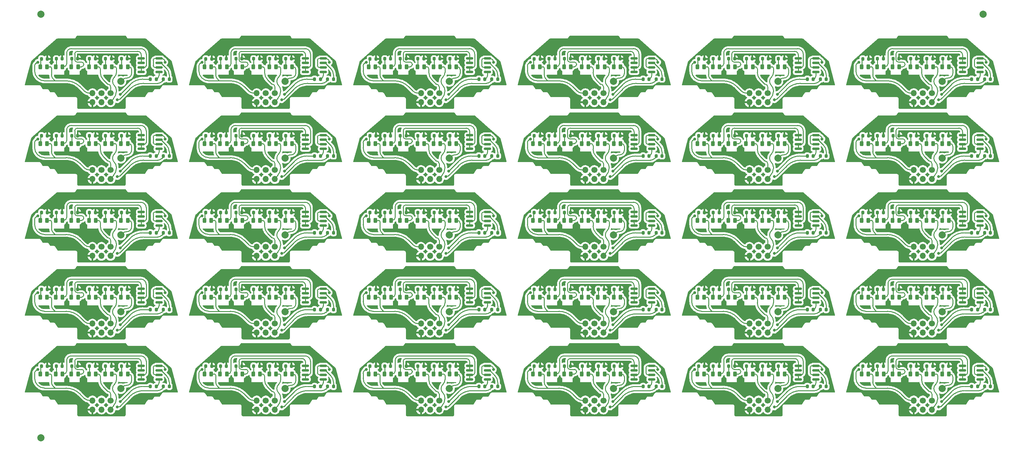
<source format=gbr>
%TF.GenerationSoftware,KiCad,Pcbnew,(6.0.5)*%
%TF.CreationDate,2022-08-09T22:24:31-06:00*%
%TF.ProjectId,modem-panel,6d6f6465-6d2d-4706-916e-656c2e6b6963,1.1*%
%TF.SameCoordinates,Original*%
%TF.FileFunction,Copper,L2,Bot*%
%TF.FilePolarity,Positive*%
%FSLAX46Y46*%
G04 Gerber Fmt 4.6, Leading zero omitted, Abs format (unit mm)*
G04 Created by KiCad (PCBNEW (6.0.5)) date 2022-08-09 22:24:31*
%MOMM*%
%LPD*%
G01*
G04 APERTURE LIST*
G04 Aperture macros list*
%AMRoundRect*
0 Rectangle with rounded corners*
0 $1 Rounding radius*
0 $2 $3 $4 $5 $6 $7 $8 $9 X,Y pos of 4 corners*
0 Add a 4 corners polygon primitive as box body*
4,1,4,$2,$3,$4,$5,$6,$7,$8,$9,$2,$3,0*
0 Add four circle primitives for the rounded corners*
1,1,$1+$1,$2,$3*
1,1,$1+$1,$4,$5*
1,1,$1+$1,$6,$7*
1,1,$1+$1,$8,$9*
0 Add four rect primitives between the rounded corners*
20,1,$1+$1,$2,$3,$4,$5,0*
20,1,$1+$1,$4,$5,$6,$7,0*
20,1,$1+$1,$6,$7,$8,$9,0*
20,1,$1+$1,$8,$9,$2,$3,0*%
G04 Aperture macros list end*
%TA.AperFunction,ComponentPad*%
%ADD10O,1.700000X1.700000*%
%TD*%
%TA.AperFunction,ComponentPad*%
%ADD11C,1.700000*%
%TD*%
%TA.AperFunction,SMDPad,CuDef*%
%ADD12RoundRect,0.243750X-0.243750X-0.456250X0.243750X-0.456250X0.243750X0.456250X-0.243750X0.456250X0*%
%TD*%
%TA.AperFunction,SMDPad,CuDef*%
%ADD13RoundRect,0.200000X-0.200000X-0.275000X0.200000X-0.275000X0.200000X0.275000X-0.200000X0.275000X0*%
%TD*%
%TA.AperFunction,SMDPad,CuDef*%
%ADD14C,2.000000*%
%TD*%
%TA.AperFunction,SMDPad,CuDef*%
%ADD15RoundRect,0.150000X0.825000X0.150000X-0.825000X0.150000X-0.825000X-0.150000X0.825000X-0.150000X0*%
%TD*%
%TA.AperFunction,ViaPad*%
%ADD16C,0.800000*%
%TD*%
%TA.AperFunction,Conductor*%
%ADD17C,0.254000*%
%TD*%
G04 APERTURE END LIST*
D10*
%TO.P,X1,1,VCC*%
%TO.N,Board_9-+3V3*%
X172144370Y-61105051D03*
%TO.P,X1,2,GND*%
%TO.N,Board_9-GND*%
X172144370Y-63645051D03*
D11*
%TO.P,X1,3,SDA*%
%TO.N,Board_9-SDA*%
X174684370Y-61105051D03*
D10*
%TO.P,X1,4,SCL*%
%TO.N,Board_9-SCL*%
X174684370Y-63645051D03*
D11*
%TO.P,X1,5,GPIO1*%
%TO.N,Board_9-GPIO1*%
X177224370Y-61105051D03*
D10*
%TO.P,X1,6,GPIO2*%
%TO.N,Board_9-GPIO2*%
X177224370Y-63645051D03*
%TD*%
%TO.P,X1,1,VCC*%
%TO.N,Board_1-+3V3*%
X80336464Y-39592497D03*
%TO.P,X1,2,GND*%
%TO.N,Board_1-GND*%
X80336464Y-42132497D03*
D11*
%TO.P,X1,3,SDA*%
%TO.N,Board_1-SDA*%
X82876464Y-39592497D03*
D10*
%TO.P,X1,4,SCL*%
%TO.N,Board_1-SCL*%
X82876464Y-42132497D03*
D11*
%TO.P,X1,5,GPIO1*%
%TO.N,Board_1-GPIO1*%
X85416464Y-39592497D03*
D10*
%TO.P,X1,6,GPIO2*%
%TO.N,Board_1-GPIO2*%
X85416464Y-42132497D03*
%TD*%
%TO.P,X1,1,VCC*%
%TO.N,Board_25-+3V3*%
X80336464Y-125642713D03*
%TO.P,X1,2,GND*%
%TO.N,Board_25-GND*%
X80336464Y-128182713D03*
D11*
%TO.P,X1,3,SDA*%
%TO.N,Board_25-SDA*%
X82876464Y-125642713D03*
D10*
%TO.P,X1,4,SCL*%
%TO.N,Board_25-SCL*%
X82876464Y-128182713D03*
D11*
%TO.P,X1,5,GPIO1*%
%TO.N,Board_25-GPIO1*%
X85416464Y-125642713D03*
D10*
%TO.P,X1,6,GPIO2*%
%TO.N,Board_25-GPIO2*%
X85416464Y-128182713D03*
%TD*%
%TO.P,X1,1,VCC*%
%TO.N,Board_11-+3V3*%
X263952276Y-61105051D03*
%TO.P,X1,2,GND*%
%TO.N,Board_11-GND*%
X263952276Y-63645051D03*
D11*
%TO.P,X1,3,SDA*%
%TO.N,Board_11-SDA*%
X266492276Y-61105051D03*
D10*
%TO.P,X1,4,SCL*%
%TO.N,Board_11-SCL*%
X266492276Y-63645051D03*
D11*
%TO.P,X1,5,GPIO1*%
%TO.N,Board_11-GPIO1*%
X269032276Y-61105051D03*
D10*
%TO.P,X1,6,GPIO2*%
%TO.N,Board_11-GPIO2*%
X269032276Y-63645051D03*
%TD*%
%TO.P,X1,1,VCC*%
%TO.N,Board_23-+3V3*%
X263952276Y-104130159D03*
%TO.P,X1,2,GND*%
%TO.N,Board_23-GND*%
X263952276Y-106670159D03*
D11*
%TO.P,X1,3,SDA*%
%TO.N,Board_23-SDA*%
X266492276Y-104130159D03*
D10*
%TO.P,X1,4,SCL*%
%TO.N,Board_23-SCL*%
X266492276Y-106670159D03*
D11*
%TO.P,X1,5,GPIO1*%
%TO.N,Board_23-GPIO1*%
X269032276Y-104130159D03*
D10*
%TO.P,X1,6,GPIO2*%
%TO.N,Board_23-GPIO2*%
X269032276Y-106670159D03*
%TD*%
%TO.P,X1,1,VCC*%
%TO.N,Board_26-+3V3*%
X126240417Y-125642713D03*
%TO.P,X1,2,GND*%
%TO.N,Board_26-GND*%
X126240417Y-128182713D03*
D11*
%TO.P,X1,3,SDA*%
%TO.N,Board_26-SDA*%
X128780417Y-125642713D03*
D10*
%TO.P,X1,4,SCL*%
%TO.N,Board_26-SCL*%
X128780417Y-128182713D03*
D11*
%TO.P,X1,5,GPIO1*%
%TO.N,Board_26-GPIO1*%
X131320417Y-125642713D03*
D10*
%TO.P,X1,6,GPIO2*%
%TO.N,Board_26-GPIO2*%
X131320417Y-128182713D03*
%TD*%
%TO.P,X1,1,VCC*%
%TO.N,Board_7-+3V3*%
X80336464Y-61105051D03*
%TO.P,X1,2,GND*%
%TO.N,Board_7-GND*%
X80336464Y-63645051D03*
D11*
%TO.P,X1,3,SDA*%
%TO.N,Board_7-SDA*%
X82876464Y-61105051D03*
D10*
%TO.P,X1,4,SCL*%
%TO.N,Board_7-SCL*%
X82876464Y-63645051D03*
D11*
%TO.P,X1,5,GPIO1*%
%TO.N,Board_7-GPIO1*%
X85416464Y-61105051D03*
D10*
%TO.P,X1,6,GPIO2*%
%TO.N,Board_7-GPIO2*%
X85416464Y-63645051D03*
%TD*%
%TO.P,X1,1,VCC*%
%TO.N,Board_8-+3V3*%
X126240417Y-61105051D03*
%TO.P,X1,2,GND*%
%TO.N,Board_8-GND*%
X126240417Y-63645051D03*
D11*
%TO.P,X1,3,SDA*%
%TO.N,Board_8-SDA*%
X128780417Y-61105051D03*
D10*
%TO.P,X1,4,SCL*%
%TO.N,Board_8-SCL*%
X128780417Y-63645051D03*
D11*
%TO.P,X1,5,GPIO1*%
%TO.N,Board_8-GPIO1*%
X131320417Y-61105051D03*
D10*
%TO.P,X1,6,GPIO2*%
%TO.N,Board_8-GPIO2*%
X131320417Y-63645051D03*
%TD*%
%TO.P,X1,1,VCC*%
%TO.N,Board_29-+3V3*%
X263952276Y-125642713D03*
%TO.P,X1,2,GND*%
%TO.N,Board_29-GND*%
X263952276Y-128182713D03*
D11*
%TO.P,X1,3,SDA*%
%TO.N,Board_29-SDA*%
X266492276Y-125642713D03*
D10*
%TO.P,X1,4,SCL*%
%TO.N,Board_29-SCL*%
X266492276Y-128182713D03*
D11*
%TO.P,X1,5,GPIO1*%
%TO.N,Board_29-GPIO1*%
X269032276Y-125642713D03*
D10*
%TO.P,X1,6,GPIO2*%
%TO.N,Board_29-GPIO2*%
X269032276Y-128182713D03*
%TD*%
%TO.P,X1,1,VCC*%
%TO.N,Board_19-+3V3*%
X80336464Y-104130159D03*
%TO.P,X1,2,GND*%
%TO.N,Board_19-GND*%
X80336464Y-106670159D03*
D11*
%TO.P,X1,3,SDA*%
%TO.N,Board_19-SDA*%
X82876464Y-104130159D03*
D10*
%TO.P,X1,4,SCL*%
%TO.N,Board_19-SCL*%
X82876464Y-106670159D03*
D11*
%TO.P,X1,5,GPIO1*%
%TO.N,Board_19-GPIO1*%
X85416464Y-104130159D03*
D10*
%TO.P,X1,6,GPIO2*%
%TO.N,Board_19-GPIO2*%
X85416464Y-106670159D03*
%TD*%
%TO.P,X1,1,VCC*%
%TO.N,Board_3-+3V3*%
X172144370Y-39592497D03*
%TO.P,X1,2,GND*%
%TO.N,Board_3-GND*%
X172144370Y-42132497D03*
D11*
%TO.P,X1,3,SDA*%
%TO.N,Board_3-SDA*%
X174684370Y-39592497D03*
D10*
%TO.P,X1,4,SCL*%
%TO.N,Board_3-SCL*%
X174684370Y-42132497D03*
D11*
%TO.P,X1,5,GPIO1*%
%TO.N,Board_3-GPIO1*%
X177224370Y-39592497D03*
D10*
%TO.P,X1,6,GPIO2*%
%TO.N,Board_3-GPIO2*%
X177224370Y-42132497D03*
%TD*%
%TO.P,X1,1,VCC*%
%TO.N,Board_28-+3V3*%
X218048323Y-125642713D03*
%TO.P,X1,2,GND*%
%TO.N,Board_28-GND*%
X218048323Y-128182713D03*
D11*
%TO.P,X1,3,SDA*%
%TO.N,Board_28-SDA*%
X220588323Y-125642713D03*
D10*
%TO.P,X1,4,SCL*%
%TO.N,Board_28-SCL*%
X220588323Y-128182713D03*
D11*
%TO.P,X1,5,GPIO1*%
%TO.N,Board_28-GPIO1*%
X223128323Y-125642713D03*
D10*
%TO.P,X1,6,GPIO2*%
%TO.N,Board_28-GPIO2*%
X223128323Y-128182713D03*
%TD*%
%TO.P,X1,1,VCC*%
%TO.N,Board_2-+3V3*%
X126240417Y-39592497D03*
%TO.P,X1,2,GND*%
%TO.N,Board_2-GND*%
X126240417Y-42132497D03*
D11*
%TO.P,X1,3,SDA*%
%TO.N,Board_2-SDA*%
X128780417Y-39592497D03*
D10*
%TO.P,X1,4,SCL*%
%TO.N,Board_2-SCL*%
X128780417Y-42132497D03*
D11*
%TO.P,X1,5,GPIO1*%
%TO.N,Board_2-GPIO1*%
X131320417Y-39592497D03*
D10*
%TO.P,X1,6,GPIO2*%
%TO.N,Board_2-GPIO2*%
X131320417Y-42132497D03*
%TD*%
%TO.P,X1,1,VCC*%
%TO.N,Board_24-+3V3*%
X34432511Y-125642713D03*
%TO.P,X1,2,GND*%
%TO.N,Board_24-GND*%
X34432511Y-128182713D03*
D11*
%TO.P,X1,3,SDA*%
%TO.N,Board_24-SDA*%
X36972511Y-125642713D03*
D10*
%TO.P,X1,4,SCL*%
%TO.N,Board_24-SCL*%
X36972511Y-128182713D03*
D11*
%TO.P,X1,5,GPIO1*%
%TO.N,Board_24-GPIO1*%
X39512511Y-125642713D03*
D10*
%TO.P,X1,6,GPIO2*%
%TO.N,Board_24-GPIO2*%
X39512511Y-128182713D03*
%TD*%
%TO.P,X1,1,VCC*%
%TO.N,Board_14-+3V3*%
X126240417Y-82617605D03*
%TO.P,X1,2,GND*%
%TO.N,Board_14-GND*%
X126240417Y-85157605D03*
D11*
%TO.P,X1,3,SDA*%
%TO.N,Board_14-SDA*%
X128780417Y-82617605D03*
D10*
%TO.P,X1,4,SCL*%
%TO.N,Board_14-SCL*%
X128780417Y-85157605D03*
D11*
%TO.P,X1,5,GPIO1*%
%TO.N,Board_14-GPIO1*%
X131320417Y-82617605D03*
D10*
%TO.P,X1,6,GPIO2*%
%TO.N,Board_14-GPIO2*%
X131320417Y-85157605D03*
%TD*%
%TO.P,X1,1,VCC*%
%TO.N,Board_27-+3V3*%
X172144370Y-125642713D03*
%TO.P,X1,2,GND*%
%TO.N,Board_27-GND*%
X172144370Y-128182713D03*
D11*
%TO.P,X1,3,SDA*%
%TO.N,Board_27-SDA*%
X174684370Y-125642713D03*
D10*
%TO.P,X1,4,SCL*%
%TO.N,Board_27-SCL*%
X174684370Y-128182713D03*
D11*
%TO.P,X1,5,GPIO1*%
%TO.N,Board_27-GPIO1*%
X177224370Y-125642713D03*
D10*
%TO.P,X1,6,GPIO2*%
%TO.N,Board_27-GPIO2*%
X177224370Y-128182713D03*
%TD*%
%TO.P,X1,1,VCC*%
%TO.N,Board_10-+3V3*%
X218048323Y-61105051D03*
%TO.P,X1,2,GND*%
%TO.N,Board_10-GND*%
X218048323Y-63645051D03*
D11*
%TO.P,X1,3,SDA*%
%TO.N,Board_10-SDA*%
X220588323Y-61105051D03*
D10*
%TO.P,X1,4,SCL*%
%TO.N,Board_10-SCL*%
X220588323Y-63645051D03*
D11*
%TO.P,X1,5,GPIO1*%
%TO.N,Board_10-GPIO1*%
X223128323Y-61105051D03*
D10*
%TO.P,X1,6,GPIO2*%
%TO.N,Board_10-GPIO2*%
X223128323Y-63645051D03*
%TD*%
%TO.P,X1,1,VCC*%
%TO.N,Board_18-+3V3*%
X34432511Y-104130159D03*
%TO.P,X1,2,GND*%
%TO.N,Board_18-GND*%
X34432511Y-106670159D03*
D11*
%TO.P,X1,3,SDA*%
%TO.N,Board_18-SDA*%
X36972511Y-104130159D03*
D10*
%TO.P,X1,4,SCL*%
%TO.N,Board_18-SCL*%
X36972511Y-106670159D03*
D11*
%TO.P,X1,5,GPIO1*%
%TO.N,Board_18-GPIO1*%
X39512511Y-104130159D03*
D10*
%TO.P,X1,6,GPIO2*%
%TO.N,Board_18-GPIO2*%
X39512511Y-106670159D03*
%TD*%
%TO.P,X1,1,VCC*%
%TO.N,Board_6-+3V3*%
X34432511Y-61105051D03*
%TO.P,X1,2,GND*%
%TO.N,Board_6-GND*%
X34432511Y-63645051D03*
D11*
%TO.P,X1,3,SDA*%
%TO.N,Board_6-SDA*%
X36972511Y-61105051D03*
D10*
%TO.P,X1,4,SCL*%
%TO.N,Board_6-SCL*%
X36972511Y-63645051D03*
D11*
%TO.P,X1,5,GPIO1*%
%TO.N,Board_6-GPIO1*%
X39512511Y-61105051D03*
D10*
%TO.P,X1,6,GPIO2*%
%TO.N,Board_6-GPIO2*%
X39512511Y-63645051D03*
%TD*%
%TO.P,X1,1,VCC*%
%TO.N,Board_17-+3V3*%
X263952276Y-82617605D03*
%TO.P,X1,2,GND*%
%TO.N,Board_17-GND*%
X263952276Y-85157605D03*
D11*
%TO.P,X1,3,SDA*%
%TO.N,Board_17-SDA*%
X266492276Y-82617605D03*
D10*
%TO.P,X1,4,SCL*%
%TO.N,Board_17-SCL*%
X266492276Y-85157605D03*
D11*
%TO.P,X1,5,GPIO1*%
%TO.N,Board_17-GPIO1*%
X269032276Y-82617605D03*
D10*
%TO.P,X1,6,GPIO2*%
%TO.N,Board_17-GPIO2*%
X269032276Y-85157605D03*
%TD*%
%TO.P,X1,1,VCC*%
%TO.N,Board_12-+3V3*%
X34432511Y-82617605D03*
%TO.P,X1,2,GND*%
%TO.N,Board_12-GND*%
X34432511Y-85157605D03*
D11*
%TO.P,X1,3,SDA*%
%TO.N,Board_12-SDA*%
X36972511Y-82617605D03*
D10*
%TO.P,X1,4,SCL*%
%TO.N,Board_12-SCL*%
X36972511Y-85157605D03*
D11*
%TO.P,X1,5,GPIO1*%
%TO.N,Board_12-GPIO1*%
X39512511Y-82617605D03*
D10*
%TO.P,X1,6,GPIO2*%
%TO.N,Board_12-GPIO2*%
X39512511Y-85157605D03*
%TD*%
%TO.P,X1,1,VCC*%
%TO.N,Board_5-+3V3*%
X263952276Y-39592497D03*
%TO.P,X1,2,GND*%
%TO.N,Board_5-GND*%
X263952276Y-42132497D03*
D11*
%TO.P,X1,3,SDA*%
%TO.N,Board_5-SDA*%
X266492276Y-39592497D03*
D10*
%TO.P,X1,4,SCL*%
%TO.N,Board_5-SCL*%
X266492276Y-42132497D03*
D11*
%TO.P,X1,5,GPIO1*%
%TO.N,Board_5-GPIO1*%
X269032276Y-39592497D03*
D10*
%TO.P,X1,6,GPIO2*%
%TO.N,Board_5-GPIO2*%
X269032276Y-42132497D03*
%TD*%
%TO.P,X1,1,VCC*%
%TO.N,Board_21-+3V3*%
X172144370Y-104130159D03*
%TO.P,X1,2,GND*%
%TO.N,Board_21-GND*%
X172144370Y-106670159D03*
D11*
%TO.P,X1,3,SDA*%
%TO.N,Board_21-SDA*%
X174684370Y-104130159D03*
D10*
%TO.P,X1,4,SCL*%
%TO.N,Board_21-SCL*%
X174684370Y-106670159D03*
D11*
%TO.P,X1,5,GPIO1*%
%TO.N,Board_21-GPIO1*%
X177224370Y-104130159D03*
D10*
%TO.P,X1,6,GPIO2*%
%TO.N,Board_21-GPIO2*%
X177224370Y-106670159D03*
%TD*%
%TO.P,X1,1,VCC*%
%TO.N,Board_16-+3V3*%
X218048323Y-82617605D03*
%TO.P,X1,2,GND*%
%TO.N,Board_16-GND*%
X218048323Y-85157605D03*
D11*
%TO.P,X1,3,SDA*%
%TO.N,Board_16-SDA*%
X220588323Y-82617605D03*
D10*
%TO.P,X1,4,SCL*%
%TO.N,Board_16-SCL*%
X220588323Y-85157605D03*
D11*
%TO.P,X1,5,GPIO1*%
%TO.N,Board_16-GPIO1*%
X223128323Y-82617605D03*
D10*
%TO.P,X1,6,GPIO2*%
%TO.N,Board_16-GPIO2*%
X223128323Y-85157605D03*
%TD*%
%TO.P,X1,1,VCC*%
%TO.N,Board_20-+3V3*%
X126240417Y-104130159D03*
%TO.P,X1,2,GND*%
%TO.N,Board_20-GND*%
X126240417Y-106670159D03*
D11*
%TO.P,X1,3,SDA*%
%TO.N,Board_20-SDA*%
X128780417Y-104130159D03*
D10*
%TO.P,X1,4,SCL*%
%TO.N,Board_20-SCL*%
X128780417Y-106670159D03*
D11*
%TO.P,X1,5,GPIO1*%
%TO.N,Board_20-GPIO1*%
X131320417Y-104130159D03*
D10*
%TO.P,X1,6,GPIO2*%
%TO.N,Board_20-GPIO2*%
X131320417Y-106670159D03*
%TD*%
%TO.P,X1,1,VCC*%
%TO.N,Board_15-+3V3*%
X172144370Y-82617605D03*
%TO.P,X1,2,GND*%
%TO.N,Board_15-GND*%
X172144370Y-85157605D03*
D11*
%TO.P,X1,3,SDA*%
%TO.N,Board_15-SDA*%
X174684370Y-82617605D03*
D10*
%TO.P,X1,4,SCL*%
%TO.N,Board_15-SCL*%
X174684370Y-85157605D03*
D11*
%TO.P,X1,5,GPIO1*%
%TO.N,Board_15-GPIO1*%
X177224370Y-82617605D03*
D10*
%TO.P,X1,6,GPIO2*%
%TO.N,Board_15-GPIO2*%
X177224370Y-85157605D03*
%TD*%
%TO.P,X1,1,VCC*%
%TO.N,Board_4-+3V3*%
X218048323Y-39592497D03*
%TO.P,X1,2,GND*%
%TO.N,Board_4-GND*%
X218048323Y-42132497D03*
D11*
%TO.P,X1,3,SDA*%
%TO.N,Board_4-SDA*%
X220588323Y-39592497D03*
D10*
%TO.P,X1,4,SCL*%
%TO.N,Board_4-SCL*%
X220588323Y-42132497D03*
D11*
%TO.P,X1,5,GPIO1*%
%TO.N,Board_4-GPIO1*%
X223128323Y-39592497D03*
D10*
%TO.P,X1,6,GPIO2*%
%TO.N,Board_4-GPIO2*%
X223128323Y-42132497D03*
%TD*%
%TO.P,X1,1,VCC*%
%TO.N,Board_13-+3V3*%
X80336464Y-82617605D03*
%TO.P,X1,2,GND*%
%TO.N,Board_13-GND*%
X80336464Y-85157605D03*
D11*
%TO.P,X1,3,SDA*%
%TO.N,Board_13-SDA*%
X82876464Y-82617605D03*
D10*
%TO.P,X1,4,SCL*%
%TO.N,Board_13-SCL*%
X82876464Y-85157605D03*
D11*
%TO.P,X1,5,GPIO1*%
%TO.N,Board_13-GPIO1*%
X85416464Y-82617605D03*
D10*
%TO.P,X1,6,GPIO2*%
%TO.N,Board_13-GPIO2*%
X85416464Y-85157605D03*
%TD*%
%TO.P,X1,1,VCC*%
%TO.N,Board_0-+3V3*%
X34432511Y-39592497D03*
%TO.P,X1,2,GND*%
%TO.N,Board_0-GND*%
X34432511Y-42132497D03*
D11*
%TO.P,X1,3,SDA*%
%TO.N,Board_0-SDA*%
X36972511Y-39592497D03*
D10*
%TO.P,X1,4,SCL*%
%TO.N,Board_0-SCL*%
X36972511Y-42132497D03*
D11*
%TO.P,X1,5,GPIO1*%
%TO.N,Board_0-GPIO1*%
X39512511Y-39592497D03*
D10*
%TO.P,X1,6,GPIO2*%
%TO.N,Board_0-GPIO2*%
X39512511Y-42132497D03*
%TD*%
%TO.P,X1,1,VCC*%
%TO.N,Board_22-+3V3*%
X218048323Y-104130159D03*
%TO.P,X1,2,GND*%
%TO.N,Board_22-GND*%
X218048323Y-106670159D03*
D11*
%TO.P,X1,3,SDA*%
%TO.N,Board_22-SDA*%
X220588323Y-104130159D03*
D10*
%TO.P,X1,4,SCL*%
%TO.N,Board_22-SCL*%
X220588323Y-106670159D03*
D11*
%TO.P,X1,5,GPIO1*%
%TO.N,Board_22-GPIO1*%
X223128323Y-104130159D03*
D10*
%TO.P,X1,6,GPIO2*%
%TO.N,Board_22-GPIO2*%
X223128323Y-106670159D03*
%TD*%
D12*
%TO.P,D5,1,K*%
%TO.N,Board_10-Net-(D5-Pad1)*%
X221578323Y-53695051D03*
%TO.P,D5,2,A*%
%TO.N,Board_10-GPIO2*%
X223453323Y-53695051D03*
%TD*%
D13*
%TO.P,R7,1*%
%TO.N,Board_2-SCL*%
X142415417Y-35662497D03*
%TO.P,R7,2*%
%TO.N,Board_2-Net-(Q1-Pad4)*%
X144065417Y-35662497D03*
%TD*%
%TO.P,R8,1*%
%TO.N,Board_8-SDA*%
X146045417Y-57175051D03*
%TO.P,R8,2*%
%TO.N,Board_8-Net-(Q1-Pad2)*%
X147695417Y-57175051D03*
%TD*%
D14*
%TO.P,TP1,1,1*%
%TO.N,Board_14-Net-(D6-Pad2)*%
X134170417Y-79307605D03*
%TD*%
D13*
%TO.P,R1,1*%
%TO.N,Board_28-Net-(D1-Pad1)*%
X203803323Y-116022713D03*
%TO.P,R1,2*%
%TO.N,Board_28-GND*%
X205453323Y-116022713D03*
%TD*%
%TO.P,R2,1*%
%TO.N,Board_11-Net-(D2-Pad1)*%
X253822276Y-51475051D03*
%TO.P,R2,2*%
%TO.N,Board_11-GND*%
X255472276Y-51475051D03*
%TD*%
%TO.P,R4,1*%
%TO.N,Board_9-Net-(D4-Pad1)*%
X171284370Y-51475051D03*
%TO.P,R4,2*%
%TO.N,Board_9-GND*%
X172934370Y-51475051D03*
%TD*%
%TO.P,R4,1*%
%TO.N,Board_15-Net-(D4-Pad1)*%
X171284370Y-72987605D03*
%TO.P,R4,2*%
%TO.N,Board_15-GND*%
X172934370Y-72987605D03*
%TD*%
%TO.P,R3,1*%
%TO.N,Board_2-Net-(D3-Pad1)*%
X120440417Y-29962497D03*
%TO.P,R3,2*%
%TO.N,Board_2-GND*%
X122090417Y-29962497D03*
%TD*%
%TO.P,R1,1*%
%TO.N,Board_11-Net-(D1-Pad1)*%
X249707276Y-51485051D03*
%TO.P,R1,2*%
%TO.N,Board_11-GND*%
X251357276Y-51485051D03*
%TD*%
D12*
%TO.P,D2,1,K*%
%TO.N,Board_3-Net-(D2-Pad1)*%
X161904370Y-32182497D03*
%TO.P,D2,2,A*%
%TO.N,Board_3-Net-(D2-Pad2)*%
X163779370Y-32182497D03*
%TD*%
%TO.P,D2,1,K*%
%TO.N,Board_7-Net-(D2-Pad1)*%
X70096464Y-53695051D03*
%TO.P,D2,2,A*%
%TO.N,Board_7-Net-(D2-Pad2)*%
X71971464Y-53695051D03*
%TD*%
%TO.P,D6,1,K*%
%TO.N,Board_6-Net-(D6-Pad1)*%
X42412511Y-53695051D03*
%TO.P,D6,2,A*%
%TO.N,Board_6-Net-(D6-Pad2)*%
X44287511Y-53695051D03*
%TD*%
D13*
%TO.P,R5,1*%
%TO.N,Board_9-Net-(D5-Pad1)*%
X175784370Y-51475051D03*
%TO.P,R5,2*%
%TO.N,Board_9-GND*%
X177434370Y-51475051D03*
%TD*%
D12*
%TO.P,D1,1,K*%
%TO.N,Board_16-Net-(D1-Pad1)*%
X203468323Y-75207605D03*
%TO.P,D1,2,A*%
%TO.N,Board_16-+3V3*%
X205343323Y-75207605D03*
%TD*%
%TO.P,D5,1,K*%
%TO.N,Board_24-Net-(D5-Pad1)*%
X37962511Y-118232713D03*
%TO.P,D5,2,A*%
%TO.N,Board_24-GPIO2*%
X39837511Y-118232713D03*
%TD*%
D13*
%TO.P,R6,1*%
%TO.N,Board_19-Net-(D6-Pad1)*%
X88426464Y-94500159D03*
%TO.P,R6,2*%
%TO.N,Board_19-GND*%
X90076464Y-94500159D03*
%TD*%
%TO.P,R4,1*%
%TO.N,Board_28-Net-(D4-Pad1)*%
X217188323Y-116012713D03*
%TO.P,R4,2*%
%TO.N,Board_28-GND*%
X218838323Y-116012713D03*
%TD*%
%TO.P,R7,1*%
%TO.N,Board_29-SCL*%
X280127276Y-121712713D03*
%TO.P,R7,2*%
%TO.N,Board_29-Net-(Q1-Pad4)*%
X281777276Y-121712713D03*
%TD*%
%TO.P,R5,1*%
%TO.N,Board_3-Net-(D5-Pad1)*%
X175784370Y-29962497D03*
%TO.P,R5,2*%
%TO.N,Board_3-GND*%
X177434370Y-29962497D03*
%TD*%
%TO.P,R3,1*%
%TO.N,Board_20-Net-(D3-Pad1)*%
X120440417Y-94500159D03*
%TO.P,R3,2*%
%TO.N,Board_20-GND*%
X122090417Y-94500159D03*
%TD*%
%TO.P,R2,1*%
%TO.N,Board_0-Net-(D2-Pad1)*%
X24302511Y-29962497D03*
%TO.P,R2,2*%
%TO.N,Board_0-GND*%
X25952511Y-29962497D03*
%TD*%
D12*
%TO.P,D6,1,K*%
%TO.N,Board_28-Net-(D6-Pad1)*%
X226028323Y-118232713D03*
%TO.P,D6,2,A*%
%TO.N,Board_28-Net-(D6-Pad2)*%
X227903323Y-118232713D03*
%TD*%
D13*
%TO.P,R3,1*%
%TO.N,Board_25-Net-(D3-Pad1)*%
X74536464Y-116012713D03*
%TO.P,R3,2*%
%TO.N,Board_25-GND*%
X76186464Y-116012713D03*
%TD*%
%TO.P,R5,1*%
%TO.N,Board_17-Net-(D5-Pad1)*%
X267592276Y-72987605D03*
%TO.P,R5,2*%
%TO.N,Board_17-GND*%
X269242276Y-72987605D03*
%TD*%
D12*
%TO.P,D5,1,K*%
%TO.N,Board_29-Net-(D5-Pad1)*%
X267482276Y-118232713D03*
%TO.P,D5,2,A*%
%TO.N,Board_29-GPIO2*%
X269357276Y-118232713D03*
%TD*%
D13*
%TO.P,R6,1*%
%TO.N,Board_25-Net-(D6-Pad1)*%
X88426464Y-116012713D03*
%TO.P,R6,2*%
%TO.N,Board_25-GND*%
X90076464Y-116012713D03*
%TD*%
%TO.P,R6,1*%
%TO.N,Board_21-Net-(D6-Pad1)*%
X180234370Y-94500159D03*
%TO.P,R6,2*%
%TO.N,Board_21-GND*%
X181884370Y-94500159D03*
%TD*%
D12*
%TO.P,D4,1,K*%
%TO.N,Board_28-Net-(D4-Pad1)*%
X217078323Y-118232713D03*
%TO.P,D4,2,A*%
%TO.N,Board_28-GPIO1*%
X218953323Y-118232713D03*
%TD*%
D13*
%TO.P,R5,1*%
%TO.N,Board_15-Net-(D5-Pad1)*%
X175784370Y-72987605D03*
%TO.P,R5,2*%
%TO.N,Board_15-GND*%
X177434370Y-72987605D03*
%TD*%
%TO.P,R1,1*%
%TO.N,Board_7-Net-(D1-Pad1)*%
X66091464Y-51485051D03*
%TO.P,R1,2*%
%TO.N,Board_7-GND*%
X67741464Y-51485051D03*
%TD*%
D12*
%TO.P,D1,1,K*%
%TO.N,Board_13-Net-(D1-Pad1)*%
X65756464Y-75207605D03*
%TO.P,D1,2,A*%
%TO.N,Board_13-+3V3*%
X67631464Y-75207605D03*
%TD*%
D13*
%TO.P,R5,1*%
%TO.N,Board_4-Net-(D5-Pad1)*%
X221688323Y-29962497D03*
%TO.P,R5,2*%
%TO.N,Board_4-GND*%
X223338323Y-29962497D03*
%TD*%
D12*
%TO.P,D1,1,K*%
%TO.N,Board_1-Net-(D1-Pad1)*%
X65756464Y-32182497D03*
%TO.P,D1,2,A*%
%TO.N,Board_1-+3V3*%
X67631464Y-32182497D03*
%TD*%
D14*
%TO.P,TP1,1,1*%
%TO.N,Board_9-Net-(D6-Pad2)*%
X180074370Y-57795051D03*
%TD*%
D13*
%TO.P,R6,1*%
%TO.N,Board_20-Net-(D6-Pad1)*%
X134330417Y-94500159D03*
%TO.P,R6,2*%
%TO.N,Board_20-GND*%
X135980417Y-94500159D03*
%TD*%
%TO.P,R2,1*%
%TO.N,Board_29-Net-(D2-Pad1)*%
X253822276Y-116012713D03*
%TO.P,R2,2*%
%TO.N,Board_29-GND*%
X255472276Y-116012713D03*
%TD*%
%TO.P,R1,1*%
%TO.N,Board_23-Net-(D1-Pad1)*%
X249707276Y-94510159D03*
%TO.P,R1,2*%
%TO.N,Board_23-GND*%
X251357276Y-94510159D03*
%TD*%
D12*
%TO.P,D6,1,K*%
%TO.N,Board_14-Net-(D6-Pad1)*%
X134220417Y-75207605D03*
%TO.P,D6,2,A*%
%TO.N,Board_14-Net-(D6-Pad2)*%
X136095417Y-75207605D03*
%TD*%
%TO.P,D6,1,K*%
%TO.N,Board_12-Net-(D6-Pad1)*%
X42412511Y-75207605D03*
%TO.P,D6,2,A*%
%TO.N,Board_12-Net-(D6-Pad2)*%
X44287511Y-75207605D03*
%TD*%
D13*
%TO.P,R2,1*%
%TO.N,Board_4-Net-(D2-Pad1)*%
X207918323Y-29962497D03*
%TO.P,R2,2*%
%TO.N,Board_4-GND*%
X209568323Y-29962497D03*
%TD*%
D12*
%TO.P,D4,1,K*%
%TO.N,Board_1-Net-(D4-Pad1)*%
X79366464Y-32182497D03*
%TO.P,D4,2,A*%
%TO.N,Board_1-GPIO1*%
X81241464Y-32182497D03*
%TD*%
D15*
%TO.P,Q1,1,S*%
%TO.N,Board_15-+3V3*%
X190719370Y-72882605D03*
%TO.P,Q1,2,G*%
%TO.N,Board_15-Net-(Q1-Pad2)*%
X190719370Y-74152605D03*
%TO.P,Q1,3,S*%
%TO.N,Board_15-+3V3*%
X190719370Y-75422605D03*
%TO.P,Q1,4,G*%
%TO.N,Board_15-Net-(Q1-Pad4)*%
X190719370Y-76692605D03*
%TO.P,Q1,5,D*%
%TO.N,Board_15-Net-(D2-Pad2)*%
X185769370Y-76692605D03*
%TO.P,Q1,6,G*%
X185769370Y-75422605D03*
%TO.P,Q1,7,D*%
%TO.N,Board_15-Net-(D3-Pad2)*%
X185769370Y-74152605D03*
%TO.P,Q1,8,G*%
X185769370Y-72882605D03*
%TD*%
D14*
%TO.P,TP1,1,1*%
%TO.N,Board_18-Net-(D6-Pad2)*%
X42362511Y-100820159D03*
%TD*%
%TO.P,TP1,1,1*%
%TO.N,Board_8-Net-(D6-Pad2)*%
X134170417Y-57795051D03*
%TD*%
D13*
%TO.P,R6,1*%
%TO.N,Board_22-Net-(D6-Pad1)*%
X226138323Y-94500159D03*
%TO.P,R6,2*%
%TO.N,Board_22-GND*%
X227788323Y-94500159D03*
%TD*%
%TO.P,R3,1*%
%TO.N,Board_8-Net-(D3-Pad1)*%
X120440417Y-51475051D03*
%TO.P,R3,2*%
%TO.N,Board_8-GND*%
X122090417Y-51475051D03*
%TD*%
%TO.P,R6,1*%
%TO.N,Board_1-Net-(D6-Pad1)*%
X88426464Y-29962497D03*
%TO.P,R6,2*%
%TO.N,Board_1-GND*%
X90076464Y-29962497D03*
%TD*%
%TO.P,R7,1*%
%TO.N,Board_15-SCL*%
X188319370Y-78687605D03*
%TO.P,R7,2*%
%TO.N,Board_15-Net-(Q1-Pad4)*%
X189969370Y-78687605D03*
%TD*%
%TO.P,R1,1*%
%TO.N,Board_14-Net-(D1-Pad1)*%
X111995417Y-72997605D03*
%TO.P,R1,2*%
%TO.N,Board_14-GND*%
X113645417Y-72997605D03*
%TD*%
%TO.P,R7,1*%
%TO.N,Board_0-SCL*%
X50607511Y-35662497D03*
%TO.P,R7,2*%
%TO.N,Board_0-Net-(Q1-Pad4)*%
X52257511Y-35662497D03*
%TD*%
%TO.P,R6,1*%
%TO.N,Board_26-Net-(D6-Pad1)*%
X134330417Y-116012713D03*
%TO.P,R6,2*%
%TO.N,Board_26-GND*%
X135980417Y-116012713D03*
%TD*%
D12*
%TO.P,D2,1,K*%
%TO.N,Board_26-Net-(D2-Pad1)*%
X116000417Y-118232713D03*
%TO.P,D2,2,A*%
%TO.N,Board_26-Net-(D2-Pad2)*%
X117875417Y-118232713D03*
%TD*%
%TO.P,D1,1,K*%
%TO.N,Board_20-Net-(D1-Pad1)*%
X111660417Y-96720159D03*
%TO.P,D1,2,A*%
%TO.N,Board_20-+3V3*%
X113535417Y-96720159D03*
%TD*%
D13*
%TO.P,R3,1*%
%TO.N,Board_10-Net-(D3-Pad1)*%
X212248323Y-51475051D03*
%TO.P,R3,2*%
%TO.N,Board_10-GND*%
X213898323Y-51475051D03*
%TD*%
D12*
%TO.P,D3,1,K*%
%TO.N,Board_12-Net-(D3-Pad1)*%
X28522511Y-75207605D03*
%TO.P,D3,2,A*%
%TO.N,Board_12-Net-(D3-Pad2)*%
X30397511Y-75207605D03*
%TD*%
D13*
%TO.P,R6,1*%
%TO.N,Board_9-Net-(D6-Pad1)*%
X180234370Y-51475051D03*
%TO.P,R6,2*%
%TO.N,Board_9-GND*%
X181884370Y-51475051D03*
%TD*%
%TO.P,R8,1*%
%TO.N,Board_24-SDA*%
X54237511Y-121712713D03*
%TO.P,R8,2*%
%TO.N,Board_24-Net-(Q1-Pad2)*%
X55887511Y-121712713D03*
%TD*%
%TO.P,R5,1*%
%TO.N,Board_19-Net-(D5-Pad1)*%
X83976464Y-94500159D03*
%TO.P,R5,2*%
%TO.N,Board_19-GND*%
X85626464Y-94500159D03*
%TD*%
D15*
%TO.P,Q1,1,S*%
%TO.N,Board_10-+3V3*%
X236623323Y-51370051D03*
%TO.P,Q1,2,G*%
%TO.N,Board_10-Net-(Q1-Pad2)*%
X236623323Y-52640051D03*
%TO.P,Q1,3,S*%
%TO.N,Board_10-+3V3*%
X236623323Y-53910051D03*
%TO.P,Q1,4,G*%
%TO.N,Board_10-Net-(Q1-Pad4)*%
X236623323Y-55180051D03*
%TO.P,Q1,5,D*%
%TO.N,Board_10-Net-(D2-Pad2)*%
X231673323Y-55180051D03*
%TO.P,Q1,6,G*%
X231673323Y-53910051D03*
%TO.P,Q1,7,D*%
%TO.N,Board_10-Net-(D3-Pad2)*%
X231673323Y-52640051D03*
%TO.P,Q1,8,G*%
X231673323Y-51370051D03*
%TD*%
D13*
%TO.P,R5,1*%
%TO.N,Board_27-Net-(D5-Pad1)*%
X175784370Y-116012713D03*
%TO.P,R5,2*%
%TO.N,Board_27-GND*%
X177434370Y-116012713D03*
%TD*%
D12*
%TO.P,D5,1,K*%
%TO.N,Board_26-Net-(D5-Pad1)*%
X129770417Y-118232713D03*
%TO.P,D5,2,A*%
%TO.N,Board_26-GPIO2*%
X131645417Y-118232713D03*
%TD*%
%TO.P,D1,1,K*%
%TO.N,Board_5-Net-(D1-Pad1)*%
X249372276Y-32182497D03*
%TO.P,D1,2,A*%
%TO.N,Board_5-+3V3*%
X251247276Y-32182497D03*
%TD*%
%TO.P,D5,1,K*%
%TO.N,Board_1-Net-(D5-Pad1)*%
X83866464Y-32182497D03*
%TO.P,D5,2,A*%
%TO.N,Board_1-GPIO2*%
X85741464Y-32182497D03*
%TD*%
%TO.P,D4,1,K*%
%TO.N,Board_14-Net-(D4-Pad1)*%
X125270417Y-75207605D03*
%TO.P,D4,2,A*%
%TO.N,Board_14-GPIO1*%
X127145417Y-75207605D03*
%TD*%
D13*
%TO.P,R5,1*%
%TO.N,Board_18-Net-(D5-Pad1)*%
X38072511Y-94500159D03*
%TO.P,R5,2*%
%TO.N,Board_18-GND*%
X39722511Y-94500159D03*
%TD*%
D12*
%TO.P,D5,1,K*%
%TO.N,Board_3-Net-(D5-Pad1)*%
X175674370Y-32182497D03*
%TO.P,D5,2,A*%
%TO.N,Board_3-GPIO2*%
X177549370Y-32182497D03*
%TD*%
%TO.P,D6,1,K*%
%TO.N,Board_1-Net-(D6-Pad1)*%
X88316464Y-32182497D03*
%TO.P,D6,2,A*%
%TO.N,Board_1-Net-(D6-Pad2)*%
X90191464Y-32182497D03*
%TD*%
D14*
%TO.P,TP1,1,1*%
%TO.N,Board_22-Net-(D6-Pad2)*%
X225978323Y-100820159D03*
%TD*%
D15*
%TO.P,Q1,1,S*%
%TO.N,Board_28-+3V3*%
X236623323Y-115907713D03*
%TO.P,Q1,2,G*%
%TO.N,Board_28-Net-(Q1-Pad2)*%
X236623323Y-117177713D03*
%TO.P,Q1,3,S*%
%TO.N,Board_28-+3V3*%
X236623323Y-118447713D03*
%TO.P,Q1,4,G*%
%TO.N,Board_28-Net-(Q1-Pad4)*%
X236623323Y-119717713D03*
%TO.P,Q1,5,D*%
%TO.N,Board_28-Net-(D2-Pad2)*%
X231673323Y-119717713D03*
%TO.P,Q1,6,G*%
X231673323Y-118447713D03*
%TO.P,Q1,7,D*%
%TO.N,Board_28-Net-(D3-Pad2)*%
X231673323Y-117177713D03*
%TO.P,Q1,8,G*%
X231673323Y-115907713D03*
%TD*%
D13*
%TO.P,R4,1*%
%TO.N,Board_11-Net-(D4-Pad1)*%
X263092276Y-51475051D03*
%TO.P,R4,2*%
%TO.N,Board_11-GND*%
X264742276Y-51475051D03*
%TD*%
%TO.P,R5,1*%
%TO.N,Board_12-Net-(D5-Pad1)*%
X38072511Y-72987605D03*
%TO.P,R5,2*%
%TO.N,Board_12-GND*%
X39722511Y-72987605D03*
%TD*%
D12*
%TO.P,D4,1,K*%
%TO.N,Board_8-Net-(D4-Pad1)*%
X125270417Y-53695051D03*
%TO.P,D4,2,A*%
%TO.N,Board_8-GPIO1*%
X127145417Y-53695051D03*
%TD*%
D14*
%TO.P,TP1,1,1*%
%TO.N,Board_24-Net-(D6-Pad2)*%
X42362511Y-122332713D03*
%TD*%
D12*
%TO.P,D2,1,K*%
%TO.N,Board_13-Net-(D2-Pad1)*%
X70096464Y-75207605D03*
%TO.P,D2,2,A*%
%TO.N,Board_13-Net-(D2-Pad2)*%
X71971464Y-75207605D03*
%TD*%
D13*
%TO.P,R4,1*%
%TO.N,Board_29-Net-(D4-Pad1)*%
X263092276Y-116012713D03*
%TO.P,R4,2*%
%TO.N,Board_29-GND*%
X264742276Y-116012713D03*
%TD*%
%TO.P,R3,1*%
%TO.N,Board_18-Net-(D3-Pad1)*%
X28632511Y-94500159D03*
%TO.P,R3,2*%
%TO.N,Board_18-GND*%
X30282511Y-94500159D03*
%TD*%
D14*
%TO.P,TP1,1,1*%
%TO.N,Board_21-Net-(D6-Pad2)*%
X180074370Y-100820159D03*
%TD*%
D15*
%TO.P,Q1,1,S*%
%TO.N,Board_9-+3V3*%
X190719370Y-51370051D03*
%TO.P,Q1,2,G*%
%TO.N,Board_9-Net-(Q1-Pad2)*%
X190719370Y-52640051D03*
%TO.P,Q1,3,S*%
%TO.N,Board_9-+3V3*%
X190719370Y-53910051D03*
%TO.P,Q1,4,G*%
%TO.N,Board_9-Net-(Q1-Pad4)*%
X190719370Y-55180051D03*
%TO.P,Q1,5,D*%
%TO.N,Board_9-Net-(D2-Pad2)*%
X185769370Y-55180051D03*
%TO.P,Q1,6,G*%
X185769370Y-53910051D03*
%TO.P,Q1,7,D*%
%TO.N,Board_9-Net-(D3-Pad2)*%
X185769370Y-52640051D03*
%TO.P,Q1,8,G*%
X185769370Y-51370051D03*
%TD*%
D13*
%TO.P,R7,1*%
%TO.N,Board_16-SCL*%
X234223323Y-78687605D03*
%TO.P,R7,2*%
%TO.N,Board_16-Net-(Q1-Pad4)*%
X235873323Y-78687605D03*
%TD*%
%TO.P,R7,1*%
%TO.N,Board_4-SCL*%
X234223323Y-35662497D03*
%TO.P,R7,2*%
%TO.N,Board_4-Net-(Q1-Pad4)*%
X235873323Y-35662497D03*
%TD*%
D12*
%TO.P,D2,1,K*%
%TO.N,Board_10-Net-(D2-Pad1)*%
X207808323Y-53695051D03*
%TO.P,D2,2,A*%
%TO.N,Board_10-Net-(D2-Pad2)*%
X209683323Y-53695051D03*
%TD*%
%TO.P,D4,1,K*%
%TO.N,Board_7-Net-(D4-Pad1)*%
X79366464Y-53695051D03*
%TO.P,D4,2,A*%
%TO.N,Board_7-GPIO1*%
X81241464Y-53695051D03*
%TD*%
D13*
%TO.P,R3,1*%
%TO.N,Board_7-Net-(D3-Pad1)*%
X74536464Y-51475051D03*
%TO.P,R3,2*%
%TO.N,Board_7-GND*%
X76186464Y-51475051D03*
%TD*%
%TO.P,R6,1*%
%TO.N,Board_6-Net-(D6-Pad1)*%
X42522511Y-51475051D03*
%TO.P,R6,2*%
%TO.N,Board_6-GND*%
X44172511Y-51475051D03*
%TD*%
D14*
%TO.P,TP1,1,1*%
%TO.N,Board_13-Net-(D6-Pad2)*%
X88266464Y-79307605D03*
%TD*%
D13*
%TO.P,R4,1*%
%TO.N,Board_7-Net-(D4-Pad1)*%
X79476464Y-51475051D03*
%TO.P,R4,2*%
%TO.N,Board_7-GND*%
X81126464Y-51475051D03*
%TD*%
%TO.P,R3,1*%
%TO.N,Board_1-Net-(D3-Pad1)*%
X74536464Y-29962497D03*
%TO.P,R3,2*%
%TO.N,Board_1-GND*%
X76186464Y-29962497D03*
%TD*%
D12*
%TO.P,D3,1,K*%
%TO.N,Board_5-Net-(D3-Pad1)*%
X258042276Y-32182497D03*
%TO.P,D3,2,A*%
%TO.N,Board_5-Net-(D3-Pad2)*%
X259917276Y-32182497D03*
%TD*%
D15*
%TO.P,Q1,1,S*%
%TO.N,Board_20-+3V3*%
X144815417Y-94395159D03*
%TO.P,Q1,2,G*%
%TO.N,Board_20-Net-(Q1-Pad2)*%
X144815417Y-95665159D03*
%TO.P,Q1,3,S*%
%TO.N,Board_20-+3V3*%
X144815417Y-96935159D03*
%TO.P,Q1,4,G*%
%TO.N,Board_20-Net-(Q1-Pad4)*%
X144815417Y-98205159D03*
%TO.P,Q1,5,D*%
%TO.N,Board_20-Net-(D2-Pad2)*%
X139865417Y-98205159D03*
%TO.P,Q1,6,G*%
X139865417Y-96935159D03*
%TO.P,Q1,7,D*%
%TO.N,Board_20-Net-(D3-Pad2)*%
X139865417Y-95665159D03*
%TO.P,Q1,8,G*%
X139865417Y-94395159D03*
%TD*%
D13*
%TO.P,R3,1*%
%TO.N,Board_15-Net-(D3-Pad1)*%
X166344370Y-72987605D03*
%TO.P,R3,2*%
%TO.N,Board_15-GND*%
X167994370Y-72987605D03*
%TD*%
D12*
%TO.P,D6,1,K*%
%TO.N,Board_29-Net-(D6-Pad1)*%
X271932276Y-118232713D03*
%TO.P,D6,2,A*%
%TO.N,Board_29-Net-(D6-Pad2)*%
X273807276Y-118232713D03*
%TD*%
%TO.P,D3,1,K*%
%TO.N,Board_24-Net-(D3-Pad1)*%
X28522511Y-118232713D03*
%TO.P,D3,2,A*%
%TO.N,Board_24-Net-(D3-Pad2)*%
X30397511Y-118232713D03*
%TD*%
%TO.P,D1,1,K*%
%TO.N,Board_8-Net-(D1-Pad1)*%
X111660417Y-53695051D03*
%TO.P,D1,2,A*%
%TO.N,Board_8-+3V3*%
X113535417Y-53695051D03*
%TD*%
%TO.P,D6,1,K*%
%TO.N,Board_10-Net-(D6-Pad1)*%
X226028323Y-53695051D03*
%TO.P,D6,2,A*%
%TO.N,Board_10-Net-(D6-Pad2)*%
X227903323Y-53695051D03*
%TD*%
D13*
%TO.P,R8,1*%
%TO.N,Board_27-SDA*%
X191949370Y-121712713D03*
%TO.P,R8,2*%
%TO.N,Board_27-Net-(Q1-Pad2)*%
X193599370Y-121712713D03*
%TD*%
D15*
%TO.P,Q1,1,S*%
%TO.N,Board_6-+3V3*%
X53007511Y-51370051D03*
%TO.P,Q1,2,G*%
%TO.N,Board_6-Net-(Q1-Pad2)*%
X53007511Y-52640051D03*
%TO.P,Q1,3,S*%
%TO.N,Board_6-+3V3*%
X53007511Y-53910051D03*
%TO.P,Q1,4,G*%
%TO.N,Board_6-Net-(Q1-Pad4)*%
X53007511Y-55180051D03*
%TO.P,Q1,5,D*%
%TO.N,Board_6-Net-(D2-Pad2)*%
X48057511Y-55180051D03*
%TO.P,Q1,6,G*%
X48057511Y-53910051D03*
%TO.P,Q1,7,D*%
%TO.N,Board_6-Net-(D3-Pad2)*%
X48057511Y-52640051D03*
%TO.P,Q1,8,G*%
X48057511Y-51370051D03*
%TD*%
D13*
%TO.P,R1,1*%
%TO.N,Board_24-Net-(D1-Pad1)*%
X20187511Y-116022713D03*
%TO.P,R1,2*%
%TO.N,Board_24-GND*%
X21837511Y-116022713D03*
%TD*%
D12*
%TO.P,D2,1,K*%
%TO.N,Board_22-Net-(D2-Pad1)*%
X207808323Y-96720159D03*
%TO.P,D2,2,A*%
%TO.N,Board_22-Net-(D2-Pad2)*%
X209683323Y-96720159D03*
%TD*%
D13*
%TO.P,R2,1*%
%TO.N,Board_16-Net-(D2-Pad1)*%
X207918323Y-72987605D03*
%TO.P,R2,2*%
%TO.N,Board_16-GND*%
X209568323Y-72987605D03*
%TD*%
%TO.P,R4,1*%
%TO.N,Board_23-Net-(D4-Pad1)*%
X263092276Y-94500159D03*
%TO.P,R4,2*%
%TO.N,Board_23-GND*%
X264742276Y-94500159D03*
%TD*%
D15*
%TO.P,Q1,1,S*%
%TO.N,Board_26-+3V3*%
X144815417Y-115907713D03*
%TO.P,Q1,2,G*%
%TO.N,Board_26-Net-(Q1-Pad2)*%
X144815417Y-117177713D03*
%TO.P,Q1,3,S*%
%TO.N,Board_26-+3V3*%
X144815417Y-118447713D03*
%TO.P,Q1,4,G*%
%TO.N,Board_26-Net-(Q1-Pad4)*%
X144815417Y-119717713D03*
%TO.P,Q1,5,D*%
%TO.N,Board_26-Net-(D2-Pad2)*%
X139865417Y-119717713D03*
%TO.P,Q1,6,G*%
X139865417Y-118447713D03*
%TO.P,Q1,7,D*%
%TO.N,Board_26-Net-(D3-Pad2)*%
X139865417Y-117177713D03*
%TO.P,Q1,8,G*%
X139865417Y-115907713D03*
%TD*%
D13*
%TO.P,R7,1*%
%TO.N,Board_22-SCL*%
X234223323Y-100200159D03*
%TO.P,R7,2*%
%TO.N,Board_22-Net-(Q1-Pad4)*%
X235873323Y-100200159D03*
%TD*%
D14*
%TO.P,TP1,1,1*%
%TO.N,Board_25-Net-(D6-Pad2)*%
X88266464Y-122332713D03*
%TD*%
D12*
%TO.P,D3,1,K*%
%TO.N,Board_17-Net-(D3-Pad1)*%
X258042276Y-75207605D03*
%TO.P,D3,2,A*%
%TO.N,Board_17-Net-(D3-Pad2)*%
X259917276Y-75207605D03*
%TD*%
D13*
%TO.P,R2,1*%
%TO.N,Board_15-Net-(D2-Pad1)*%
X162014370Y-72987605D03*
%TO.P,R2,2*%
%TO.N,Board_15-GND*%
X163664370Y-72987605D03*
%TD*%
%TO.P,R7,1*%
%TO.N,Board_12-SCL*%
X50607511Y-78687605D03*
%TO.P,R7,2*%
%TO.N,Board_12-Net-(Q1-Pad4)*%
X52257511Y-78687605D03*
%TD*%
D12*
%TO.P,D6,1,K*%
%TO.N,Board_8-Net-(D6-Pad1)*%
X134220417Y-53695051D03*
%TO.P,D6,2,A*%
%TO.N,Board_8-Net-(D6-Pad2)*%
X136095417Y-53695051D03*
%TD*%
D13*
%TO.P,R5,1*%
%TO.N,Board_21-Net-(D5-Pad1)*%
X175784370Y-94500159D03*
%TO.P,R5,2*%
%TO.N,Board_21-GND*%
X177434370Y-94500159D03*
%TD*%
%TO.P,R2,1*%
%TO.N,Board_26-Net-(D2-Pad1)*%
X116110417Y-116012713D03*
%TO.P,R2,2*%
%TO.N,Board_26-GND*%
X117760417Y-116012713D03*
%TD*%
%TO.P,R6,1*%
%TO.N,Board_12-Net-(D6-Pad1)*%
X42522511Y-72987605D03*
%TO.P,R6,2*%
%TO.N,Board_12-GND*%
X44172511Y-72987605D03*
%TD*%
%TO.P,R8,1*%
%TO.N,Board_6-SDA*%
X54237511Y-57175051D03*
%TO.P,R8,2*%
%TO.N,Board_6-Net-(Q1-Pad2)*%
X55887511Y-57175051D03*
%TD*%
D12*
%TO.P,D5,1,K*%
%TO.N,Board_21-Net-(D5-Pad1)*%
X175674370Y-96720159D03*
%TO.P,D5,2,A*%
%TO.N,Board_21-GPIO2*%
X177549370Y-96720159D03*
%TD*%
%TO.P,D1,1,K*%
%TO.N,Board_26-Net-(D1-Pad1)*%
X111660417Y-118232713D03*
%TO.P,D1,2,A*%
%TO.N,Board_26-+3V3*%
X113535417Y-118232713D03*
%TD*%
D15*
%TO.P,Q1,1,S*%
%TO.N,Board_3-+3V3*%
X190719370Y-29857497D03*
%TO.P,Q1,2,G*%
%TO.N,Board_3-Net-(Q1-Pad2)*%
X190719370Y-31127497D03*
%TO.P,Q1,3,S*%
%TO.N,Board_3-+3V3*%
X190719370Y-32397497D03*
%TO.P,Q1,4,G*%
%TO.N,Board_3-Net-(Q1-Pad4)*%
X190719370Y-33667497D03*
%TO.P,Q1,5,D*%
%TO.N,Board_3-Net-(D2-Pad2)*%
X185769370Y-33667497D03*
%TO.P,Q1,6,G*%
X185769370Y-32397497D03*
%TO.P,Q1,7,D*%
%TO.N,Board_3-Net-(D3-Pad2)*%
X185769370Y-31127497D03*
%TO.P,Q1,8,G*%
X185769370Y-29857497D03*
%TD*%
D12*
%TO.P,D2,1,K*%
%TO.N,Board_9-Net-(D2-Pad1)*%
X161904370Y-53695051D03*
%TO.P,D2,2,A*%
%TO.N,Board_9-Net-(D2-Pad2)*%
X163779370Y-53695051D03*
%TD*%
%TO.P,D3,1,K*%
%TO.N,Board_3-Net-(D3-Pad1)*%
X166234370Y-32182497D03*
%TO.P,D3,2,A*%
%TO.N,Board_3-Net-(D3-Pad2)*%
X168109370Y-32182497D03*
%TD*%
D14*
%TO.P,TP1,1,1*%
%TO.N,Board_4-Net-(D6-Pad2)*%
X225978323Y-36282497D03*
%TD*%
D12*
%TO.P,D2,1,K*%
%TO.N,Board_5-Net-(D2-Pad1)*%
X253712276Y-32182497D03*
%TO.P,D2,2,A*%
%TO.N,Board_5-Net-(D2-Pad2)*%
X255587276Y-32182497D03*
%TD*%
D14*
%TO.P,TP1,1,1*%
%TO.N,Board_16-Net-(D6-Pad2)*%
X225978323Y-79307605D03*
%TD*%
D13*
%TO.P,R3,1*%
%TO.N,Board_24-Net-(D3-Pad1)*%
X28632511Y-116012713D03*
%TO.P,R3,2*%
%TO.N,Board_24-GND*%
X30282511Y-116012713D03*
%TD*%
%TO.P,R7,1*%
%TO.N,Board_19-SCL*%
X96511464Y-100200159D03*
%TO.P,R7,2*%
%TO.N,Board_19-Net-(Q1-Pad4)*%
X98161464Y-100200159D03*
%TD*%
%TO.P,R8,1*%
%TO.N,Board_19-SDA*%
X100141464Y-100200159D03*
%TO.P,R8,2*%
%TO.N,Board_19-Net-(Q1-Pad2)*%
X101791464Y-100200159D03*
%TD*%
D14*
%TO.P,TP1,1,1*%
%TO.N,Board_10-Net-(D6-Pad2)*%
X225978323Y-57795051D03*
%TD*%
D12*
%TO.P,D2,1,K*%
%TO.N,Board_11-Net-(D2-Pad1)*%
X253712276Y-53695051D03*
%TO.P,D2,2,A*%
%TO.N,Board_11-Net-(D2-Pad2)*%
X255587276Y-53695051D03*
%TD*%
%TO.P,D3,1,K*%
%TO.N,Board_9-Net-(D3-Pad1)*%
X166234370Y-53695051D03*
%TO.P,D3,2,A*%
%TO.N,Board_9-Net-(D3-Pad2)*%
X168109370Y-53695051D03*
%TD*%
%TO.P,D2,1,K*%
%TO.N,Board_6-Net-(D2-Pad1)*%
X24192511Y-53695051D03*
%TO.P,D2,2,A*%
%TO.N,Board_6-Net-(D2-Pad2)*%
X26067511Y-53695051D03*
%TD*%
D13*
%TO.P,R1,1*%
%TO.N,Board_8-Net-(D1-Pad1)*%
X111995417Y-51485051D03*
%TO.P,R1,2*%
%TO.N,Board_8-GND*%
X113645417Y-51485051D03*
%TD*%
D12*
%TO.P,D4,1,K*%
%TO.N,Board_23-Net-(D4-Pad1)*%
X262982276Y-96720159D03*
%TO.P,D4,2,A*%
%TO.N,Board_23-GPIO1*%
X264857276Y-96720159D03*
%TD*%
D15*
%TO.P,Q1,1,S*%
%TO.N,Board_18-+3V3*%
X53007511Y-94395159D03*
%TO.P,Q1,2,G*%
%TO.N,Board_18-Net-(Q1-Pad2)*%
X53007511Y-95665159D03*
%TO.P,Q1,3,S*%
%TO.N,Board_18-+3V3*%
X53007511Y-96935159D03*
%TO.P,Q1,4,G*%
%TO.N,Board_18-Net-(Q1-Pad4)*%
X53007511Y-98205159D03*
%TO.P,Q1,5,D*%
%TO.N,Board_18-Net-(D2-Pad2)*%
X48057511Y-98205159D03*
%TO.P,Q1,6,G*%
X48057511Y-96935159D03*
%TO.P,Q1,7,D*%
%TO.N,Board_18-Net-(D3-Pad2)*%
X48057511Y-95665159D03*
%TO.P,Q1,8,G*%
X48057511Y-94395159D03*
%TD*%
D13*
%TO.P,R3,1*%
%TO.N,Board_4-Net-(D3-Pad1)*%
X212248323Y-29962497D03*
%TO.P,R3,2*%
%TO.N,Board_4-GND*%
X213898323Y-29962497D03*
%TD*%
%TO.P,R4,1*%
%TO.N,Board_26-Net-(D4-Pad1)*%
X125380417Y-116012713D03*
%TO.P,R4,2*%
%TO.N,Board_26-GND*%
X127030417Y-116012713D03*
%TD*%
D12*
%TO.P,D1,1,K*%
%TO.N,Board_28-Net-(D1-Pad1)*%
X203468323Y-118232713D03*
%TO.P,D1,2,A*%
%TO.N,Board_28-+3V3*%
X205343323Y-118232713D03*
%TD*%
D13*
%TO.P,R5,1*%
%TO.N,Board_29-Net-(D5-Pad1)*%
X267592276Y-116012713D03*
%TO.P,R5,2*%
%TO.N,Board_29-GND*%
X269242276Y-116012713D03*
%TD*%
%TO.P,R5,1*%
%TO.N,Board_22-Net-(D5-Pad1)*%
X221688323Y-94500159D03*
%TO.P,R5,2*%
%TO.N,Board_22-GND*%
X223338323Y-94500159D03*
%TD*%
%TO.P,R1,1*%
%TO.N,Board_17-Net-(D1-Pad1)*%
X249707276Y-72997605D03*
%TO.P,R1,2*%
%TO.N,Board_17-GND*%
X251357276Y-72997605D03*
%TD*%
D12*
%TO.P,D4,1,K*%
%TO.N,Board_17-Net-(D4-Pad1)*%
X262982276Y-75207605D03*
%TO.P,D4,2,A*%
%TO.N,Board_17-GPIO1*%
X264857276Y-75207605D03*
%TD*%
D13*
%TO.P,R2,1*%
%TO.N,Board_20-Net-(D2-Pad1)*%
X116110417Y-94500159D03*
%TO.P,R2,2*%
%TO.N,Board_20-GND*%
X117760417Y-94500159D03*
%TD*%
D12*
%TO.P,D6,1,K*%
%TO.N,Board_19-Net-(D6-Pad1)*%
X88316464Y-96720159D03*
%TO.P,D6,2,A*%
%TO.N,Board_19-Net-(D6-Pad2)*%
X90191464Y-96720159D03*
%TD*%
%TO.P,D6,1,K*%
%TO.N,Board_5-Net-(D6-Pad1)*%
X271932276Y-32182497D03*
%TO.P,D6,2,A*%
%TO.N,Board_5-Net-(D6-Pad2)*%
X273807276Y-32182497D03*
%TD*%
D13*
%TO.P,R2,1*%
%TO.N,Board_1-Net-(D2-Pad1)*%
X70206464Y-29962497D03*
%TO.P,R2,2*%
%TO.N,Board_1-GND*%
X71856464Y-29962497D03*
%TD*%
%TO.P,R7,1*%
%TO.N,Board_23-SCL*%
X280127276Y-100200159D03*
%TO.P,R7,2*%
%TO.N,Board_23-Net-(Q1-Pad4)*%
X281777276Y-100200159D03*
%TD*%
D15*
%TO.P,Q1,1,S*%
%TO.N,Board_22-+3V3*%
X236623323Y-94395159D03*
%TO.P,Q1,2,G*%
%TO.N,Board_22-Net-(Q1-Pad2)*%
X236623323Y-95665159D03*
%TO.P,Q1,3,S*%
%TO.N,Board_22-+3V3*%
X236623323Y-96935159D03*
%TO.P,Q1,4,G*%
%TO.N,Board_22-Net-(Q1-Pad4)*%
X236623323Y-98205159D03*
%TO.P,Q1,5,D*%
%TO.N,Board_22-Net-(D2-Pad2)*%
X231673323Y-98205159D03*
%TO.P,Q1,6,G*%
X231673323Y-96935159D03*
%TO.P,Q1,7,D*%
%TO.N,Board_22-Net-(D3-Pad2)*%
X231673323Y-95665159D03*
%TO.P,Q1,8,G*%
X231673323Y-94395159D03*
%TD*%
D12*
%TO.P,D2,1,K*%
%TO.N,Board_19-Net-(D2-Pad1)*%
X70096464Y-96720159D03*
%TO.P,D2,2,A*%
%TO.N,Board_19-Net-(D2-Pad2)*%
X71971464Y-96720159D03*
%TD*%
D15*
%TO.P,Q1,1,S*%
%TO.N,Board_4-+3V3*%
X236623323Y-29857497D03*
%TO.P,Q1,2,G*%
%TO.N,Board_4-Net-(Q1-Pad2)*%
X236623323Y-31127497D03*
%TO.P,Q1,3,S*%
%TO.N,Board_4-+3V3*%
X236623323Y-32397497D03*
%TO.P,Q1,4,G*%
%TO.N,Board_4-Net-(Q1-Pad4)*%
X236623323Y-33667497D03*
%TO.P,Q1,5,D*%
%TO.N,Board_4-Net-(D2-Pad2)*%
X231673323Y-33667497D03*
%TO.P,Q1,6,G*%
X231673323Y-32397497D03*
%TO.P,Q1,7,D*%
%TO.N,Board_4-Net-(D3-Pad2)*%
X231673323Y-31127497D03*
%TO.P,Q1,8,G*%
X231673323Y-29857497D03*
%TD*%
D12*
%TO.P,D6,1,K*%
%TO.N,Board_4-Net-(D6-Pad1)*%
X226028323Y-32182497D03*
%TO.P,D6,2,A*%
%TO.N,Board_4-Net-(D6-Pad2)*%
X227903323Y-32182497D03*
%TD*%
D13*
%TO.P,R8,1*%
%TO.N,Board_0-SDA*%
X54237511Y-35662497D03*
%TO.P,R8,2*%
%TO.N,Board_0-Net-(Q1-Pad2)*%
X55887511Y-35662497D03*
%TD*%
D12*
%TO.P,D3,1,K*%
%TO.N,Board_4-Net-(D3-Pad1)*%
X212138323Y-32182497D03*
%TO.P,D3,2,A*%
%TO.N,Board_4-Net-(D3-Pad2)*%
X214013323Y-32182497D03*
%TD*%
%TO.P,D1,1,K*%
%TO.N,Board_25-Net-(D1-Pad1)*%
X65756464Y-118232713D03*
%TO.P,D1,2,A*%
%TO.N,Board_25-+3V3*%
X67631464Y-118232713D03*
%TD*%
D13*
%TO.P,R6,1*%
%TO.N,Board_23-Net-(D6-Pad1)*%
X272042276Y-94500159D03*
%TO.P,R6,2*%
%TO.N,Board_23-GND*%
X273692276Y-94500159D03*
%TD*%
D15*
%TO.P,Q1,1,S*%
%TO.N,Board_27-+3V3*%
X190719370Y-115907713D03*
%TO.P,Q1,2,G*%
%TO.N,Board_27-Net-(Q1-Pad2)*%
X190719370Y-117177713D03*
%TO.P,Q1,3,S*%
%TO.N,Board_27-+3V3*%
X190719370Y-118447713D03*
%TO.P,Q1,4,G*%
%TO.N,Board_27-Net-(Q1-Pad4)*%
X190719370Y-119717713D03*
%TO.P,Q1,5,D*%
%TO.N,Board_27-Net-(D2-Pad2)*%
X185769370Y-119717713D03*
%TO.P,Q1,6,G*%
X185769370Y-118447713D03*
%TO.P,Q1,7,D*%
%TO.N,Board_27-Net-(D3-Pad2)*%
X185769370Y-117177713D03*
%TO.P,Q1,8,G*%
X185769370Y-115907713D03*
%TD*%
D12*
%TO.P,D3,1,K*%
%TO.N,Board_14-Net-(D3-Pad1)*%
X120330417Y-75207605D03*
%TO.P,D3,2,A*%
%TO.N,Board_14-Net-(D3-Pad2)*%
X122205417Y-75207605D03*
%TD*%
D14*
%TO.P,TP1,1,1*%
%TO.N,Board_20-Net-(D6-Pad2)*%
X134170417Y-100820159D03*
%TD*%
D13*
%TO.P,R1,1*%
%TO.N,Board_9-Net-(D1-Pad1)*%
X157899370Y-51485051D03*
%TO.P,R1,2*%
%TO.N,Board_9-GND*%
X159549370Y-51485051D03*
%TD*%
%TO.P,R7,1*%
%TO.N,Board_1-SCL*%
X96511464Y-35662497D03*
%TO.P,R7,2*%
%TO.N,Board_1-Net-(Q1-Pad4)*%
X98161464Y-35662497D03*
%TD*%
%TO.P,R2,1*%
%TO.N,Board_19-Net-(D2-Pad1)*%
X70206464Y-94500159D03*
%TO.P,R2,2*%
%TO.N,Board_19-GND*%
X71856464Y-94500159D03*
%TD*%
D15*
%TO.P,Q1,1,S*%
%TO.N,Board_25-+3V3*%
X98911464Y-115907713D03*
%TO.P,Q1,2,G*%
%TO.N,Board_25-Net-(Q1-Pad2)*%
X98911464Y-117177713D03*
%TO.P,Q1,3,S*%
%TO.N,Board_25-+3V3*%
X98911464Y-118447713D03*
%TO.P,Q1,4,G*%
%TO.N,Board_25-Net-(Q1-Pad4)*%
X98911464Y-119717713D03*
%TO.P,Q1,5,D*%
%TO.N,Board_25-Net-(D2-Pad2)*%
X93961464Y-119717713D03*
%TO.P,Q1,6,G*%
X93961464Y-118447713D03*
%TO.P,Q1,7,D*%
%TO.N,Board_25-Net-(D3-Pad2)*%
X93961464Y-117177713D03*
%TO.P,Q1,8,G*%
X93961464Y-115907713D03*
%TD*%
D13*
%TO.P,R3,1*%
%TO.N,Board_5-Net-(D3-Pad1)*%
X258152276Y-29962497D03*
%TO.P,R3,2*%
%TO.N,Board_5-GND*%
X259802276Y-29962497D03*
%TD*%
%TO.P,R1,1*%
%TO.N,Board_21-Net-(D1-Pad1)*%
X157899370Y-94510159D03*
%TO.P,R1,2*%
%TO.N,Board_21-GND*%
X159549370Y-94510159D03*
%TD*%
%TO.P,R3,1*%
%TO.N,Board_17-Net-(D3-Pad1)*%
X258152276Y-72987605D03*
%TO.P,R3,2*%
%TO.N,Board_17-GND*%
X259802276Y-72987605D03*
%TD*%
%TO.P,R5,1*%
%TO.N,Board_2-Net-(D5-Pad1)*%
X129880417Y-29962497D03*
%TO.P,R5,2*%
%TO.N,Board_2-GND*%
X131530417Y-29962497D03*
%TD*%
D12*
%TO.P,D3,1,K*%
%TO.N,Board_16-Net-(D3-Pad1)*%
X212138323Y-75207605D03*
%TO.P,D3,2,A*%
%TO.N,Board_16-Net-(D3-Pad2)*%
X214013323Y-75207605D03*
%TD*%
D14*
%TO.P,REF\u002A\u002A,*%
%TO.N,*%
X283372602Y-17500000D03*
%TD*%
D12*
%TO.P,D5,1,K*%
%TO.N,Board_19-Net-(D5-Pad1)*%
X83866464Y-96720159D03*
%TO.P,D5,2,A*%
%TO.N,Board_19-GPIO2*%
X85741464Y-96720159D03*
%TD*%
D13*
%TO.P,R2,1*%
%TO.N,Board_22-Net-(D2-Pad1)*%
X207918323Y-94500159D03*
%TO.P,R2,2*%
%TO.N,Board_22-GND*%
X209568323Y-94500159D03*
%TD*%
D12*
%TO.P,D5,1,K*%
%TO.N,Board_2-Net-(D5-Pad1)*%
X129770417Y-32182497D03*
%TO.P,D5,2,A*%
%TO.N,Board_2-GPIO2*%
X131645417Y-32182497D03*
%TD*%
D13*
%TO.P,R1,1*%
%TO.N,Board_20-Net-(D1-Pad1)*%
X111995417Y-94510159D03*
%TO.P,R1,2*%
%TO.N,Board_20-GND*%
X113645417Y-94510159D03*
%TD*%
D12*
%TO.P,D1,1,K*%
%TO.N,Board_14-Net-(D1-Pad1)*%
X111660417Y-75207605D03*
%TO.P,D1,2,A*%
%TO.N,Board_14-+3V3*%
X113535417Y-75207605D03*
%TD*%
D13*
%TO.P,R7,1*%
%TO.N,Board_17-SCL*%
X280127276Y-78687605D03*
%TO.P,R7,2*%
%TO.N,Board_17-Net-(Q1-Pad4)*%
X281777276Y-78687605D03*
%TD*%
D12*
%TO.P,D4,1,K*%
%TO.N,Board_10-Net-(D4-Pad1)*%
X217078323Y-53695051D03*
%TO.P,D4,2,A*%
%TO.N,Board_10-GPIO1*%
X218953323Y-53695051D03*
%TD*%
D13*
%TO.P,R8,1*%
%TO.N,Board_12-SDA*%
X54237511Y-78687605D03*
%TO.P,R8,2*%
%TO.N,Board_12-Net-(Q1-Pad2)*%
X55887511Y-78687605D03*
%TD*%
%TO.P,R3,1*%
%TO.N,Board_12-Net-(D3-Pad1)*%
X28632511Y-72987605D03*
%TO.P,R3,2*%
%TO.N,Board_12-GND*%
X30282511Y-72987605D03*
%TD*%
D15*
%TO.P,Q1,1,S*%
%TO.N,Board_23-+3V3*%
X282527276Y-94395159D03*
%TO.P,Q1,2,G*%
%TO.N,Board_23-Net-(Q1-Pad2)*%
X282527276Y-95665159D03*
%TO.P,Q1,3,S*%
%TO.N,Board_23-+3V3*%
X282527276Y-96935159D03*
%TO.P,Q1,4,G*%
%TO.N,Board_23-Net-(Q1-Pad4)*%
X282527276Y-98205159D03*
%TO.P,Q1,5,D*%
%TO.N,Board_23-Net-(D2-Pad2)*%
X277577276Y-98205159D03*
%TO.P,Q1,6,G*%
X277577276Y-96935159D03*
%TO.P,Q1,7,D*%
%TO.N,Board_23-Net-(D3-Pad2)*%
X277577276Y-95665159D03*
%TO.P,Q1,8,G*%
X277577276Y-94395159D03*
%TD*%
D12*
%TO.P,D4,1,K*%
%TO.N,Board_4-Net-(D4-Pad1)*%
X217078323Y-32182497D03*
%TO.P,D4,2,A*%
%TO.N,Board_4-GPIO1*%
X218953323Y-32182497D03*
%TD*%
%TO.P,D2,1,K*%
%TO.N,Board_23-Net-(D2-Pad1)*%
X253712276Y-96720159D03*
%TO.P,D2,2,A*%
%TO.N,Board_23-Net-(D2-Pad2)*%
X255587276Y-96720159D03*
%TD*%
D13*
%TO.P,R6,1*%
%TO.N,Board_10-Net-(D6-Pad1)*%
X226138323Y-51475051D03*
%TO.P,R6,2*%
%TO.N,Board_10-GND*%
X227788323Y-51475051D03*
%TD*%
%TO.P,R8,1*%
%TO.N,Board_20-SDA*%
X146045417Y-100200159D03*
%TO.P,R8,2*%
%TO.N,Board_20-Net-(Q1-Pad2)*%
X147695417Y-100200159D03*
%TD*%
%TO.P,R4,1*%
%TO.N,Board_27-Net-(D4-Pad1)*%
X171284370Y-116012713D03*
%TO.P,R4,2*%
%TO.N,Board_27-GND*%
X172934370Y-116012713D03*
%TD*%
%TO.P,R1,1*%
%TO.N,Board_22-Net-(D1-Pad1)*%
X203803323Y-94510159D03*
%TO.P,R1,2*%
%TO.N,Board_22-GND*%
X205453323Y-94510159D03*
%TD*%
%TO.P,R6,1*%
%TO.N,Board_4-Net-(D6-Pad1)*%
X226138323Y-29962497D03*
%TO.P,R6,2*%
%TO.N,Board_4-GND*%
X227788323Y-29962497D03*
%TD*%
%TO.P,R3,1*%
%TO.N,Board_19-Net-(D3-Pad1)*%
X74536464Y-94500159D03*
%TO.P,R3,2*%
%TO.N,Board_19-GND*%
X76186464Y-94500159D03*
%TD*%
%TO.P,R5,1*%
%TO.N,Board_10-Net-(D5-Pad1)*%
X221688323Y-51475051D03*
%TO.P,R5,2*%
%TO.N,Board_10-GND*%
X223338323Y-51475051D03*
%TD*%
%TO.P,R8,1*%
%TO.N,Board_16-SDA*%
X237853323Y-78687605D03*
%TO.P,R8,2*%
%TO.N,Board_16-Net-(Q1-Pad2)*%
X239503323Y-78687605D03*
%TD*%
D12*
%TO.P,D5,1,K*%
%TO.N,Board_25-Net-(D5-Pad1)*%
X83866464Y-118232713D03*
%TO.P,D5,2,A*%
%TO.N,Board_25-GPIO2*%
X85741464Y-118232713D03*
%TD*%
%TO.P,D2,1,K*%
%TO.N,Board_16-Net-(D2-Pad1)*%
X207808323Y-75207605D03*
%TO.P,D2,2,A*%
%TO.N,Board_16-Net-(D2-Pad2)*%
X209683323Y-75207605D03*
%TD*%
D15*
%TO.P,Q1,1,S*%
%TO.N,Board_2-+3V3*%
X144815417Y-29857497D03*
%TO.P,Q1,2,G*%
%TO.N,Board_2-Net-(Q1-Pad2)*%
X144815417Y-31127497D03*
%TO.P,Q1,3,S*%
%TO.N,Board_2-+3V3*%
X144815417Y-32397497D03*
%TO.P,Q1,4,G*%
%TO.N,Board_2-Net-(Q1-Pad4)*%
X144815417Y-33667497D03*
%TO.P,Q1,5,D*%
%TO.N,Board_2-Net-(D2-Pad2)*%
X139865417Y-33667497D03*
%TO.P,Q1,6,G*%
X139865417Y-32397497D03*
%TO.P,Q1,7,D*%
%TO.N,Board_2-Net-(D3-Pad2)*%
X139865417Y-31127497D03*
%TO.P,Q1,8,G*%
X139865417Y-29857497D03*
%TD*%
D12*
%TO.P,D1,1,K*%
%TO.N,Board_9-Net-(D1-Pad1)*%
X157564370Y-53695051D03*
%TO.P,D1,2,A*%
%TO.N,Board_9-+3V3*%
X159439370Y-53695051D03*
%TD*%
D14*
%TO.P,TP1,1,1*%
%TO.N,Board_2-Net-(D6-Pad2)*%
X134170417Y-36282497D03*
%TD*%
%TO.P,TP1,1,1*%
%TO.N,Board_26-Net-(D6-Pad2)*%
X134170417Y-122332713D03*
%TD*%
D15*
%TO.P,Q1,1,S*%
%TO.N,Board_16-+3V3*%
X236623323Y-72882605D03*
%TO.P,Q1,2,G*%
%TO.N,Board_16-Net-(Q1-Pad2)*%
X236623323Y-74152605D03*
%TO.P,Q1,3,S*%
%TO.N,Board_16-+3V3*%
X236623323Y-75422605D03*
%TO.P,Q1,4,G*%
%TO.N,Board_16-Net-(Q1-Pad4)*%
X236623323Y-76692605D03*
%TO.P,Q1,5,D*%
%TO.N,Board_16-Net-(D2-Pad2)*%
X231673323Y-76692605D03*
%TO.P,Q1,6,G*%
X231673323Y-75422605D03*
%TO.P,Q1,7,D*%
%TO.N,Board_16-Net-(D3-Pad2)*%
X231673323Y-74152605D03*
%TO.P,Q1,8,G*%
X231673323Y-72882605D03*
%TD*%
%TO.P,Q1,1,S*%
%TO.N,Board_17-+3V3*%
X282527276Y-72882605D03*
%TO.P,Q1,2,G*%
%TO.N,Board_17-Net-(Q1-Pad2)*%
X282527276Y-74152605D03*
%TO.P,Q1,3,S*%
%TO.N,Board_17-+3V3*%
X282527276Y-75422605D03*
%TO.P,Q1,4,G*%
%TO.N,Board_17-Net-(Q1-Pad4)*%
X282527276Y-76692605D03*
%TO.P,Q1,5,D*%
%TO.N,Board_17-Net-(D2-Pad2)*%
X277577276Y-76692605D03*
%TO.P,Q1,6,G*%
X277577276Y-75422605D03*
%TO.P,Q1,7,D*%
%TO.N,Board_17-Net-(D3-Pad2)*%
X277577276Y-74152605D03*
%TO.P,Q1,8,G*%
X277577276Y-72882605D03*
%TD*%
D12*
%TO.P,D1,1,K*%
%TO.N,Board_3-Net-(D1-Pad1)*%
X157564370Y-32182497D03*
%TO.P,D1,2,A*%
%TO.N,Board_3-+3V3*%
X159439370Y-32182497D03*
%TD*%
D13*
%TO.P,R1,1*%
%TO.N,Board_6-Net-(D1-Pad1)*%
X20187511Y-51485051D03*
%TO.P,R1,2*%
%TO.N,Board_6-GND*%
X21837511Y-51485051D03*
%TD*%
D15*
%TO.P,Q1,1,S*%
%TO.N,Board_8-+3V3*%
X144815417Y-51370051D03*
%TO.P,Q1,2,G*%
%TO.N,Board_8-Net-(Q1-Pad2)*%
X144815417Y-52640051D03*
%TO.P,Q1,3,S*%
%TO.N,Board_8-+3V3*%
X144815417Y-53910051D03*
%TO.P,Q1,4,G*%
%TO.N,Board_8-Net-(Q1-Pad4)*%
X144815417Y-55180051D03*
%TO.P,Q1,5,D*%
%TO.N,Board_8-Net-(D2-Pad2)*%
X139865417Y-55180051D03*
%TO.P,Q1,6,G*%
X139865417Y-53910051D03*
%TO.P,Q1,7,D*%
%TO.N,Board_8-Net-(D3-Pad2)*%
X139865417Y-52640051D03*
%TO.P,Q1,8,G*%
X139865417Y-51370051D03*
%TD*%
D13*
%TO.P,R8,1*%
%TO.N,Board_15-SDA*%
X191949370Y-78687605D03*
%TO.P,R8,2*%
%TO.N,Board_15-Net-(Q1-Pad2)*%
X193599370Y-78687605D03*
%TD*%
D12*
%TO.P,D3,1,K*%
%TO.N,Board_28-Net-(D3-Pad1)*%
X212138323Y-118232713D03*
%TO.P,D3,2,A*%
%TO.N,Board_28-Net-(D3-Pad2)*%
X214013323Y-118232713D03*
%TD*%
%TO.P,D4,1,K*%
%TO.N,Board_19-Net-(D4-Pad1)*%
X79366464Y-96720159D03*
%TO.P,D4,2,A*%
%TO.N,Board_19-GPIO1*%
X81241464Y-96720159D03*
%TD*%
%TO.P,D4,1,K*%
%TO.N,Board_11-Net-(D4-Pad1)*%
X262982276Y-53695051D03*
%TO.P,D4,2,A*%
%TO.N,Board_11-GPIO1*%
X264857276Y-53695051D03*
%TD*%
D15*
%TO.P,Q1,1,S*%
%TO.N,Board_7-+3V3*%
X98911464Y-51370051D03*
%TO.P,Q1,2,G*%
%TO.N,Board_7-Net-(Q1-Pad2)*%
X98911464Y-52640051D03*
%TO.P,Q1,3,S*%
%TO.N,Board_7-+3V3*%
X98911464Y-53910051D03*
%TO.P,Q1,4,G*%
%TO.N,Board_7-Net-(Q1-Pad4)*%
X98911464Y-55180051D03*
%TO.P,Q1,5,D*%
%TO.N,Board_7-Net-(D2-Pad2)*%
X93961464Y-55180051D03*
%TO.P,Q1,6,G*%
X93961464Y-53910051D03*
%TO.P,Q1,7,D*%
%TO.N,Board_7-Net-(D3-Pad2)*%
X93961464Y-52640051D03*
%TO.P,Q1,8,G*%
X93961464Y-51370051D03*
%TD*%
D13*
%TO.P,R5,1*%
%TO.N,Board_0-Net-(D5-Pad1)*%
X38072511Y-29962497D03*
%TO.P,R5,2*%
%TO.N,Board_0-GND*%
X39722511Y-29962497D03*
%TD*%
D12*
%TO.P,D6,1,K*%
%TO.N,Board_22-Net-(D6-Pad1)*%
X226028323Y-96720159D03*
%TO.P,D6,2,A*%
%TO.N,Board_22-Net-(D6-Pad2)*%
X227903323Y-96720159D03*
%TD*%
%TO.P,D2,1,K*%
%TO.N,Board_0-Net-(D2-Pad1)*%
X24192511Y-32182497D03*
%TO.P,D2,2,A*%
%TO.N,Board_0-Net-(D2-Pad2)*%
X26067511Y-32182497D03*
%TD*%
D13*
%TO.P,R5,1*%
%TO.N,Board_13-Net-(D5-Pad1)*%
X83976464Y-72987605D03*
%TO.P,R5,2*%
%TO.N,Board_13-GND*%
X85626464Y-72987605D03*
%TD*%
D12*
%TO.P,D4,1,K*%
%TO.N,Board_25-Net-(D4-Pad1)*%
X79366464Y-118232713D03*
%TO.P,D4,2,A*%
%TO.N,Board_25-GPIO1*%
X81241464Y-118232713D03*
%TD*%
D13*
%TO.P,R8,1*%
%TO.N,Board_14-SDA*%
X146045417Y-78687605D03*
%TO.P,R8,2*%
%TO.N,Board_14-Net-(Q1-Pad2)*%
X147695417Y-78687605D03*
%TD*%
%TO.P,R5,1*%
%TO.N,Board_20-Net-(D5-Pad1)*%
X129880417Y-94500159D03*
%TO.P,R5,2*%
%TO.N,Board_20-GND*%
X131530417Y-94500159D03*
%TD*%
%TO.P,R6,1*%
%TO.N,Board_18-Net-(D6-Pad1)*%
X42522511Y-94500159D03*
%TO.P,R6,2*%
%TO.N,Board_18-GND*%
X44172511Y-94500159D03*
%TD*%
D12*
%TO.P,D5,1,K*%
%TO.N,Board_22-Net-(D5-Pad1)*%
X221578323Y-96720159D03*
%TO.P,D5,2,A*%
%TO.N,Board_22-GPIO2*%
X223453323Y-96720159D03*
%TD*%
%TO.P,D4,1,K*%
%TO.N,Board_24-Net-(D4-Pad1)*%
X33462511Y-118232713D03*
%TO.P,D4,2,A*%
%TO.N,Board_24-GPIO1*%
X35337511Y-118232713D03*
%TD*%
D13*
%TO.P,R6,1*%
%TO.N,Board_14-Net-(D6-Pad1)*%
X134330417Y-72987605D03*
%TO.P,R6,2*%
%TO.N,Board_14-GND*%
X135980417Y-72987605D03*
%TD*%
D14*
%TO.P,TP1,1,1*%
%TO.N,Board_3-Net-(D6-Pad2)*%
X180074370Y-36282497D03*
%TD*%
D13*
%TO.P,R5,1*%
%TO.N,Board_24-Net-(D5-Pad1)*%
X38072511Y-116012713D03*
%TO.P,R5,2*%
%TO.N,Board_24-GND*%
X39722511Y-116012713D03*
%TD*%
D12*
%TO.P,D2,1,K*%
%TO.N,Board_17-Net-(D2-Pad1)*%
X253712276Y-75207605D03*
%TO.P,D2,2,A*%
%TO.N,Board_17-Net-(D2-Pad2)*%
X255587276Y-75207605D03*
%TD*%
D13*
%TO.P,R5,1*%
%TO.N,Board_14-Net-(D5-Pad1)*%
X129880417Y-72987605D03*
%TO.P,R5,2*%
%TO.N,Board_14-GND*%
X131530417Y-72987605D03*
%TD*%
D12*
%TO.P,D2,1,K*%
%TO.N,Board_20-Net-(D2-Pad1)*%
X116000417Y-96720159D03*
%TO.P,D2,2,A*%
%TO.N,Board_20-Net-(D2-Pad2)*%
X117875417Y-96720159D03*
%TD*%
D13*
%TO.P,R6,1*%
%TO.N,Board_8-Net-(D6-Pad1)*%
X134330417Y-51475051D03*
%TO.P,R6,2*%
%TO.N,Board_8-GND*%
X135980417Y-51475051D03*
%TD*%
%TO.P,R2,1*%
%TO.N,Board_5-Net-(D2-Pad1)*%
X253822276Y-29962497D03*
%TO.P,R2,2*%
%TO.N,Board_5-GND*%
X255472276Y-29962497D03*
%TD*%
%TO.P,R8,1*%
%TO.N,Board_28-SDA*%
X237853323Y-121712713D03*
%TO.P,R8,2*%
%TO.N,Board_28-Net-(Q1-Pad2)*%
X239503323Y-121712713D03*
%TD*%
D12*
%TO.P,D5,1,K*%
%TO.N,Board_18-Net-(D5-Pad1)*%
X37962511Y-96720159D03*
%TO.P,D5,2,A*%
%TO.N,Board_18-GPIO2*%
X39837511Y-96720159D03*
%TD*%
D13*
%TO.P,R3,1*%
%TO.N,Board_22-Net-(D3-Pad1)*%
X212248323Y-94500159D03*
%TO.P,R3,2*%
%TO.N,Board_22-GND*%
X213898323Y-94500159D03*
%TD*%
D12*
%TO.P,D6,1,K*%
%TO.N,Board_13-Net-(D6-Pad1)*%
X88316464Y-75207605D03*
%TO.P,D6,2,A*%
%TO.N,Board_13-Net-(D6-Pad2)*%
X90191464Y-75207605D03*
%TD*%
D13*
%TO.P,R6,1*%
%TO.N,Board_0-Net-(D6-Pad1)*%
X42522511Y-29962497D03*
%TO.P,R6,2*%
%TO.N,Board_0-GND*%
X44172511Y-29962497D03*
%TD*%
D12*
%TO.P,D3,1,K*%
%TO.N,Board_18-Net-(D3-Pad1)*%
X28522511Y-96720159D03*
%TO.P,D3,2,A*%
%TO.N,Board_18-Net-(D3-Pad2)*%
X30397511Y-96720159D03*
%TD*%
%TO.P,D1,1,K*%
%TO.N,Board_24-Net-(D1-Pad1)*%
X19852511Y-118232713D03*
%TO.P,D1,2,A*%
%TO.N,Board_24-+3V3*%
X21727511Y-118232713D03*
%TD*%
D13*
%TO.P,R6,1*%
%TO.N,Board_5-Net-(D6-Pad1)*%
X272042276Y-29962497D03*
%TO.P,R6,2*%
%TO.N,Board_5-GND*%
X273692276Y-29962497D03*
%TD*%
%TO.P,R3,1*%
%TO.N,Board_11-Net-(D3-Pad1)*%
X258152276Y-51475051D03*
%TO.P,R3,2*%
%TO.N,Board_11-GND*%
X259802276Y-51475051D03*
%TD*%
%TO.P,R2,1*%
%TO.N,Board_18-Net-(D2-Pad1)*%
X24302511Y-94500159D03*
%TO.P,R2,2*%
%TO.N,Board_18-GND*%
X25952511Y-94500159D03*
%TD*%
D12*
%TO.P,D6,1,K*%
%TO.N,Board_27-Net-(D6-Pad1)*%
X180124370Y-118232713D03*
%TO.P,D6,2,A*%
%TO.N,Board_27-Net-(D6-Pad2)*%
X181999370Y-118232713D03*
%TD*%
%TO.P,D5,1,K*%
%TO.N,Board_9-Net-(D5-Pad1)*%
X175674370Y-53695051D03*
%TO.P,D5,2,A*%
%TO.N,Board_9-GPIO2*%
X177549370Y-53695051D03*
%TD*%
%TO.P,D3,1,K*%
%TO.N,Board_13-Net-(D3-Pad1)*%
X74426464Y-75207605D03*
%TO.P,D3,2,A*%
%TO.N,Board_13-Net-(D3-Pad2)*%
X76301464Y-75207605D03*
%TD*%
D13*
%TO.P,R3,1*%
%TO.N,Board_16-Net-(D3-Pad1)*%
X212248323Y-72987605D03*
%TO.P,R3,2*%
%TO.N,Board_16-GND*%
X213898323Y-72987605D03*
%TD*%
D12*
%TO.P,D3,1,K*%
%TO.N,Board_22-Net-(D3-Pad1)*%
X212138323Y-96720159D03*
%TO.P,D3,2,A*%
%TO.N,Board_22-Net-(D3-Pad2)*%
X214013323Y-96720159D03*
%TD*%
D13*
%TO.P,R7,1*%
%TO.N,Board_27-SCL*%
X188319370Y-121712713D03*
%TO.P,R7,2*%
%TO.N,Board_27-Net-(Q1-Pad4)*%
X189969370Y-121712713D03*
%TD*%
D12*
%TO.P,D2,1,K*%
%TO.N,Board_28-Net-(D2-Pad1)*%
X207808323Y-118232713D03*
%TO.P,D2,2,A*%
%TO.N,Board_28-Net-(D2-Pad2)*%
X209683323Y-118232713D03*
%TD*%
D13*
%TO.P,R7,1*%
%TO.N,Board_25-SCL*%
X96511464Y-121712713D03*
%TO.P,R7,2*%
%TO.N,Board_25-Net-(Q1-Pad4)*%
X98161464Y-121712713D03*
%TD*%
%TO.P,R4,1*%
%TO.N,Board_24-Net-(D4-Pad1)*%
X33572511Y-116012713D03*
%TO.P,R4,2*%
%TO.N,Board_24-GND*%
X35222511Y-116012713D03*
%TD*%
D14*
%TO.P,TP1,1,1*%
%TO.N,Board_28-Net-(D6-Pad2)*%
X225978323Y-122332713D03*
%TD*%
D13*
%TO.P,R3,1*%
%TO.N,Board_27-Net-(D3-Pad1)*%
X166344370Y-116012713D03*
%TO.P,R3,2*%
%TO.N,Board_27-GND*%
X167994370Y-116012713D03*
%TD*%
D12*
%TO.P,D5,1,K*%
%TO.N,Board_28-Net-(D5-Pad1)*%
X221578323Y-118232713D03*
%TO.P,D5,2,A*%
%TO.N,Board_28-GPIO2*%
X223453323Y-118232713D03*
%TD*%
D13*
%TO.P,R4,1*%
%TO.N,Board_13-Net-(D4-Pad1)*%
X79476464Y-72987605D03*
%TO.P,R4,2*%
%TO.N,Board_13-GND*%
X81126464Y-72987605D03*
%TD*%
%TO.P,R1,1*%
%TO.N,Board_16-Net-(D1-Pad1)*%
X203803323Y-72997605D03*
%TO.P,R1,2*%
%TO.N,Board_16-GND*%
X205453323Y-72997605D03*
%TD*%
D12*
%TO.P,D1,1,K*%
%TO.N,Board_23-Net-(D1-Pad1)*%
X249372276Y-96720159D03*
%TO.P,D1,2,A*%
%TO.N,Board_23-+3V3*%
X251247276Y-96720159D03*
%TD*%
D13*
%TO.P,R2,1*%
%TO.N,Board_9-Net-(D2-Pad1)*%
X162014370Y-51475051D03*
%TO.P,R2,2*%
%TO.N,Board_9-GND*%
X163664370Y-51475051D03*
%TD*%
D12*
%TO.P,D4,1,K*%
%TO.N,Board_15-Net-(D4-Pad1)*%
X171174370Y-75207605D03*
%TO.P,D4,2,A*%
%TO.N,Board_15-GPIO1*%
X173049370Y-75207605D03*
%TD*%
D13*
%TO.P,R4,1*%
%TO.N,Board_4-Net-(D4-Pad1)*%
X217188323Y-29962497D03*
%TO.P,R4,2*%
%TO.N,Board_4-GND*%
X218838323Y-29962497D03*
%TD*%
%TO.P,R5,1*%
%TO.N,Board_7-Net-(D5-Pad1)*%
X83976464Y-51475051D03*
%TO.P,R5,2*%
%TO.N,Board_7-GND*%
X85626464Y-51475051D03*
%TD*%
%TO.P,R2,1*%
%TO.N,Board_24-Net-(D2-Pad1)*%
X24302511Y-116012713D03*
%TO.P,R2,2*%
%TO.N,Board_24-GND*%
X25952511Y-116012713D03*
%TD*%
%TO.P,R6,1*%
%TO.N,Board_13-Net-(D6-Pad1)*%
X88426464Y-72987605D03*
%TO.P,R6,2*%
%TO.N,Board_13-GND*%
X90076464Y-72987605D03*
%TD*%
D12*
%TO.P,D2,1,K*%
%TO.N,Board_4-Net-(D2-Pad1)*%
X207808323Y-32182497D03*
%TO.P,D2,2,A*%
%TO.N,Board_4-Net-(D2-Pad2)*%
X209683323Y-32182497D03*
%TD*%
%TO.P,D3,1,K*%
%TO.N,Board_15-Net-(D3-Pad1)*%
X166234370Y-75207605D03*
%TO.P,D3,2,A*%
%TO.N,Board_15-Net-(D3-Pad2)*%
X168109370Y-75207605D03*
%TD*%
D13*
%TO.P,R6,1*%
%TO.N,Board_28-Net-(D6-Pad1)*%
X226138323Y-116012713D03*
%TO.P,R6,2*%
%TO.N,Board_28-GND*%
X227788323Y-116012713D03*
%TD*%
%TO.P,R7,1*%
%TO.N,Board_3-SCL*%
X188319370Y-35662497D03*
%TO.P,R7,2*%
%TO.N,Board_3-Net-(Q1-Pad4)*%
X189969370Y-35662497D03*
%TD*%
D12*
%TO.P,D2,1,K*%
%TO.N,Board_21-Net-(D2-Pad1)*%
X161904370Y-96720159D03*
%TO.P,D2,2,A*%
%TO.N,Board_21-Net-(D2-Pad2)*%
X163779370Y-96720159D03*
%TD*%
D13*
%TO.P,R5,1*%
%TO.N,Board_23-Net-(D5-Pad1)*%
X267592276Y-94500159D03*
%TO.P,R5,2*%
%TO.N,Board_23-GND*%
X269242276Y-94500159D03*
%TD*%
D12*
%TO.P,D1,1,K*%
%TO.N,Board_27-Net-(D1-Pad1)*%
X157564370Y-118232713D03*
%TO.P,D1,2,A*%
%TO.N,Board_27-+3V3*%
X159439370Y-118232713D03*
%TD*%
D13*
%TO.P,R8,1*%
%TO.N,Board_1-SDA*%
X100141464Y-35662497D03*
%TO.P,R8,2*%
%TO.N,Board_1-Net-(Q1-Pad2)*%
X101791464Y-35662497D03*
%TD*%
%TO.P,R1,1*%
%TO.N,Board_10-Net-(D1-Pad1)*%
X203803323Y-51485051D03*
%TO.P,R1,2*%
%TO.N,Board_10-GND*%
X205453323Y-51485051D03*
%TD*%
D12*
%TO.P,D1,1,K*%
%TO.N,Board_21-Net-(D1-Pad1)*%
X157564370Y-96720159D03*
%TO.P,D1,2,A*%
%TO.N,Board_21-+3V3*%
X159439370Y-96720159D03*
%TD*%
%TO.P,D6,1,K*%
%TO.N,Board_26-Net-(D6-Pad1)*%
X134220417Y-118232713D03*
%TO.P,D6,2,A*%
%TO.N,Board_26-Net-(D6-Pad2)*%
X136095417Y-118232713D03*
%TD*%
%TO.P,D6,1,K*%
%TO.N,Board_17-Net-(D6-Pad1)*%
X271932276Y-75207605D03*
%TO.P,D6,2,A*%
%TO.N,Board_17-Net-(D6-Pad2)*%
X273807276Y-75207605D03*
%TD*%
%TO.P,D4,1,K*%
%TO.N,Board_29-Net-(D4-Pad1)*%
X262982276Y-118232713D03*
%TO.P,D4,2,A*%
%TO.N,Board_29-GPIO1*%
X264857276Y-118232713D03*
%TD*%
D15*
%TO.P,Q1,1,S*%
%TO.N,Board_13-+3V3*%
X98911464Y-72882605D03*
%TO.P,Q1,2,G*%
%TO.N,Board_13-Net-(Q1-Pad2)*%
X98911464Y-74152605D03*
%TO.P,Q1,3,S*%
%TO.N,Board_13-+3V3*%
X98911464Y-75422605D03*
%TO.P,Q1,4,G*%
%TO.N,Board_13-Net-(Q1-Pad4)*%
X98911464Y-76692605D03*
%TO.P,Q1,5,D*%
%TO.N,Board_13-Net-(D2-Pad2)*%
X93961464Y-76692605D03*
%TO.P,Q1,6,G*%
X93961464Y-75422605D03*
%TO.P,Q1,7,D*%
%TO.N,Board_13-Net-(D3-Pad2)*%
X93961464Y-74152605D03*
%TO.P,Q1,8,G*%
X93961464Y-72882605D03*
%TD*%
D12*
%TO.P,D3,1,K*%
%TO.N,Board_25-Net-(D3-Pad1)*%
X74426464Y-118232713D03*
%TO.P,D3,2,A*%
%TO.N,Board_25-Net-(D3-Pad2)*%
X76301464Y-118232713D03*
%TD*%
%TO.P,D1,1,K*%
%TO.N,Board_7-Net-(D1-Pad1)*%
X65756464Y-53695051D03*
%TO.P,D1,2,A*%
%TO.N,Board_7-+3V3*%
X67631464Y-53695051D03*
%TD*%
D13*
%TO.P,R2,1*%
%TO.N,Board_8-Net-(D2-Pad1)*%
X116110417Y-51475051D03*
%TO.P,R2,2*%
%TO.N,Board_8-GND*%
X117760417Y-51475051D03*
%TD*%
%TO.P,R8,1*%
%TO.N,Board_11-SDA*%
X283757276Y-57175051D03*
%TO.P,R8,2*%
%TO.N,Board_11-Net-(Q1-Pad2)*%
X285407276Y-57175051D03*
%TD*%
D12*
%TO.P,D4,1,K*%
%TO.N,Board_18-Net-(D4-Pad1)*%
X33462511Y-96720159D03*
%TO.P,D4,2,A*%
%TO.N,Board_18-GPIO1*%
X35337511Y-96720159D03*
%TD*%
%TO.P,D3,1,K*%
%TO.N,Board_1-Net-(D3-Pad1)*%
X74426464Y-32182497D03*
%TO.P,D3,2,A*%
%TO.N,Board_1-Net-(D3-Pad2)*%
X76301464Y-32182497D03*
%TD*%
%TO.P,D4,1,K*%
%TO.N,Board_21-Net-(D4-Pad1)*%
X171174370Y-96720159D03*
%TO.P,D4,2,A*%
%TO.N,Board_21-GPIO1*%
X173049370Y-96720159D03*
%TD*%
D13*
%TO.P,R1,1*%
%TO.N,Board_19-Net-(D1-Pad1)*%
X66091464Y-94510159D03*
%TO.P,R1,2*%
%TO.N,Board_19-GND*%
X67741464Y-94510159D03*
%TD*%
%TO.P,R3,1*%
%TO.N,Board_6-Net-(D3-Pad1)*%
X28632511Y-51475051D03*
%TO.P,R3,2*%
%TO.N,Board_6-GND*%
X30282511Y-51475051D03*
%TD*%
D12*
%TO.P,D1,1,K*%
%TO.N,Board_15-Net-(D1-Pad1)*%
X157564370Y-75207605D03*
%TO.P,D1,2,A*%
%TO.N,Board_15-+3V3*%
X159439370Y-75207605D03*
%TD*%
%TO.P,D1,1,K*%
%TO.N,Board_2-Net-(D1-Pad1)*%
X111660417Y-32182497D03*
%TO.P,D1,2,A*%
%TO.N,Board_2-+3V3*%
X113535417Y-32182497D03*
%TD*%
D14*
%TO.P,TP1,1,1*%
%TO.N,Board_27-Net-(D6-Pad2)*%
X180074370Y-122332713D03*
%TD*%
D13*
%TO.P,R5,1*%
%TO.N,Board_8-Net-(D5-Pad1)*%
X129880417Y-51475051D03*
%TO.P,R5,2*%
%TO.N,Board_8-GND*%
X131530417Y-51475051D03*
%TD*%
D12*
%TO.P,D5,1,K*%
%TO.N,Board_7-Net-(D5-Pad1)*%
X83866464Y-53695051D03*
%TO.P,D5,2,A*%
%TO.N,Board_7-GPIO2*%
X85741464Y-53695051D03*
%TD*%
%TO.P,D5,1,K*%
%TO.N,Board_13-Net-(D5-Pad1)*%
X83866464Y-75207605D03*
%TO.P,D5,2,A*%
%TO.N,Board_13-GPIO2*%
X85741464Y-75207605D03*
%TD*%
D13*
%TO.P,R4,1*%
%TO.N,Board_19-Net-(D4-Pad1)*%
X79476464Y-94500159D03*
%TO.P,R4,2*%
%TO.N,Board_19-GND*%
X81126464Y-94500159D03*
%TD*%
%TO.P,R4,1*%
%TO.N,Board_16-Net-(D4-Pad1)*%
X217188323Y-72987605D03*
%TO.P,R4,2*%
%TO.N,Board_16-GND*%
X218838323Y-72987605D03*
%TD*%
%TO.P,R1,1*%
%TO.N,Board_0-Net-(D1-Pad1)*%
X20187511Y-29972497D03*
%TO.P,R1,2*%
%TO.N,Board_0-GND*%
X21837511Y-29972497D03*
%TD*%
D12*
%TO.P,D5,1,K*%
%TO.N,Board_17-Net-(D5-Pad1)*%
X267482276Y-75207605D03*
%TO.P,D5,2,A*%
%TO.N,Board_17-GPIO2*%
X269357276Y-75207605D03*
%TD*%
D13*
%TO.P,R8,1*%
%TO.N,Board_26-SDA*%
X146045417Y-121712713D03*
%TO.P,R8,2*%
%TO.N,Board_26-Net-(Q1-Pad2)*%
X147695417Y-121712713D03*
%TD*%
%TO.P,R7,1*%
%TO.N,Board_24-SCL*%
X50607511Y-121712713D03*
%TO.P,R7,2*%
%TO.N,Board_24-Net-(Q1-Pad4)*%
X52257511Y-121712713D03*
%TD*%
D15*
%TO.P,Q1,1,S*%
%TO.N,Board_11-+3V3*%
X282527276Y-51370051D03*
%TO.P,Q1,2,G*%
%TO.N,Board_11-Net-(Q1-Pad2)*%
X282527276Y-52640051D03*
%TO.P,Q1,3,S*%
%TO.N,Board_11-+3V3*%
X282527276Y-53910051D03*
%TO.P,Q1,4,G*%
%TO.N,Board_11-Net-(Q1-Pad4)*%
X282527276Y-55180051D03*
%TO.P,Q1,5,D*%
%TO.N,Board_11-Net-(D2-Pad2)*%
X277577276Y-55180051D03*
%TO.P,Q1,6,G*%
X277577276Y-53910051D03*
%TO.P,Q1,7,D*%
%TO.N,Board_11-Net-(D3-Pad2)*%
X277577276Y-52640051D03*
%TO.P,Q1,8,G*%
X277577276Y-51370051D03*
%TD*%
D13*
%TO.P,R8,1*%
%TO.N,Board_17-SDA*%
X283757276Y-78687605D03*
%TO.P,R8,2*%
%TO.N,Board_17-Net-(Q1-Pad2)*%
X285407276Y-78687605D03*
%TD*%
%TO.P,R2,1*%
%TO.N,Board_17-Net-(D2-Pad1)*%
X253822276Y-72987605D03*
%TO.P,R2,2*%
%TO.N,Board_17-GND*%
X255472276Y-72987605D03*
%TD*%
%TO.P,R1,1*%
%TO.N,Board_3-Net-(D1-Pad1)*%
X157899370Y-29972497D03*
%TO.P,R1,2*%
%TO.N,Board_3-GND*%
X159549370Y-29972497D03*
%TD*%
%TO.P,R2,1*%
%TO.N,Board_14-Net-(D2-Pad1)*%
X116110417Y-72987605D03*
%TO.P,R2,2*%
%TO.N,Board_14-GND*%
X117760417Y-72987605D03*
%TD*%
%TO.P,R8,1*%
%TO.N,Board_13-SDA*%
X100141464Y-78687605D03*
%TO.P,R8,2*%
%TO.N,Board_13-Net-(Q1-Pad2)*%
X101791464Y-78687605D03*
%TD*%
D14*
%TO.P,TP1,1,1*%
%TO.N,Board_19-Net-(D6-Pad2)*%
X88266464Y-100820159D03*
%TD*%
D12*
%TO.P,D1,1,K*%
%TO.N,Board_17-Net-(D1-Pad1)*%
X249372276Y-75207605D03*
%TO.P,D1,2,A*%
%TO.N,Board_17-+3V3*%
X251247276Y-75207605D03*
%TD*%
D13*
%TO.P,R2,1*%
%TO.N,Board_2-Net-(D2-Pad1)*%
X116110417Y-29962497D03*
%TO.P,R2,2*%
%TO.N,Board_2-GND*%
X117760417Y-29962497D03*
%TD*%
%TO.P,R6,1*%
%TO.N,Board_24-Net-(D6-Pad1)*%
X42522511Y-116012713D03*
%TO.P,R6,2*%
%TO.N,Board_24-GND*%
X44172511Y-116012713D03*
%TD*%
D12*
%TO.P,D5,1,K*%
%TO.N,Board_27-Net-(D5-Pad1)*%
X175674370Y-118232713D03*
%TO.P,D5,2,A*%
%TO.N,Board_27-GPIO2*%
X177549370Y-118232713D03*
%TD*%
D13*
%TO.P,R8,1*%
%TO.N,Board_7-SDA*%
X100141464Y-57175051D03*
%TO.P,R8,2*%
%TO.N,Board_7-Net-(Q1-Pad2)*%
X101791464Y-57175051D03*
%TD*%
D12*
%TO.P,D5,1,K*%
%TO.N,Board_4-Net-(D5-Pad1)*%
X221578323Y-32182497D03*
%TO.P,D5,2,A*%
%TO.N,Board_4-GPIO2*%
X223453323Y-32182497D03*
%TD*%
D14*
%TO.P,REF\u002A\u002A,*%
%TO.N,*%
X20000000Y-17500000D03*
%TD*%
D12*
%TO.P,D1,1,K*%
%TO.N,Board_0-Net-(D1-Pad1)*%
X19852511Y-32182497D03*
%TO.P,D1,2,A*%
%TO.N,Board_0-+3V3*%
X21727511Y-32182497D03*
%TD*%
%TO.P,D3,1,K*%
%TO.N,Board_6-Net-(D3-Pad1)*%
X28522511Y-53695051D03*
%TO.P,D3,2,A*%
%TO.N,Board_6-Net-(D3-Pad2)*%
X30397511Y-53695051D03*
%TD*%
D13*
%TO.P,R7,1*%
%TO.N,Board_28-SCL*%
X234223323Y-121712713D03*
%TO.P,R7,2*%
%TO.N,Board_28-Net-(Q1-Pad4)*%
X235873323Y-121712713D03*
%TD*%
%TO.P,R4,1*%
%TO.N,Board_18-Net-(D4-Pad1)*%
X33572511Y-94500159D03*
%TO.P,R4,2*%
%TO.N,Board_18-GND*%
X35222511Y-94500159D03*
%TD*%
D12*
%TO.P,D3,1,K*%
%TO.N,Board_29-Net-(D3-Pad1)*%
X258042276Y-118232713D03*
%TO.P,D3,2,A*%
%TO.N,Board_29-Net-(D3-Pad2)*%
X259917276Y-118232713D03*
%TD*%
%TO.P,D3,1,K*%
%TO.N,Board_23-Net-(D3-Pad1)*%
X258042276Y-96720159D03*
%TO.P,D3,2,A*%
%TO.N,Board_23-Net-(D3-Pad2)*%
X259917276Y-96720159D03*
%TD*%
%TO.P,D5,1,K*%
%TO.N,Board_20-Net-(D5-Pad1)*%
X129770417Y-96720159D03*
%TO.P,D5,2,A*%
%TO.N,Board_20-GPIO2*%
X131645417Y-96720159D03*
%TD*%
%TO.P,D2,1,K*%
%TO.N,Board_15-Net-(D2-Pad1)*%
X161904370Y-75207605D03*
%TO.P,D2,2,A*%
%TO.N,Board_15-Net-(D2-Pad2)*%
X163779370Y-75207605D03*
%TD*%
D14*
%TO.P,REF\u002A\u002A,*%
%TO.N,*%
X20000000Y-136062770D03*
%TD*%
D13*
%TO.P,R3,1*%
%TO.N,Board_28-Net-(D3-Pad1)*%
X212248323Y-116012713D03*
%TO.P,R3,2*%
%TO.N,Board_28-GND*%
X213898323Y-116012713D03*
%TD*%
%TO.P,R6,1*%
%TO.N,Board_11-Net-(D6-Pad1)*%
X272042276Y-51475051D03*
%TO.P,R6,2*%
%TO.N,Board_11-GND*%
X273692276Y-51475051D03*
%TD*%
%TO.P,R8,1*%
%TO.N,Board_3-SDA*%
X191949370Y-35662497D03*
%TO.P,R8,2*%
%TO.N,Board_3-Net-(Q1-Pad2)*%
X193599370Y-35662497D03*
%TD*%
%TO.P,R8,1*%
%TO.N,Board_10-SDA*%
X237853323Y-57175051D03*
%TO.P,R8,2*%
%TO.N,Board_10-Net-(Q1-Pad2)*%
X239503323Y-57175051D03*
%TD*%
D12*
%TO.P,D5,1,K*%
%TO.N,Board_12-Net-(D5-Pad1)*%
X37962511Y-75207605D03*
%TO.P,D5,2,A*%
%TO.N,Board_12-GPIO2*%
X39837511Y-75207605D03*
%TD*%
D15*
%TO.P,Q1,1,S*%
%TO.N,Board_14-+3V3*%
X144815417Y-72882605D03*
%TO.P,Q1,2,G*%
%TO.N,Board_14-Net-(Q1-Pad2)*%
X144815417Y-74152605D03*
%TO.P,Q1,3,S*%
%TO.N,Board_14-+3V3*%
X144815417Y-75422605D03*
%TO.P,Q1,4,G*%
%TO.N,Board_14-Net-(Q1-Pad4)*%
X144815417Y-76692605D03*
%TO.P,Q1,5,D*%
%TO.N,Board_14-Net-(D2-Pad2)*%
X139865417Y-76692605D03*
%TO.P,Q1,6,G*%
X139865417Y-75422605D03*
%TO.P,Q1,7,D*%
%TO.N,Board_14-Net-(D3-Pad2)*%
X139865417Y-74152605D03*
%TO.P,Q1,8,G*%
X139865417Y-72882605D03*
%TD*%
D13*
%TO.P,R8,1*%
%TO.N,Board_18-SDA*%
X54237511Y-100200159D03*
%TO.P,R8,2*%
%TO.N,Board_18-Net-(Q1-Pad2)*%
X55887511Y-100200159D03*
%TD*%
%TO.P,R8,1*%
%TO.N,Board_2-SDA*%
X146045417Y-35662497D03*
%TO.P,R8,2*%
%TO.N,Board_2-Net-(Q1-Pad2)*%
X147695417Y-35662497D03*
%TD*%
D12*
%TO.P,D5,1,K*%
%TO.N,Board_16-Net-(D5-Pad1)*%
X221578323Y-75207605D03*
%TO.P,D5,2,A*%
%TO.N,Board_16-GPIO2*%
X223453323Y-75207605D03*
%TD*%
D13*
%TO.P,R4,1*%
%TO.N,Board_8-Net-(D4-Pad1)*%
X125380417Y-51475051D03*
%TO.P,R4,2*%
%TO.N,Board_8-GND*%
X127030417Y-51475051D03*
%TD*%
%TO.P,R7,1*%
%TO.N,Board_26-SCL*%
X142415417Y-121712713D03*
%TO.P,R7,2*%
%TO.N,Board_26-Net-(Q1-Pad4)*%
X144065417Y-121712713D03*
%TD*%
%TO.P,R1,1*%
%TO.N,Board_13-Net-(D1-Pad1)*%
X66091464Y-72997605D03*
%TO.P,R1,2*%
%TO.N,Board_13-GND*%
X67741464Y-72997605D03*
%TD*%
D12*
%TO.P,D6,1,K*%
%TO.N,Board_0-Net-(D6-Pad1)*%
X42412511Y-32182497D03*
%TO.P,D6,2,A*%
%TO.N,Board_0-Net-(D6-Pad2)*%
X44287511Y-32182497D03*
%TD*%
D13*
%TO.P,R3,1*%
%TO.N,Board_0-Net-(D3-Pad1)*%
X28632511Y-29962497D03*
%TO.P,R3,2*%
%TO.N,Board_0-GND*%
X30282511Y-29962497D03*
%TD*%
%TO.P,R3,1*%
%TO.N,Board_3-Net-(D3-Pad1)*%
X166344370Y-29962497D03*
%TO.P,R3,2*%
%TO.N,Board_3-GND*%
X167994370Y-29962497D03*
%TD*%
%TO.P,R5,1*%
%TO.N,Board_25-Net-(D5-Pad1)*%
X83976464Y-116012713D03*
%TO.P,R5,2*%
%TO.N,Board_25-GND*%
X85626464Y-116012713D03*
%TD*%
D12*
%TO.P,D3,1,K*%
%TO.N,Board_11-Net-(D3-Pad1)*%
X258042276Y-53695051D03*
%TO.P,D3,2,A*%
%TO.N,Board_11-Net-(D3-Pad2)*%
X259917276Y-53695051D03*
%TD*%
D13*
%TO.P,R5,1*%
%TO.N,Board_28-Net-(D5-Pad1)*%
X221688323Y-116012713D03*
%TO.P,R5,2*%
%TO.N,Board_28-GND*%
X223338323Y-116012713D03*
%TD*%
%TO.P,R7,1*%
%TO.N,Board_14-SCL*%
X142415417Y-78687605D03*
%TO.P,R7,2*%
%TO.N,Board_14-Net-(Q1-Pad4)*%
X144065417Y-78687605D03*
%TD*%
%TO.P,R7,1*%
%TO.N,Board_13-SCL*%
X96511464Y-78687605D03*
%TO.P,R7,2*%
%TO.N,Board_13-Net-(Q1-Pad4)*%
X98161464Y-78687605D03*
%TD*%
%TO.P,R4,1*%
%TO.N,Board_12-Net-(D4-Pad1)*%
X33572511Y-72987605D03*
%TO.P,R4,2*%
%TO.N,Board_12-GND*%
X35222511Y-72987605D03*
%TD*%
D12*
%TO.P,D5,1,K*%
%TO.N,Board_11-Net-(D5-Pad1)*%
X267482276Y-53695051D03*
%TO.P,D5,2,A*%
%TO.N,Board_11-GPIO2*%
X269357276Y-53695051D03*
%TD*%
%TO.P,D1,1,K*%
%TO.N,Board_29-Net-(D1-Pad1)*%
X249372276Y-118232713D03*
%TO.P,D1,2,A*%
%TO.N,Board_29-+3V3*%
X251247276Y-118232713D03*
%TD*%
D13*
%TO.P,R6,1*%
%TO.N,Board_15-Net-(D6-Pad1)*%
X180234370Y-72987605D03*
%TO.P,R6,2*%
%TO.N,Board_15-GND*%
X181884370Y-72987605D03*
%TD*%
%TO.P,R5,1*%
%TO.N,Board_11-Net-(D5-Pad1)*%
X267592276Y-51475051D03*
%TO.P,R5,2*%
%TO.N,Board_11-GND*%
X269242276Y-51475051D03*
%TD*%
D15*
%TO.P,Q1,1,S*%
%TO.N,Board_5-+3V3*%
X282527276Y-29857497D03*
%TO.P,Q1,2,G*%
%TO.N,Board_5-Net-(Q1-Pad2)*%
X282527276Y-31127497D03*
%TO.P,Q1,3,S*%
%TO.N,Board_5-+3V3*%
X282527276Y-32397497D03*
%TO.P,Q1,4,G*%
%TO.N,Board_5-Net-(Q1-Pad4)*%
X282527276Y-33667497D03*
%TO.P,Q1,5,D*%
%TO.N,Board_5-Net-(D2-Pad2)*%
X277577276Y-33667497D03*
%TO.P,Q1,6,G*%
X277577276Y-32397497D03*
%TO.P,Q1,7,D*%
%TO.N,Board_5-Net-(D3-Pad2)*%
X277577276Y-31127497D03*
%TO.P,Q1,8,G*%
X277577276Y-29857497D03*
%TD*%
D13*
%TO.P,R1,1*%
%TO.N,Board_12-Net-(D1-Pad1)*%
X20187511Y-72997605D03*
%TO.P,R1,2*%
%TO.N,Board_12-GND*%
X21837511Y-72997605D03*
%TD*%
%TO.P,R5,1*%
%TO.N,Board_16-Net-(D5-Pad1)*%
X221688323Y-72987605D03*
%TO.P,R5,2*%
%TO.N,Board_16-GND*%
X223338323Y-72987605D03*
%TD*%
D14*
%TO.P,TP1,1,1*%
%TO.N,Board_6-Net-(D6-Pad2)*%
X42362511Y-57795051D03*
%TD*%
D13*
%TO.P,R7,1*%
%TO.N,Board_21-SCL*%
X188319370Y-100200159D03*
%TO.P,R7,2*%
%TO.N,Board_21-Net-(Q1-Pad4)*%
X189969370Y-100200159D03*
%TD*%
%TO.P,R2,1*%
%TO.N,Board_27-Net-(D2-Pad1)*%
X162014370Y-116012713D03*
%TO.P,R2,2*%
%TO.N,Board_27-GND*%
X163664370Y-116012713D03*
%TD*%
%TO.P,R7,1*%
%TO.N,Board_18-SCL*%
X50607511Y-100200159D03*
%TO.P,R7,2*%
%TO.N,Board_18-Net-(Q1-Pad4)*%
X52257511Y-100200159D03*
%TD*%
D12*
%TO.P,D5,1,K*%
%TO.N,Board_6-Net-(D5-Pad1)*%
X37962511Y-53695051D03*
%TO.P,D5,2,A*%
%TO.N,Board_6-GPIO2*%
X39837511Y-53695051D03*
%TD*%
D13*
%TO.P,R8,1*%
%TO.N,Board_5-SDA*%
X283757276Y-35662497D03*
%TO.P,R8,2*%
%TO.N,Board_5-Net-(Q1-Pad2)*%
X285407276Y-35662497D03*
%TD*%
%TO.P,R2,1*%
%TO.N,Board_21-Net-(D2-Pad1)*%
X162014370Y-94500159D03*
%TO.P,R2,2*%
%TO.N,Board_21-GND*%
X163664370Y-94500159D03*
%TD*%
D12*
%TO.P,D4,1,K*%
%TO.N,Board_12-Net-(D4-Pad1)*%
X33462511Y-75207605D03*
%TO.P,D4,2,A*%
%TO.N,Board_12-GPIO1*%
X35337511Y-75207605D03*
%TD*%
D13*
%TO.P,R1,1*%
%TO.N,Board_15-Net-(D1-Pad1)*%
X157899370Y-72997605D03*
%TO.P,R1,2*%
%TO.N,Board_15-GND*%
X159549370Y-72997605D03*
%TD*%
D12*
%TO.P,D1,1,K*%
%TO.N,Board_11-Net-(D1-Pad1)*%
X249372276Y-53695051D03*
%TO.P,D1,2,A*%
%TO.N,Board_11-+3V3*%
X251247276Y-53695051D03*
%TD*%
%TO.P,D4,1,K*%
%TO.N,Board_20-Net-(D4-Pad1)*%
X125270417Y-96720159D03*
%TO.P,D4,2,A*%
%TO.N,Board_20-GPIO1*%
X127145417Y-96720159D03*
%TD*%
D14*
%TO.P,TP1,1,1*%
%TO.N,Board_17-Net-(D6-Pad2)*%
X271882276Y-79307605D03*
%TD*%
D13*
%TO.P,R8,1*%
%TO.N,Board_22-SDA*%
X237853323Y-100200159D03*
%TO.P,R8,2*%
%TO.N,Board_22-Net-(Q1-Pad2)*%
X239503323Y-100200159D03*
%TD*%
D12*
%TO.P,D6,1,K*%
%TO.N,Board_21-Net-(D6-Pad1)*%
X180124370Y-96720159D03*
%TO.P,D6,2,A*%
%TO.N,Board_21-Net-(D6-Pad2)*%
X181999370Y-96720159D03*
%TD*%
D13*
%TO.P,R1,1*%
%TO.N,Board_1-Net-(D1-Pad1)*%
X66091464Y-29972497D03*
%TO.P,R1,2*%
%TO.N,Board_1-GND*%
X67741464Y-29972497D03*
%TD*%
D12*
%TO.P,D6,1,K*%
%TO.N,Board_24-Net-(D6-Pad1)*%
X42412511Y-118232713D03*
%TO.P,D6,2,A*%
%TO.N,Board_24-Net-(D6-Pad2)*%
X44287511Y-118232713D03*
%TD*%
D13*
%TO.P,R8,1*%
%TO.N,Board_29-SDA*%
X283757276Y-121712713D03*
%TO.P,R8,2*%
%TO.N,Board_29-Net-(Q1-Pad2)*%
X285407276Y-121712713D03*
%TD*%
%TO.P,R7,1*%
%TO.N,Board_10-SCL*%
X234223323Y-57175051D03*
%TO.P,R7,2*%
%TO.N,Board_10-Net-(Q1-Pad4)*%
X235873323Y-57175051D03*
%TD*%
D12*
%TO.P,D4,1,K*%
%TO.N,Board_9-Net-(D4-Pad1)*%
X171174370Y-53695051D03*
%TO.P,D4,2,A*%
%TO.N,Board_9-GPIO1*%
X173049370Y-53695051D03*
%TD*%
D13*
%TO.P,R6,1*%
%TO.N,Board_27-Net-(D6-Pad1)*%
X180234370Y-116012713D03*
%TO.P,R6,2*%
%TO.N,Board_27-GND*%
X181884370Y-116012713D03*
%TD*%
%TO.P,R7,1*%
%TO.N,Board_20-SCL*%
X142415417Y-100200159D03*
%TO.P,R7,2*%
%TO.N,Board_20-Net-(Q1-Pad4)*%
X144065417Y-100200159D03*
%TD*%
%TO.P,R3,1*%
%TO.N,Board_29-Net-(D3-Pad1)*%
X258152276Y-116012713D03*
%TO.P,R3,2*%
%TO.N,Board_29-GND*%
X259802276Y-116012713D03*
%TD*%
D12*
%TO.P,D4,1,K*%
%TO.N,Board_0-Net-(D4-Pad1)*%
X33462511Y-32182497D03*
%TO.P,D4,2,A*%
%TO.N,Board_0-GPIO1*%
X35337511Y-32182497D03*
%TD*%
D13*
%TO.P,R2,1*%
%TO.N,Board_6-Net-(D2-Pad1)*%
X24302511Y-51475051D03*
%TO.P,R2,2*%
%TO.N,Board_6-GND*%
X25952511Y-51475051D03*
%TD*%
%TO.P,R7,1*%
%TO.N,Board_6-SCL*%
X50607511Y-57175051D03*
%TO.P,R7,2*%
%TO.N,Board_6-Net-(Q1-Pad4)*%
X52257511Y-57175051D03*
%TD*%
%TO.P,R6,1*%
%TO.N,Board_7-Net-(D6-Pad1)*%
X88426464Y-51475051D03*
%TO.P,R6,2*%
%TO.N,Board_7-GND*%
X90076464Y-51475051D03*
%TD*%
%TO.P,R3,1*%
%TO.N,Board_9-Net-(D3-Pad1)*%
X166344370Y-51475051D03*
%TO.P,R3,2*%
%TO.N,Board_9-GND*%
X167994370Y-51475051D03*
%TD*%
D15*
%TO.P,Q1,1,S*%
%TO.N,Board_1-+3V3*%
X98911464Y-29857497D03*
%TO.P,Q1,2,G*%
%TO.N,Board_1-Net-(Q1-Pad2)*%
X98911464Y-31127497D03*
%TO.P,Q1,3,S*%
%TO.N,Board_1-+3V3*%
X98911464Y-32397497D03*
%TO.P,Q1,4,G*%
%TO.N,Board_1-Net-(Q1-Pad4)*%
X98911464Y-33667497D03*
%TO.P,Q1,5,D*%
%TO.N,Board_1-Net-(D2-Pad2)*%
X93961464Y-33667497D03*
%TO.P,Q1,6,G*%
X93961464Y-32397497D03*
%TO.P,Q1,7,D*%
%TO.N,Board_1-Net-(D3-Pad2)*%
X93961464Y-31127497D03*
%TO.P,Q1,8,G*%
X93961464Y-29857497D03*
%TD*%
D13*
%TO.P,R7,1*%
%TO.N,Board_5-SCL*%
X280127276Y-35662497D03*
%TO.P,R7,2*%
%TO.N,Board_5-Net-(Q1-Pad4)*%
X281777276Y-35662497D03*
%TD*%
D12*
%TO.P,D1,1,K*%
%TO.N,Board_18-Net-(D1-Pad1)*%
X19852511Y-96720159D03*
%TO.P,D1,2,A*%
%TO.N,Board_18-+3V3*%
X21727511Y-96720159D03*
%TD*%
D13*
%TO.P,R1,1*%
%TO.N,Board_29-Net-(D1-Pad1)*%
X249707276Y-116022713D03*
%TO.P,R1,2*%
%TO.N,Board_29-GND*%
X251357276Y-116022713D03*
%TD*%
D12*
%TO.P,D6,1,K*%
%TO.N,Board_9-Net-(D6-Pad1)*%
X180124370Y-53695051D03*
%TO.P,D6,2,A*%
%TO.N,Board_9-Net-(D6-Pad2)*%
X181999370Y-53695051D03*
%TD*%
D13*
%TO.P,R1,1*%
%TO.N,Board_25-Net-(D1-Pad1)*%
X66091464Y-116022713D03*
%TO.P,R1,2*%
%TO.N,Board_25-GND*%
X67741464Y-116022713D03*
%TD*%
D12*
%TO.P,D3,1,K*%
%TO.N,Board_20-Net-(D3-Pad1)*%
X120330417Y-96720159D03*
%TO.P,D3,2,A*%
%TO.N,Board_20-Net-(D3-Pad2)*%
X122205417Y-96720159D03*
%TD*%
%TO.P,D2,1,K*%
%TO.N,Board_12-Net-(D2-Pad1)*%
X24192511Y-75207605D03*
%TO.P,D2,2,A*%
%TO.N,Board_12-Net-(D2-Pad2)*%
X26067511Y-75207605D03*
%TD*%
D15*
%TO.P,Q1,1,S*%
%TO.N,Board_21-+3V3*%
X190719370Y-94395159D03*
%TO.P,Q1,2,G*%
%TO.N,Board_21-Net-(Q1-Pad2)*%
X190719370Y-95665159D03*
%TO.P,Q1,3,S*%
%TO.N,Board_21-+3V3*%
X190719370Y-96935159D03*
%TO.P,Q1,4,G*%
%TO.N,Board_21-Net-(Q1-Pad4)*%
X190719370Y-98205159D03*
%TO.P,Q1,5,D*%
%TO.N,Board_21-Net-(D2-Pad2)*%
X185769370Y-98205159D03*
%TO.P,Q1,6,G*%
X185769370Y-96935159D03*
%TO.P,Q1,7,D*%
%TO.N,Board_21-Net-(D3-Pad2)*%
X185769370Y-95665159D03*
%TO.P,Q1,8,G*%
X185769370Y-94395159D03*
%TD*%
D13*
%TO.P,R2,1*%
%TO.N,Board_12-Net-(D2-Pad1)*%
X24302511Y-72987605D03*
%TO.P,R2,2*%
%TO.N,Board_12-GND*%
X25952511Y-72987605D03*
%TD*%
D15*
%TO.P,Q1,1,S*%
%TO.N,Board_29-+3V3*%
X282527276Y-115907713D03*
%TO.P,Q1,2,G*%
%TO.N,Board_29-Net-(Q1-Pad2)*%
X282527276Y-117177713D03*
%TO.P,Q1,3,S*%
%TO.N,Board_29-+3V3*%
X282527276Y-118447713D03*
%TO.P,Q1,4,G*%
%TO.N,Board_29-Net-(Q1-Pad4)*%
X282527276Y-119717713D03*
%TO.P,Q1,5,D*%
%TO.N,Board_29-Net-(D2-Pad2)*%
X277577276Y-119717713D03*
%TO.P,Q1,6,G*%
X277577276Y-118447713D03*
%TO.P,Q1,7,D*%
%TO.N,Board_29-Net-(D3-Pad2)*%
X277577276Y-117177713D03*
%TO.P,Q1,8,G*%
X277577276Y-115907713D03*
%TD*%
D13*
%TO.P,R4,1*%
%TO.N,Board_25-Net-(D4-Pad1)*%
X79476464Y-116012713D03*
%TO.P,R4,2*%
%TO.N,Board_25-GND*%
X81126464Y-116012713D03*
%TD*%
%TO.P,R8,1*%
%TO.N,Board_4-SDA*%
X237853323Y-35662497D03*
%TO.P,R8,2*%
%TO.N,Board_4-Net-(Q1-Pad2)*%
X239503323Y-35662497D03*
%TD*%
D12*
%TO.P,D4,1,K*%
%TO.N,Board_5-Net-(D4-Pad1)*%
X262982276Y-32182497D03*
%TO.P,D4,2,A*%
%TO.N,Board_5-GPIO1*%
X264857276Y-32182497D03*
%TD*%
%TO.P,D6,1,K*%
%TO.N,Board_2-Net-(D6-Pad1)*%
X134220417Y-32182497D03*
%TO.P,D6,2,A*%
%TO.N,Board_2-Net-(D6-Pad2)*%
X136095417Y-32182497D03*
%TD*%
%TO.P,D1,1,K*%
%TO.N,Board_6-Net-(D1-Pad1)*%
X19852511Y-53695051D03*
%TO.P,D1,2,A*%
%TO.N,Board_6-+3V3*%
X21727511Y-53695051D03*
%TD*%
D13*
%TO.P,R7,1*%
%TO.N,Board_11-SCL*%
X280127276Y-57175051D03*
%TO.P,R7,2*%
%TO.N,Board_11-Net-(Q1-Pad4)*%
X281777276Y-57175051D03*
%TD*%
D12*
%TO.P,D3,1,K*%
%TO.N,Board_0-Net-(D3-Pad1)*%
X28522511Y-32182497D03*
%TO.P,D3,2,A*%
%TO.N,Board_0-Net-(D3-Pad2)*%
X30397511Y-32182497D03*
%TD*%
D13*
%TO.P,R4,1*%
%TO.N,Board_14-Net-(D4-Pad1)*%
X125380417Y-72987605D03*
%TO.P,R4,2*%
%TO.N,Board_14-GND*%
X127030417Y-72987605D03*
%TD*%
D12*
%TO.P,D3,1,K*%
%TO.N,Board_19-Net-(D3-Pad1)*%
X74426464Y-96720159D03*
%TO.P,D3,2,A*%
%TO.N,Board_19-Net-(D3-Pad2)*%
X76301464Y-96720159D03*
%TD*%
%TO.P,D4,1,K*%
%TO.N,Board_26-Net-(D4-Pad1)*%
X125270417Y-118232713D03*
%TO.P,D4,2,A*%
%TO.N,Board_26-GPIO1*%
X127145417Y-118232713D03*
%TD*%
D13*
%TO.P,R4,1*%
%TO.N,Board_5-Net-(D4-Pad1)*%
X263092276Y-29962497D03*
%TO.P,R4,2*%
%TO.N,Board_5-GND*%
X264742276Y-29962497D03*
%TD*%
D12*
%TO.P,D4,1,K*%
%TO.N,Board_13-Net-(D4-Pad1)*%
X79366464Y-75207605D03*
%TO.P,D4,2,A*%
%TO.N,Board_13-GPIO1*%
X81241464Y-75207605D03*
%TD*%
D13*
%TO.P,R2,1*%
%TO.N,Board_7-Net-(D2-Pad1)*%
X70206464Y-51475051D03*
%TO.P,R2,2*%
%TO.N,Board_7-GND*%
X71856464Y-51475051D03*
%TD*%
%TO.P,R1,1*%
%TO.N,Board_26-Net-(D1-Pad1)*%
X111995417Y-116022713D03*
%TO.P,R1,2*%
%TO.N,Board_26-GND*%
X113645417Y-116022713D03*
%TD*%
D12*
%TO.P,D2,1,K*%
%TO.N,Board_25-Net-(D2-Pad1)*%
X70096464Y-118232713D03*
%TO.P,D2,2,A*%
%TO.N,Board_25-Net-(D2-Pad2)*%
X71971464Y-118232713D03*
%TD*%
%TO.P,D3,1,K*%
%TO.N,Board_26-Net-(D3-Pad1)*%
X120330417Y-118232713D03*
%TO.P,D3,2,A*%
%TO.N,Board_26-Net-(D3-Pad2)*%
X122205417Y-118232713D03*
%TD*%
%TO.P,D2,1,K*%
%TO.N,Board_29-Net-(D2-Pad1)*%
X253712276Y-118232713D03*
%TO.P,D2,2,A*%
%TO.N,Board_29-Net-(D2-Pad2)*%
X255587276Y-118232713D03*
%TD*%
D14*
%TO.P,TP1,1,1*%
%TO.N,Board_0-Net-(D6-Pad2)*%
X42362511Y-36282497D03*
%TD*%
D12*
%TO.P,D2,1,K*%
%TO.N,Board_1-Net-(D2-Pad1)*%
X70096464Y-32182497D03*
%TO.P,D2,2,A*%
%TO.N,Board_1-Net-(D2-Pad2)*%
X71971464Y-32182497D03*
%TD*%
D13*
%TO.P,R2,1*%
%TO.N,Board_13-Net-(D2-Pad1)*%
X70206464Y-72987605D03*
%TO.P,R2,2*%
%TO.N,Board_13-GND*%
X71856464Y-72987605D03*
%TD*%
%TO.P,R3,1*%
%TO.N,Board_26-Net-(D3-Pad1)*%
X120440417Y-116012713D03*
%TO.P,R3,2*%
%TO.N,Board_26-GND*%
X122090417Y-116012713D03*
%TD*%
D12*
%TO.P,D3,1,K*%
%TO.N,Board_21-Net-(D3-Pad1)*%
X166234370Y-96720159D03*
%TO.P,D3,2,A*%
%TO.N,Board_21-Net-(D3-Pad2)*%
X168109370Y-96720159D03*
%TD*%
%TO.P,D5,1,K*%
%TO.N,Board_5-Net-(D5-Pad1)*%
X267482276Y-32182497D03*
%TO.P,D5,2,A*%
%TO.N,Board_5-GPIO2*%
X269357276Y-32182497D03*
%TD*%
D13*
%TO.P,R2,1*%
%TO.N,Board_23-Net-(D2-Pad1)*%
X253822276Y-94500159D03*
%TO.P,R2,2*%
%TO.N,Board_23-GND*%
X255472276Y-94500159D03*
%TD*%
D12*
%TO.P,D5,1,K*%
%TO.N,Board_14-Net-(D5-Pad1)*%
X129770417Y-75207605D03*
%TO.P,D5,2,A*%
%TO.N,Board_14-GPIO2*%
X131645417Y-75207605D03*
%TD*%
%TO.P,D5,1,K*%
%TO.N,Board_15-Net-(D5-Pad1)*%
X175674370Y-75207605D03*
%TO.P,D5,2,A*%
%TO.N,Board_15-GPIO2*%
X177549370Y-75207605D03*
%TD*%
D13*
%TO.P,R6,1*%
%TO.N,Board_17-Net-(D6-Pad1)*%
X272042276Y-72987605D03*
%TO.P,R6,2*%
%TO.N,Board_17-GND*%
X273692276Y-72987605D03*
%TD*%
D12*
%TO.P,D6,1,K*%
%TO.N,Board_11-Net-(D6-Pad1)*%
X271932276Y-53695051D03*
%TO.P,D6,2,A*%
%TO.N,Board_11-Net-(D6-Pad2)*%
X273807276Y-53695051D03*
%TD*%
D13*
%TO.P,R8,1*%
%TO.N,Board_23-SDA*%
X283757276Y-100200159D03*
%TO.P,R8,2*%
%TO.N,Board_23-Net-(Q1-Pad2)*%
X285407276Y-100200159D03*
%TD*%
D12*
%TO.P,D3,1,K*%
%TO.N,Board_27-Net-(D3-Pad1)*%
X166234370Y-118232713D03*
%TO.P,D3,2,A*%
%TO.N,Board_27-Net-(D3-Pad2)*%
X168109370Y-118232713D03*
%TD*%
D13*
%TO.P,R6,1*%
%TO.N,Board_29-Net-(D6-Pad1)*%
X272042276Y-116012713D03*
%TO.P,R6,2*%
%TO.N,Board_29-GND*%
X273692276Y-116012713D03*
%TD*%
D12*
%TO.P,D3,1,K*%
%TO.N,Board_7-Net-(D3-Pad1)*%
X74426464Y-53695051D03*
%TO.P,D3,2,A*%
%TO.N,Board_7-Net-(D3-Pad2)*%
X76301464Y-53695051D03*
%TD*%
D13*
%TO.P,R4,1*%
%TO.N,Board_22-Net-(D4-Pad1)*%
X217188323Y-94500159D03*
%TO.P,R4,2*%
%TO.N,Board_22-GND*%
X218838323Y-94500159D03*
%TD*%
D15*
%TO.P,Q1,1,S*%
%TO.N,Board_0-+3V3*%
X53007511Y-29857497D03*
%TO.P,Q1,2,G*%
%TO.N,Board_0-Net-(Q1-Pad2)*%
X53007511Y-31127497D03*
%TO.P,Q1,3,S*%
%TO.N,Board_0-+3V3*%
X53007511Y-32397497D03*
%TO.P,Q1,4,G*%
%TO.N,Board_0-Net-(Q1-Pad4)*%
X53007511Y-33667497D03*
%TO.P,Q1,5,D*%
%TO.N,Board_0-Net-(D2-Pad2)*%
X48057511Y-33667497D03*
%TO.P,Q1,6,G*%
X48057511Y-32397497D03*
%TO.P,Q1,7,D*%
%TO.N,Board_0-Net-(D3-Pad2)*%
X48057511Y-31127497D03*
%TO.P,Q1,8,G*%
X48057511Y-29857497D03*
%TD*%
D13*
%TO.P,R4,1*%
%TO.N,Board_3-Net-(D4-Pad1)*%
X171284370Y-29962497D03*
%TO.P,R4,2*%
%TO.N,Board_3-GND*%
X172934370Y-29962497D03*
%TD*%
D14*
%TO.P,TP1,1,1*%
%TO.N,Board_5-Net-(D6-Pad2)*%
X271882276Y-36282497D03*
%TD*%
%TO.P,TP1,1,1*%
%TO.N,Board_7-Net-(D6-Pad2)*%
X88266464Y-57795051D03*
%TD*%
D12*
%TO.P,D1,1,K*%
%TO.N,Board_22-Net-(D1-Pad1)*%
X203468323Y-96720159D03*
%TO.P,D1,2,A*%
%TO.N,Board_22-+3V3*%
X205343323Y-96720159D03*
%TD*%
%TO.P,D4,1,K*%
%TO.N,Board_22-Net-(D4-Pad1)*%
X217078323Y-96720159D03*
%TO.P,D4,2,A*%
%TO.N,Board_22-GPIO1*%
X218953323Y-96720159D03*
%TD*%
%TO.P,D6,1,K*%
%TO.N,Board_23-Net-(D6-Pad1)*%
X271932276Y-96720159D03*
%TO.P,D6,2,A*%
%TO.N,Board_23-Net-(D6-Pad2)*%
X273807276Y-96720159D03*
%TD*%
%TO.P,D6,1,K*%
%TO.N,Board_20-Net-(D6-Pad1)*%
X134220417Y-96720159D03*
%TO.P,D6,2,A*%
%TO.N,Board_20-Net-(D6-Pad2)*%
X136095417Y-96720159D03*
%TD*%
%TO.P,D1,1,K*%
%TO.N,Board_19-Net-(D1-Pad1)*%
X65756464Y-96720159D03*
%TO.P,D1,2,A*%
%TO.N,Board_19-+3V3*%
X67631464Y-96720159D03*
%TD*%
D13*
%TO.P,R1,1*%
%TO.N,Board_4-Net-(D1-Pad1)*%
X203803323Y-29972497D03*
%TO.P,R1,2*%
%TO.N,Board_4-GND*%
X205453323Y-29972497D03*
%TD*%
D12*
%TO.P,D6,1,K*%
%TO.N,Board_25-Net-(D6-Pad1)*%
X88316464Y-118232713D03*
%TO.P,D6,2,A*%
%TO.N,Board_25-Net-(D6-Pad2)*%
X90191464Y-118232713D03*
%TD*%
D15*
%TO.P,Q1,1,S*%
%TO.N,Board_12-+3V3*%
X53007511Y-72882605D03*
%TO.P,Q1,2,G*%
%TO.N,Board_12-Net-(Q1-Pad2)*%
X53007511Y-74152605D03*
%TO.P,Q1,3,S*%
%TO.N,Board_12-+3V3*%
X53007511Y-75422605D03*
%TO.P,Q1,4,G*%
%TO.N,Board_12-Net-(Q1-Pad4)*%
X53007511Y-76692605D03*
%TO.P,Q1,5,D*%
%TO.N,Board_12-Net-(D2-Pad2)*%
X48057511Y-76692605D03*
%TO.P,Q1,6,G*%
X48057511Y-75422605D03*
%TO.P,Q1,7,D*%
%TO.N,Board_12-Net-(D3-Pad2)*%
X48057511Y-74152605D03*
%TO.P,Q1,8,G*%
X48057511Y-72882605D03*
%TD*%
D12*
%TO.P,D6,1,K*%
%TO.N,Board_3-Net-(D6-Pad1)*%
X180124370Y-32182497D03*
%TO.P,D6,2,A*%
%TO.N,Board_3-Net-(D6-Pad2)*%
X181999370Y-32182497D03*
%TD*%
D13*
%TO.P,R3,1*%
%TO.N,Board_21-Net-(D3-Pad1)*%
X166344370Y-94500159D03*
%TO.P,R3,2*%
%TO.N,Board_21-GND*%
X167994370Y-94500159D03*
%TD*%
D14*
%TO.P,TP1,1,1*%
%TO.N,Board_15-Net-(D6-Pad2)*%
X180074370Y-79307605D03*
%TD*%
D13*
%TO.P,R1,1*%
%TO.N,Board_27-Net-(D1-Pad1)*%
X157899370Y-116022713D03*
%TO.P,R1,2*%
%TO.N,Board_27-GND*%
X159549370Y-116022713D03*
%TD*%
D14*
%TO.P,TP1,1,1*%
%TO.N,Board_11-Net-(D6-Pad2)*%
X271882276Y-57795051D03*
%TD*%
D13*
%TO.P,R2,1*%
%TO.N,Board_10-Net-(D2-Pad1)*%
X207918323Y-51475051D03*
%TO.P,R2,2*%
%TO.N,Board_10-GND*%
X209568323Y-51475051D03*
%TD*%
%TO.P,R2,1*%
%TO.N,Board_28-Net-(D2-Pad1)*%
X207918323Y-116012713D03*
%TO.P,R2,2*%
%TO.N,Board_28-GND*%
X209568323Y-116012713D03*
%TD*%
D14*
%TO.P,TP1,1,1*%
%TO.N,Board_29-Net-(D6-Pad2)*%
X271882276Y-122332713D03*
%TD*%
D12*
%TO.P,D5,1,K*%
%TO.N,Board_0-Net-(D5-Pad1)*%
X37962511Y-32182497D03*
%TO.P,D5,2,A*%
%TO.N,Board_0-GPIO2*%
X39837511Y-32182497D03*
%TD*%
D13*
%TO.P,R3,1*%
%TO.N,Board_14-Net-(D3-Pad1)*%
X120440417Y-72987605D03*
%TO.P,R3,2*%
%TO.N,Board_14-GND*%
X122090417Y-72987605D03*
%TD*%
D12*
%TO.P,D2,1,K*%
%TO.N,Board_2-Net-(D2-Pad1)*%
X116000417Y-32182497D03*
%TO.P,D2,2,A*%
%TO.N,Board_2-Net-(D2-Pad2)*%
X117875417Y-32182497D03*
%TD*%
D13*
%TO.P,R7,1*%
%TO.N,Board_9-SCL*%
X188319370Y-57175051D03*
%TO.P,R7,2*%
%TO.N,Board_9-Net-(Q1-Pad4)*%
X189969370Y-57175051D03*
%TD*%
D12*
%TO.P,D5,1,K*%
%TO.N,Board_23-Net-(D5-Pad1)*%
X267482276Y-96720159D03*
%TO.P,D5,2,A*%
%TO.N,Board_23-GPIO2*%
X269357276Y-96720159D03*
%TD*%
D13*
%TO.P,R7,1*%
%TO.N,Board_8-SCL*%
X142415417Y-57175051D03*
%TO.P,R7,2*%
%TO.N,Board_8-Net-(Q1-Pad4)*%
X144065417Y-57175051D03*
%TD*%
%TO.P,R2,1*%
%TO.N,Board_3-Net-(D2-Pad1)*%
X162014370Y-29962497D03*
%TO.P,R2,2*%
%TO.N,Board_3-GND*%
X163664370Y-29962497D03*
%TD*%
%TO.P,R8,1*%
%TO.N,Board_9-SDA*%
X191949370Y-57175051D03*
%TO.P,R8,2*%
%TO.N,Board_9-Net-(Q1-Pad2)*%
X193599370Y-57175051D03*
%TD*%
D12*
%TO.P,D3,1,K*%
%TO.N,Board_10-Net-(D3-Pad1)*%
X212138323Y-53695051D03*
%TO.P,D3,2,A*%
%TO.N,Board_10-Net-(D3-Pad2)*%
X214013323Y-53695051D03*
%TD*%
D13*
%TO.P,R6,1*%
%TO.N,Board_3-Net-(D6-Pad1)*%
X180234370Y-29962497D03*
%TO.P,R6,2*%
%TO.N,Board_3-GND*%
X181884370Y-29962497D03*
%TD*%
D12*
%TO.P,D6,1,K*%
%TO.N,Board_16-Net-(D6-Pad1)*%
X226028323Y-75207605D03*
%TO.P,D6,2,A*%
%TO.N,Board_16-Net-(D6-Pad2)*%
X227903323Y-75207605D03*
%TD*%
D15*
%TO.P,Q1,1,S*%
%TO.N,Board_19-+3V3*%
X98911464Y-94395159D03*
%TO.P,Q1,2,G*%
%TO.N,Board_19-Net-(Q1-Pad2)*%
X98911464Y-95665159D03*
%TO.P,Q1,3,S*%
%TO.N,Board_19-+3V3*%
X98911464Y-96935159D03*
%TO.P,Q1,4,G*%
%TO.N,Board_19-Net-(Q1-Pad4)*%
X98911464Y-98205159D03*
%TO.P,Q1,5,D*%
%TO.N,Board_19-Net-(D2-Pad2)*%
X93961464Y-98205159D03*
%TO.P,Q1,6,G*%
X93961464Y-96935159D03*
%TO.P,Q1,7,D*%
%TO.N,Board_19-Net-(D3-Pad2)*%
X93961464Y-95665159D03*
%TO.P,Q1,8,G*%
X93961464Y-94395159D03*
%TD*%
D12*
%TO.P,D5,1,K*%
%TO.N,Board_8-Net-(D5-Pad1)*%
X129770417Y-53695051D03*
%TO.P,D5,2,A*%
%TO.N,Board_8-GPIO2*%
X131645417Y-53695051D03*
%TD*%
D13*
%TO.P,R8,1*%
%TO.N,Board_21-SDA*%
X191949370Y-100200159D03*
%TO.P,R8,2*%
%TO.N,Board_21-Net-(Q1-Pad2)*%
X193599370Y-100200159D03*
%TD*%
D12*
%TO.P,D2,1,K*%
%TO.N,Board_24-Net-(D2-Pad1)*%
X24192511Y-118232713D03*
%TO.P,D2,2,A*%
%TO.N,Board_24-Net-(D2-Pad2)*%
X26067511Y-118232713D03*
%TD*%
D13*
%TO.P,R5,1*%
%TO.N,Board_6-Net-(D5-Pad1)*%
X38072511Y-51475051D03*
%TO.P,R5,2*%
%TO.N,Board_6-GND*%
X39722511Y-51475051D03*
%TD*%
D12*
%TO.P,D6,1,K*%
%TO.N,Board_15-Net-(D6-Pad1)*%
X180124370Y-75207605D03*
%TO.P,D6,2,A*%
%TO.N,Board_15-Net-(D6-Pad2)*%
X181999370Y-75207605D03*
%TD*%
D13*
%TO.P,R6,1*%
%TO.N,Board_2-Net-(D6-Pad1)*%
X134330417Y-29962497D03*
%TO.P,R6,2*%
%TO.N,Board_2-GND*%
X135980417Y-29962497D03*
%TD*%
%TO.P,R4,1*%
%TO.N,Board_10-Net-(D4-Pad1)*%
X217188323Y-51475051D03*
%TO.P,R4,2*%
%TO.N,Board_10-GND*%
X218838323Y-51475051D03*
%TD*%
D15*
%TO.P,Q1,1,S*%
%TO.N,Board_24-+3V3*%
X53007511Y-115907713D03*
%TO.P,Q1,2,G*%
%TO.N,Board_24-Net-(Q1-Pad2)*%
X53007511Y-117177713D03*
%TO.P,Q1,3,S*%
%TO.N,Board_24-+3V3*%
X53007511Y-118447713D03*
%TO.P,Q1,4,G*%
%TO.N,Board_24-Net-(Q1-Pad4)*%
X53007511Y-119717713D03*
%TO.P,Q1,5,D*%
%TO.N,Board_24-Net-(D2-Pad2)*%
X48057511Y-119717713D03*
%TO.P,Q1,6,G*%
X48057511Y-118447713D03*
%TO.P,Q1,7,D*%
%TO.N,Board_24-Net-(D3-Pad2)*%
X48057511Y-117177713D03*
%TO.P,Q1,8,G*%
X48057511Y-115907713D03*
%TD*%
D12*
%TO.P,D2,1,K*%
%TO.N,Board_8-Net-(D2-Pad1)*%
X116000417Y-53695051D03*
%TO.P,D2,2,A*%
%TO.N,Board_8-Net-(D2-Pad2)*%
X117875417Y-53695051D03*
%TD*%
D14*
%TO.P,TP1,1,1*%
%TO.N,Board_23-Net-(D6-Pad2)*%
X271882276Y-100820159D03*
%TD*%
D13*
%TO.P,R1,1*%
%TO.N,Board_2-Net-(D1-Pad1)*%
X111995417Y-29972497D03*
%TO.P,R1,2*%
%TO.N,Board_2-GND*%
X113645417Y-29972497D03*
%TD*%
%TO.P,R4,1*%
%TO.N,Board_2-Net-(D4-Pad1)*%
X125380417Y-29962497D03*
%TO.P,R4,2*%
%TO.N,Board_2-GND*%
X127030417Y-29962497D03*
%TD*%
%TO.P,R7,1*%
%TO.N,Board_7-SCL*%
X96511464Y-57175051D03*
%TO.P,R7,2*%
%TO.N,Board_7-Net-(Q1-Pad4)*%
X98161464Y-57175051D03*
%TD*%
%TO.P,R4,1*%
%TO.N,Board_0-Net-(D4-Pad1)*%
X33572511Y-29962497D03*
%TO.P,R4,2*%
%TO.N,Board_0-GND*%
X35222511Y-29962497D03*
%TD*%
D12*
%TO.P,D2,1,K*%
%TO.N,Board_18-Net-(D2-Pad1)*%
X24192511Y-96720159D03*
%TO.P,D2,2,A*%
%TO.N,Board_18-Net-(D2-Pad2)*%
X26067511Y-96720159D03*
%TD*%
%TO.P,D2,1,K*%
%TO.N,Board_14-Net-(D2-Pad1)*%
X116000417Y-75207605D03*
%TO.P,D2,2,A*%
%TO.N,Board_14-Net-(D2-Pad2)*%
X117875417Y-75207605D03*
%TD*%
D13*
%TO.P,R1,1*%
%TO.N,Board_5-Net-(D1-Pad1)*%
X249707276Y-29972497D03*
%TO.P,R1,2*%
%TO.N,Board_5-GND*%
X251357276Y-29972497D03*
%TD*%
D12*
%TO.P,D4,1,K*%
%TO.N,Board_3-Net-(D4-Pad1)*%
X171174370Y-32182497D03*
%TO.P,D4,2,A*%
%TO.N,Board_3-GPIO1*%
X173049370Y-32182497D03*
%TD*%
D13*
%TO.P,R4,1*%
%TO.N,Board_20-Net-(D4-Pad1)*%
X125380417Y-94500159D03*
%TO.P,R4,2*%
%TO.N,Board_20-GND*%
X127030417Y-94500159D03*
%TD*%
D14*
%TO.P,TP1,1,1*%
%TO.N,Board_12-Net-(D6-Pad2)*%
X42362511Y-79307605D03*
%TD*%
D12*
%TO.P,D1,1,K*%
%TO.N,Board_10-Net-(D1-Pad1)*%
X203468323Y-53695051D03*
%TO.P,D1,2,A*%
%TO.N,Board_10-+3V3*%
X205343323Y-53695051D03*
%TD*%
%TO.P,D1,1,K*%
%TO.N,Board_12-Net-(D1-Pad1)*%
X19852511Y-75207605D03*
%TO.P,D1,2,A*%
%TO.N,Board_12-+3V3*%
X21727511Y-75207605D03*
%TD*%
D14*
%TO.P,TP1,1,1*%
%TO.N,Board_1-Net-(D6-Pad2)*%
X88266464Y-36282497D03*
%TD*%
D13*
%TO.P,R2,1*%
%TO.N,Board_25-Net-(D2-Pad1)*%
X70206464Y-116012713D03*
%TO.P,R2,2*%
%TO.N,Board_25-GND*%
X71856464Y-116012713D03*
%TD*%
%TO.P,R4,1*%
%TO.N,Board_1-Net-(D4-Pad1)*%
X79476464Y-29962497D03*
%TO.P,R4,2*%
%TO.N,Board_1-GND*%
X81126464Y-29962497D03*
%TD*%
D12*
%TO.P,D4,1,K*%
%TO.N,Board_16-Net-(D4-Pad1)*%
X217078323Y-75207605D03*
%TO.P,D4,2,A*%
%TO.N,Board_16-GPIO1*%
X218953323Y-75207605D03*
%TD*%
%TO.P,D4,1,K*%
%TO.N,Board_6-Net-(D4-Pad1)*%
X33462511Y-53695051D03*
%TO.P,D4,2,A*%
%TO.N,Board_6-GPIO1*%
X35337511Y-53695051D03*
%TD*%
D13*
%TO.P,R4,1*%
%TO.N,Board_6-Net-(D4-Pad1)*%
X33572511Y-51475051D03*
%TO.P,R4,2*%
%TO.N,Board_6-GND*%
X35222511Y-51475051D03*
%TD*%
%TO.P,R3,1*%
%TO.N,Board_13-Net-(D3-Pad1)*%
X74536464Y-72987605D03*
%TO.P,R3,2*%
%TO.N,Board_13-GND*%
X76186464Y-72987605D03*
%TD*%
D12*
%TO.P,D3,1,K*%
%TO.N,Board_2-Net-(D3-Pad1)*%
X120330417Y-32182497D03*
%TO.P,D3,2,A*%
%TO.N,Board_2-Net-(D3-Pad2)*%
X122205417Y-32182497D03*
%TD*%
%TO.P,D6,1,K*%
%TO.N,Board_7-Net-(D6-Pad1)*%
X88316464Y-53695051D03*
%TO.P,D6,2,A*%
%TO.N,Board_7-Net-(D6-Pad2)*%
X90191464Y-53695051D03*
%TD*%
%TO.P,D6,1,K*%
%TO.N,Board_18-Net-(D6-Pad1)*%
X42412511Y-96720159D03*
%TO.P,D6,2,A*%
%TO.N,Board_18-Net-(D6-Pad2)*%
X44287511Y-96720159D03*
%TD*%
D13*
%TO.P,R6,1*%
%TO.N,Board_16-Net-(D6-Pad1)*%
X226138323Y-72987605D03*
%TO.P,R6,2*%
%TO.N,Board_16-GND*%
X227788323Y-72987605D03*
%TD*%
%TO.P,R5,1*%
%TO.N,Board_1-Net-(D5-Pad1)*%
X83976464Y-29962497D03*
%TO.P,R5,2*%
%TO.N,Board_1-GND*%
X85626464Y-29962497D03*
%TD*%
%TO.P,R1,1*%
%TO.N,Board_18-Net-(D1-Pad1)*%
X20187511Y-94510159D03*
%TO.P,R1,2*%
%TO.N,Board_18-GND*%
X21837511Y-94510159D03*
%TD*%
D12*
%TO.P,D4,1,K*%
%TO.N,Board_27-Net-(D4-Pad1)*%
X171174370Y-118232713D03*
%TO.P,D4,2,A*%
%TO.N,Board_27-GPIO1*%
X173049370Y-118232713D03*
%TD*%
%TO.P,D3,1,K*%
%TO.N,Board_8-Net-(D3-Pad1)*%
X120330417Y-53695051D03*
%TO.P,D3,2,A*%
%TO.N,Board_8-Net-(D3-Pad2)*%
X122205417Y-53695051D03*
%TD*%
%TO.P,D1,1,K*%
%TO.N,Board_4-Net-(D1-Pad1)*%
X203468323Y-32182497D03*
%TO.P,D1,2,A*%
%TO.N,Board_4-+3V3*%
X205343323Y-32182497D03*
%TD*%
D13*
%TO.P,R5,1*%
%TO.N,Board_5-Net-(D5-Pad1)*%
X267592276Y-29962497D03*
%TO.P,R5,2*%
%TO.N,Board_5-GND*%
X269242276Y-29962497D03*
%TD*%
D12*
%TO.P,D2,1,K*%
%TO.N,Board_27-Net-(D2-Pad1)*%
X161904370Y-118232713D03*
%TO.P,D2,2,A*%
%TO.N,Board_27-Net-(D2-Pad2)*%
X163779370Y-118232713D03*
%TD*%
D13*
%TO.P,R5,1*%
%TO.N,Board_26-Net-(D5-Pad1)*%
X129880417Y-116012713D03*
%TO.P,R5,2*%
%TO.N,Board_26-GND*%
X131530417Y-116012713D03*
%TD*%
%TO.P,R3,1*%
%TO.N,Board_23-Net-(D3-Pad1)*%
X258152276Y-94500159D03*
%TO.P,R3,2*%
%TO.N,Board_23-GND*%
X259802276Y-94500159D03*
%TD*%
%TO.P,R8,1*%
%TO.N,Board_25-SDA*%
X100141464Y-121712713D03*
%TO.P,R8,2*%
%TO.N,Board_25-Net-(Q1-Pad2)*%
X101791464Y-121712713D03*
%TD*%
D12*
%TO.P,D4,1,K*%
%TO.N,Board_2-Net-(D4-Pad1)*%
X125270417Y-32182497D03*
%TO.P,D4,2,A*%
%TO.N,Board_2-GPIO1*%
X127145417Y-32182497D03*
%TD*%
D13*
%TO.P,R4,1*%
%TO.N,Board_21-Net-(D4-Pad1)*%
X171284370Y-94500159D03*
%TO.P,R4,2*%
%TO.N,Board_21-GND*%
X172934370Y-94500159D03*
%TD*%
%TO.P,R4,1*%
%TO.N,Board_17-Net-(D4-Pad1)*%
X263092276Y-72987605D03*
%TO.P,R4,2*%
%TO.N,Board_17-GND*%
X264742276Y-72987605D03*
%TD*%
D16*
%TO.N,Board_0-+3V3*%
X54702511Y-30912497D03*
X19142511Y-30952497D03*
%TO.N,Board_0-SCL*%
X42202511Y-39912497D03*
%TO.N,Board_0-SDA*%
X41402511Y-41452497D03*
%TO.N,Board_1-+3V3*%
X65046464Y-30952497D03*
X100606464Y-30912497D03*
%TO.N,Board_1-SCL*%
X88106464Y-39912497D03*
%TO.N,Board_1-SDA*%
X87306464Y-41452497D03*
%TO.N,Board_2-+3V3*%
X146510417Y-30912497D03*
X110950417Y-30952497D03*
%TO.N,Board_2-SCL*%
X134010417Y-39912497D03*
%TO.N,Board_2-SDA*%
X133210417Y-41452497D03*
%TO.N,Board_3-+3V3*%
X192414370Y-30912497D03*
X156854370Y-30952497D03*
%TO.N,Board_3-SCL*%
X179914370Y-39912497D03*
%TO.N,Board_3-SDA*%
X179114370Y-41452497D03*
%TO.N,Board_4-+3V3*%
X238318323Y-30912497D03*
X202758323Y-30952497D03*
%TO.N,Board_4-SCL*%
X225818323Y-39912497D03*
%TO.N,Board_4-SDA*%
X225018323Y-41452497D03*
%TO.N,Board_5-+3V3*%
X248662276Y-30952497D03*
X284222276Y-30912497D03*
%TO.N,Board_5-SCL*%
X271722276Y-39912497D03*
%TO.N,Board_5-SDA*%
X270922276Y-41452497D03*
%TO.N,Board_6-+3V3*%
X54702511Y-52425051D03*
X19142511Y-52465051D03*
%TO.N,Board_6-SCL*%
X42202511Y-61425051D03*
%TO.N,Board_6-SDA*%
X41402511Y-62965051D03*
%TO.N,Board_7-+3V3*%
X65046464Y-52465051D03*
X100606464Y-52425051D03*
%TO.N,Board_7-SCL*%
X88106464Y-61425051D03*
%TO.N,Board_7-SDA*%
X87306464Y-62965051D03*
%TO.N,Board_8-+3V3*%
X110950417Y-52465051D03*
X146510417Y-52425051D03*
%TO.N,Board_8-SCL*%
X134010417Y-61425051D03*
%TO.N,Board_8-SDA*%
X133210417Y-62965051D03*
%TO.N,Board_9-+3V3*%
X156854370Y-52465051D03*
X192414370Y-52425051D03*
%TO.N,Board_9-SCL*%
X179914370Y-61425051D03*
%TO.N,Board_9-SDA*%
X179114370Y-62965051D03*
%TO.N,Board_10-+3V3*%
X202758323Y-52465051D03*
X238318323Y-52425051D03*
%TO.N,Board_10-SCL*%
X225818323Y-61425051D03*
%TO.N,Board_10-SDA*%
X225018323Y-62965051D03*
%TO.N,Board_11-+3V3*%
X284222276Y-52425051D03*
X248662276Y-52465051D03*
%TO.N,Board_11-SCL*%
X271722276Y-61425051D03*
%TO.N,Board_11-SDA*%
X270922276Y-62965051D03*
%TO.N,Board_12-+3V3*%
X54702511Y-73937605D03*
X19142511Y-73977605D03*
%TO.N,Board_12-SCL*%
X42202511Y-82937605D03*
%TO.N,Board_12-SDA*%
X41402511Y-84477605D03*
%TO.N,Board_13-+3V3*%
X65046464Y-73977605D03*
X100606464Y-73937605D03*
%TO.N,Board_13-SCL*%
X88106464Y-82937605D03*
%TO.N,Board_13-SDA*%
X87306464Y-84477605D03*
%TO.N,Board_14-+3V3*%
X146510417Y-73937605D03*
X110950417Y-73977605D03*
%TO.N,Board_14-SCL*%
X134010417Y-82937605D03*
%TO.N,Board_14-SDA*%
X133210417Y-84477605D03*
%TO.N,Board_15-+3V3*%
X192414370Y-73937605D03*
X156854370Y-73977605D03*
%TO.N,Board_15-SCL*%
X179914370Y-82937605D03*
%TO.N,Board_15-SDA*%
X179114370Y-84477605D03*
%TO.N,Board_16-+3V3*%
X238318323Y-73937605D03*
X202758323Y-73977605D03*
%TO.N,Board_16-SCL*%
X225818323Y-82937605D03*
%TO.N,Board_16-SDA*%
X225018323Y-84477605D03*
%TO.N,Board_17-+3V3*%
X284222276Y-73937605D03*
X248662276Y-73977605D03*
%TO.N,Board_17-SCL*%
X271722276Y-82937605D03*
%TO.N,Board_17-SDA*%
X270922276Y-84477605D03*
%TO.N,Board_18-+3V3*%
X54702511Y-95450159D03*
X19142511Y-95490159D03*
%TO.N,Board_18-SCL*%
X42202511Y-104450159D03*
%TO.N,Board_18-SDA*%
X41402511Y-105990159D03*
%TO.N,Board_19-+3V3*%
X100606464Y-95450159D03*
X65046464Y-95490159D03*
%TO.N,Board_19-SCL*%
X88106464Y-104450159D03*
%TO.N,Board_19-SDA*%
X87306464Y-105990159D03*
%TO.N,Board_20-+3V3*%
X110950417Y-95490159D03*
X146510417Y-95450159D03*
%TO.N,Board_20-SCL*%
X134010417Y-104450159D03*
%TO.N,Board_20-SDA*%
X133210417Y-105990159D03*
%TO.N,Board_21-+3V3*%
X192414370Y-95450159D03*
X156854370Y-95490159D03*
%TO.N,Board_21-SCL*%
X179914370Y-104450159D03*
%TO.N,Board_21-SDA*%
X179114370Y-105990159D03*
%TO.N,Board_22-+3V3*%
X202758323Y-95490159D03*
X238318323Y-95450159D03*
%TO.N,Board_22-SCL*%
X225818323Y-104450159D03*
%TO.N,Board_22-SDA*%
X225018323Y-105990159D03*
%TO.N,Board_23-+3V3*%
X284222276Y-95450159D03*
X248662276Y-95490159D03*
%TO.N,Board_23-SCL*%
X271722276Y-104450159D03*
%TO.N,Board_23-SDA*%
X270922276Y-105990159D03*
%TO.N,Board_24-+3V3*%
X54702511Y-116962713D03*
X19142511Y-117002713D03*
%TO.N,Board_24-SCL*%
X42202511Y-125962713D03*
%TO.N,Board_24-SDA*%
X41402511Y-127502713D03*
%TO.N,Board_25-+3V3*%
X65046464Y-117002713D03*
X100606464Y-116962713D03*
%TO.N,Board_25-SCL*%
X88106464Y-125962713D03*
%TO.N,Board_25-SDA*%
X87306464Y-127502713D03*
%TO.N,Board_26-+3V3*%
X146510417Y-116962713D03*
X110950417Y-117002713D03*
%TO.N,Board_26-SCL*%
X134010417Y-125962713D03*
%TO.N,Board_26-SDA*%
X133210417Y-127502713D03*
%TO.N,Board_27-+3V3*%
X156854370Y-117002713D03*
X192414370Y-116962713D03*
%TO.N,Board_27-SCL*%
X179914370Y-125962713D03*
%TO.N,Board_27-SDA*%
X179114370Y-127502713D03*
%TO.N,Board_28-+3V3*%
X238318323Y-116962713D03*
X202758323Y-117002713D03*
%TO.N,Board_28-SCL*%
X225818323Y-125962713D03*
%TO.N,Board_28-SDA*%
X225018323Y-127502713D03*
%TO.N,Board_29-+3V3*%
X248662276Y-117002713D03*
X284222276Y-116962713D03*
%TO.N,Board_29-SCL*%
X271722276Y-125962713D03*
%TO.N,Board_29-SDA*%
X270922276Y-127502713D03*
%TD*%
D17*
%TO.N,Board_0-+3V3*%
X22982511Y-34452461D02*
X22982511Y-32582202D01*
X21732511Y-32177497D02*
X21727511Y-32182497D01*
X21072166Y-36142497D02*
X23972511Y-36142497D01*
X18582510Y-31262496D02*
X18804122Y-31040885D01*
X54702511Y-30912497D02*
X54702511Y-30703672D01*
X52131052Y-29857497D02*
X52269635Y-29857497D01*
X51402511Y-31842687D02*
X51402511Y-30378164D01*
X53284677Y-29857497D02*
X53537511Y-29857497D01*
X51957320Y-32397497D02*
X53007511Y-32397497D01*
X32172076Y-39002062D02*
X30906303Y-37736289D01*
X52408218Y-29857497D02*
X52269635Y-29857497D01*
X23972511Y-36142497D02*
X23477511Y-35647497D01*
X23972511Y-36142497D02*
X27058547Y-36142497D01*
X34432511Y-39592497D02*
X33597511Y-39592497D01*
X52546801Y-29857497D02*
X52408218Y-29857497D01*
X54369987Y-30162324D02*
X54554849Y-30347186D01*
X18272511Y-32010903D02*
X18272511Y-33342841D01*
X22572805Y-32172497D02*
X21744582Y-32172497D01*
X52779009Y-29857497D02*
X52546801Y-29857497D01*
X19017511Y-30952497D02*
X19142511Y-30952497D01*
X51992469Y-29857497D02*
X51923178Y-29857497D01*
X53284677Y-29857497D02*
X52779009Y-29857497D01*
X52131052Y-29857497D02*
X51992469Y-29857497D01*
X53537511Y-29857459D02*
G75*
G02*
X54369987Y-30162325I-3411J-1298341D01*
G01*
X21072166Y-36142508D02*
G75*
G02*
X19092511Y-35322497I34J2799708D01*
G01*
X21732513Y-32177499D02*
G75*
G02*
X21744582Y-32172497I12087J-12101D01*
G01*
X22862513Y-32292495D02*
G75*
G02*
X22982511Y-32582202I-289713J-289705D01*
G01*
X22572805Y-32172493D02*
G75*
G02*
X22862511Y-32292497I-5J-409707D01*
G01*
X51565003Y-32235005D02*
G75*
G03*
X51957320Y-32397497I392297J392305D01*
G01*
X32172065Y-39002073D02*
G75*
G03*
X33597511Y-39592497I1425435J1425473D01*
G01*
X18272507Y-32010903D02*
G75*
G02*
X18582510Y-31262496I1058393J3D01*
G01*
X54554828Y-30347207D02*
G75*
G02*
X54702511Y-30703672I-356428J-356493D01*
G01*
X51565009Y-32234999D02*
G75*
G02*
X51402511Y-31842687I392291J392299D01*
G01*
X18804112Y-31040875D02*
G75*
G02*
X19017511Y-30952497I213388J-213425D01*
G01*
X18272492Y-33342841D02*
G75*
G03*
X19092511Y-35322497I2799708J41D01*
G01*
X51923178Y-29857493D02*
G75*
G03*
X51555012Y-30009998I22J-520707D01*
G01*
X51402493Y-30378164D02*
G75*
G02*
X51555012Y-30009998I520707J-36D01*
G01*
X27058547Y-36142500D02*
G75*
G02*
X30906303Y-37736289I3J-5441550D01*
G01*
X22982525Y-34452461D02*
G75*
G03*
X23477511Y-35647497I1689975J-39D01*
G01*
%TO.N,Board_0-GPIO1*%
X36622511Y-33762497D02*
X36622511Y-32779984D01*
X39512511Y-37798268D02*
X39512511Y-39592497D01*
X39249790Y-37259776D02*
X39317511Y-37327497D01*
X36025023Y-32182497D02*
X35337511Y-32182497D01*
X38635231Y-37005217D02*
X37492252Y-35862238D01*
X39317503Y-37327505D02*
G75*
G02*
X39512511Y-37798268I-470803J-470795D01*
G01*
X38942511Y-37132473D02*
G75*
G02*
X39249790Y-37259776I-11J-434527D01*
G01*
X36447502Y-32357506D02*
G75*
G03*
X36025023Y-32182497I-422502J-422494D01*
G01*
X36622515Y-32779984D02*
G75*
G03*
X36447511Y-32357497I-597515J-16D01*
G01*
X37492249Y-35862241D02*
G75*
G02*
X36622511Y-33762497I2099751J2099741D01*
G01*
X38635218Y-37005230D02*
G75*
G03*
X38942511Y-37132497I307282J307330D01*
G01*
%TO.N,Board_0-GPIO2*%
X39512511Y-42002497D02*
X39512511Y-42132497D01*
X40572511Y-37482497D02*
X40536879Y-37446865D01*
X40302510Y-41082496D02*
X39604434Y-41780573D01*
X41092511Y-39175268D02*
X41092511Y-38737888D01*
X41132511Y-32609273D02*
X41132511Y-33748821D01*
X40705734Y-32182497D02*
X39837511Y-32182497D01*
X40536879Y-35108128D02*
X40592510Y-35052496D01*
X40536891Y-35108140D02*
G75*
G03*
X40052511Y-36277497I1169309J-1169360D01*
G01*
X41007499Y-32307509D02*
G75*
G03*
X40705734Y-32182497I-301799J-301791D01*
G01*
X41132514Y-33748821D02*
G75*
G02*
X40592510Y-35052496I-1843714J21D01*
G01*
X40572509Y-37482499D02*
G75*
G02*
X41092511Y-38737888I-1255409J-1255401D01*
G01*
X40536887Y-37446857D02*
G75*
G02*
X40052511Y-36277497I1169313J1169357D01*
G01*
X41007505Y-32307503D02*
G75*
G02*
X41132511Y-32609273I-301805J-301797D01*
G01*
X39604427Y-41780566D02*
G75*
G03*
X39512511Y-42002497I221973J-221934D01*
G01*
X40302523Y-41082509D02*
G75*
G03*
X41092511Y-39175268I-1907223J1907209D01*
G01*
%TO.N,Board_0-Net-(D1-Pad1)*%
X19962511Y-31994715D02*
X19962511Y-29962497D01*
X19907511Y-32127497D02*
X19852511Y-32182497D01*
X19962513Y-31994715D02*
G75*
G02*
X19907511Y-32127497I-187813J15D01*
G01*
%TO.N,Board_0-Net-(D2-Pad1)*%
X24302511Y-31994715D02*
X24302511Y-29962497D01*
X24247511Y-32127497D02*
X24192511Y-32182497D01*
X24302513Y-31994715D02*
G75*
G02*
X24247511Y-32127497I-187813J15D01*
G01*
%TO.N,Board_0-Net-(D2-Pad2)*%
X28512841Y-27102497D02*
X47916114Y-27102497D01*
X48486141Y-32397497D02*
X48914772Y-32397497D01*
X26413099Y-32182497D02*
X26067511Y-32182497D01*
X49452511Y-28638893D02*
X49452511Y-31859758D01*
X48057511Y-32826127D02*
X48057511Y-33667497D01*
X27232511Y-28382827D02*
X27232511Y-31363085D01*
X49002511Y-27552497D02*
G75*
G02*
X49452511Y-28638893I-1086411J-1086403D01*
G01*
X48057497Y-32826127D02*
G75*
G02*
X48486141Y-32397497I428603J27D01*
G01*
X27607506Y-27477492D02*
G75*
G03*
X27232511Y-28382827I905294J-905308D01*
G01*
X27232500Y-31363085D02*
G75*
G02*
X26992510Y-31942496I-819400J-15D01*
G01*
X27607496Y-27477482D02*
G75*
G02*
X28512841Y-27102497I905304J-905318D01*
G01*
X49452489Y-31859758D02*
G75*
G02*
X49295011Y-32239997I-537689J-42D01*
G01*
X26413099Y-32182500D02*
G75*
G03*
X26992510Y-31942496I1J819400D01*
G01*
X48914772Y-32397489D02*
G75*
G03*
X49295011Y-32239997I28J537689D01*
G01*
X47916114Y-27102489D02*
G75*
G02*
X49002511Y-27552497I-14J-1536411D01*
G01*
%TO.N,Board_0-Net-(D3-Pad1)*%
X28632511Y-31994715D02*
X28632511Y-29962497D01*
X28577511Y-32127497D02*
X28522511Y-32182497D01*
X28632513Y-31994715D02*
G75*
G02*
X28577511Y-32127497I-187813J15D01*
G01*
%TO.N,Board_0-Net-(D3-Pad2)*%
X31982511Y-31585009D02*
X31982511Y-31445842D01*
X31419165Y-30882497D02*
X30138282Y-30882497D01*
X47058853Y-27862497D02*
X30206566Y-27862497D01*
X29472511Y-28596552D02*
X29472511Y-30216725D01*
X48057511Y-29857497D02*
X48057511Y-31127497D01*
X31385023Y-32182497D02*
X30397511Y-32182497D01*
X48057511Y-29857497D02*
X48057511Y-28861154D01*
X29472559Y-28596552D02*
G75*
G02*
X29687512Y-28077498I734041J52D01*
G01*
X47765044Y-28154964D02*
G75*
G03*
X47058853Y-27862497I-706144J-706236D01*
G01*
X31807511Y-32007497D02*
G75*
G03*
X31982511Y-31585009I-422511J422497D01*
G01*
X30138282Y-30882501D02*
G75*
G02*
X29667512Y-30687496I18J665801D01*
G01*
X30206566Y-27862459D02*
G75*
G03*
X29687512Y-28077498I34J-734041D01*
G01*
X29472499Y-30216725D02*
G75*
G03*
X29667512Y-30687496I665801J25D01*
G01*
X31982491Y-31445842D02*
G75*
G03*
X31817511Y-31047497I-563291J42D01*
G01*
X31807501Y-32007487D02*
G75*
G02*
X31385023Y-32182497I-422501J422487D01*
G01*
X48057527Y-28861154D02*
G75*
G03*
X47765011Y-28154997I-998727J-46D01*
G01*
X31419165Y-30882509D02*
G75*
G02*
X31817511Y-31047497I35J-563291D01*
G01*
%TO.N,Board_0-Net-(D4-Pad1)*%
X33572511Y-31994715D02*
X33572511Y-29962497D01*
X33517511Y-32127497D02*
X33462511Y-32182497D01*
X33572513Y-31994715D02*
G75*
G02*
X33517511Y-32127497I-187813J15D01*
G01*
%TO.N,Board_0-Net-(D5-Pad1)*%
X38072511Y-31994715D02*
X38072511Y-29962497D01*
X38017511Y-32127497D02*
X37962511Y-32182497D01*
X38072513Y-31994715D02*
G75*
G02*
X38017511Y-32127497I-187813J15D01*
G01*
%TO.N,Board_0-Net-(D6-Pad1)*%
X42522511Y-31994715D02*
X42522511Y-29962497D01*
X42467511Y-32127497D02*
X42412511Y-32182497D01*
X42522513Y-31994715D02*
G75*
G02*
X42467511Y-32127497I-187813J15D01*
G01*
%TO.N,Board_0-Net-(D6-Pad2)*%
X44595011Y-32182497D02*
X44287511Y-32182497D01*
X45119946Y-32399932D02*
X45132511Y-32412497D01*
X45362511Y-34020953D02*
X45362511Y-32967766D01*
X42836427Y-35808580D02*
X42362511Y-36282497D01*
X43937511Y-35352497D02*
X44030967Y-35352497D01*
X44972527Y-34962513D02*
G75*
G03*
X45362511Y-34020953I-941527J941513D01*
G01*
X44595011Y-32182499D02*
G75*
G02*
X45119946Y-32399932I-11J-742401D01*
G01*
X45362522Y-32967766D02*
G75*
G03*
X45132511Y-32412497I-785322J-34D01*
G01*
X44030967Y-35352458D02*
G75*
G03*
X44972511Y-34962497I33J1331558D01*
G01*
X42836415Y-35808568D02*
G75*
G02*
X43937511Y-35352497I1101085J-1101132D01*
G01*
%TO.N,Board_0-Net-(Q1-Pad2)*%
X53312511Y-31127497D02*
X53007511Y-31127497D01*
X55086712Y-32596698D02*
X53833178Y-31343164D01*
X55887511Y-34529997D02*
X55887511Y-35662497D01*
X55887508Y-34529997D02*
G75*
G03*
X55086711Y-32596699I-2734108J-3D01*
G01*
X53312511Y-31127480D02*
G75*
G02*
X53833178Y-31343164I-11J-736320D01*
G01*
%TO.N,Board_0-Net-(Q1-Pad4)*%
X52440240Y-35614767D02*
X52700010Y-35354996D01*
X52325011Y-35662497D02*
X52257511Y-35662497D01*
X53007511Y-34612626D02*
X53007511Y-33667497D01*
X52440243Y-35614770D02*
G75*
G02*
X52325011Y-35662497I-115243J115270D01*
G01*
X52700006Y-35354992D02*
G75*
G03*
X53007511Y-34612626I-742406J742392D01*
G01*
%TO.N,Board_0-SCL*%
X48530011Y-35662497D02*
X50607511Y-35662497D01*
X44983496Y-37131511D02*
X42202511Y-39912497D01*
X44983496Y-37131511D02*
G75*
G02*
X48530011Y-35662497I3546504J-3546489D01*
G01*
%TO.N,Board_0-SDA*%
X54143819Y-36021188D02*
X53780011Y-36384997D01*
X44858718Y-38436289D02*
X41998074Y-41296933D01*
X48706474Y-36842497D02*
X52675508Y-36842497D01*
X41402511Y-41452497D02*
X41622511Y-41452497D01*
X54237511Y-35794997D02*
X54237511Y-35662497D01*
X54237500Y-35794997D02*
G75*
G02*
X54143819Y-36021188I-319900J-3D01*
G01*
X52675508Y-36842504D02*
G75*
G03*
X53780011Y-36384997I-8J1562004D01*
G01*
X44858741Y-38436312D02*
G75*
G02*
X48706474Y-36842497I3847759J-3847688D01*
G01*
X41998063Y-41296922D02*
G75*
G02*
X41622511Y-41452497I-375563J375522D01*
G01*
%TO.N,Board_1-+3V3*%
X98035005Y-29857497D02*
X98173588Y-29857497D01*
X99188630Y-29857497D02*
X99441464Y-29857497D01*
X78076029Y-39002062D02*
X76810256Y-37736289D01*
X66976119Y-36142497D02*
X69876464Y-36142497D01*
X64176464Y-32010903D02*
X64176464Y-33342841D01*
X97896422Y-29857497D02*
X97827131Y-29857497D01*
X69876464Y-36142497D02*
X69381464Y-35647497D01*
X64486463Y-31262496D02*
X64708075Y-31040885D01*
X98035005Y-29857497D02*
X97896422Y-29857497D01*
X98312171Y-29857497D02*
X98173588Y-29857497D01*
X68886464Y-34452461D02*
X68886464Y-32582202D01*
X80336464Y-39592497D02*
X79501464Y-39592497D01*
X100273940Y-30162324D02*
X100458802Y-30347186D01*
X69876464Y-36142497D02*
X72962500Y-36142497D01*
X100606464Y-30912497D02*
X100606464Y-30703672D01*
X98450754Y-29857497D02*
X98312171Y-29857497D01*
X97861273Y-32397497D02*
X98911464Y-32397497D01*
X99188630Y-29857497D02*
X98682962Y-29857497D01*
X67636464Y-32177497D02*
X67631464Y-32182497D01*
X97306464Y-31842687D02*
X97306464Y-30378164D01*
X64921464Y-30952497D02*
X65046464Y-30952497D01*
X98682962Y-29857497D02*
X98450754Y-29857497D01*
X68476758Y-32172497D02*
X67648535Y-32172497D01*
X68886492Y-34452461D02*
G75*
G03*
X69381464Y-35647497I1690008J-39D01*
G01*
X97827131Y-29857530D02*
G75*
G03*
X97458964Y-30009997I-31J-520670D01*
G01*
X64708088Y-31040898D02*
G75*
G02*
X64921464Y-30952497I213412J-213402D01*
G01*
X72962500Y-36142484D02*
G75*
G02*
X76810255Y-37736290I0J-5441516D01*
G01*
X68766457Y-32292504D02*
G75*
G02*
X68886464Y-32582202I-289657J-289696D01*
G01*
X66976119Y-36142471D02*
G75*
G02*
X64996464Y-35322497I-19J2799671D01*
G01*
X100458792Y-30347196D02*
G75*
G02*
X100606464Y-30703672I-356492J-356504D01*
G01*
X67636440Y-32177473D02*
G75*
G02*
X67648535Y-32172497I12060J-12127D01*
G01*
X78076041Y-39002050D02*
G75*
G03*
X79501464Y-39592497I1425459J1425450D01*
G01*
X68476758Y-32172526D02*
G75*
G02*
X68766464Y-32292497I42J-409674D01*
G01*
X97306430Y-30378164D02*
G75*
G02*
X97458964Y-30009997I520670J-36D01*
G01*
X64176429Y-33342841D02*
G75*
G03*
X64996464Y-35322497I2799671J41D01*
G01*
X64176474Y-32010903D02*
G75*
G02*
X64486463Y-31262496I1058426J3D01*
G01*
X97468980Y-32234981D02*
G75*
G03*
X97861273Y-32397497I392320J392281D01*
G01*
X99441464Y-29857489D02*
G75*
G02*
X100273940Y-30162324I-3364J-1298311D01*
G01*
X97468952Y-32235009D02*
G75*
G02*
X97306464Y-31842687I392348J392309D01*
G01*
%TO.N,Board_1-GPIO1*%
X82526464Y-33762497D02*
X82526464Y-32779984D01*
X85153743Y-37259776D02*
X85221464Y-37327497D01*
X81928976Y-32182497D02*
X81241464Y-32182497D01*
X85416464Y-37798268D02*
X85416464Y-39592497D01*
X84539184Y-37005217D02*
X83396205Y-35862238D01*
X84846464Y-37132507D02*
G75*
G02*
X85153742Y-37259777I36J-434493D01*
G01*
X82526481Y-32779984D02*
G75*
G03*
X82351463Y-32357498I-597481J-16D01*
G01*
X82351479Y-32357482D02*
G75*
G03*
X81928976Y-32182497I-422479J-422518D01*
G01*
X85221447Y-37327514D02*
G75*
G02*
X85416464Y-37798268I-470747J-470786D01*
G01*
X84539194Y-37005207D02*
G75*
G03*
X84846464Y-37132497I307306J307307D01*
G01*
X83396213Y-35862230D02*
G75*
G02*
X82526464Y-33762497I2099687J2099730D01*
G01*
%TO.N,Board_1-GPIO2*%
X86609687Y-32182497D02*
X85741464Y-32182497D01*
X87036464Y-32609273D02*
X87036464Y-33748821D01*
X86440832Y-35108128D02*
X86496463Y-35052496D01*
X86206463Y-41082496D02*
X85508387Y-41780573D01*
X85416464Y-42002497D02*
X85416464Y-42132497D01*
X86476464Y-37482497D02*
X86440832Y-37446865D01*
X86996464Y-39175268D02*
X86996464Y-38737888D01*
X87036481Y-33748821D02*
G75*
G02*
X86496463Y-35052496I-1843681J21D01*
G01*
X86440831Y-37446866D02*
G75*
G02*
X85956464Y-36277497I1169369J1169366D01*
G01*
X86911448Y-32307513D02*
G75*
G02*
X87036464Y-32609273I-301748J-301787D01*
G01*
X86476452Y-37482509D02*
G75*
G02*
X86996464Y-38737888I-1255352J-1255391D01*
G01*
X86206487Y-41082520D02*
G75*
G03*
X86996464Y-39175268I-1907287J1907220D01*
G01*
X86440834Y-35108130D02*
G75*
G03*
X85956464Y-36277497I1169366J-1169370D01*
G01*
X85508391Y-41780577D02*
G75*
G03*
X85416464Y-42002497I221909J-221923D01*
G01*
X86911476Y-32307485D02*
G75*
G03*
X86609687Y-32182497I-301776J-301815D01*
G01*
%TO.N,Board_1-Net-(D1-Pad1)*%
X65866464Y-31994715D02*
X65866464Y-29962497D01*
X65811464Y-32127497D02*
X65756464Y-32182497D01*
X65866479Y-31994715D02*
G75*
G02*
X65811463Y-32127496I-187779J15D01*
G01*
%TO.N,Board_1-Net-(D2-Pad1)*%
X70151464Y-32127497D02*
X70096464Y-32182497D01*
X70206464Y-31994715D02*
X70206464Y-29962497D01*
X70206479Y-31994715D02*
G75*
G02*
X70151463Y-32127496I-187779J15D01*
G01*
%TO.N,Board_1-Net-(D2-Pad2)*%
X94390094Y-32397497D02*
X94818725Y-32397497D01*
X74416794Y-27102497D02*
X93820067Y-27102497D01*
X95356464Y-28638893D02*
X95356464Y-31859758D01*
X93961464Y-32826127D02*
X93961464Y-33667497D01*
X72317052Y-32182497D02*
X71971464Y-32182497D01*
X73136464Y-28382827D02*
X73136464Y-31363085D01*
X95356427Y-31859758D02*
G75*
G02*
X95198964Y-32239997I-537727J-42D01*
G01*
X73511473Y-27477506D02*
G75*
G02*
X74416794Y-27102497I905327J-905294D01*
G01*
X73136438Y-31363085D02*
G75*
G02*
X72896464Y-31942497I-819438J-15D01*
G01*
X72317052Y-32182467D02*
G75*
G03*
X72896463Y-31942496I48J819367D01*
G01*
X94818725Y-32397527D02*
G75*
G03*
X95198964Y-32239997I-25J537727D01*
G01*
X93961497Y-32826127D02*
G75*
G02*
X94390094Y-32397497I428603J27D01*
G01*
X93820067Y-27102522D02*
G75*
G02*
X94906464Y-27552497I33J-1536378D01*
G01*
X94906454Y-27552507D02*
G75*
G02*
X95356464Y-28638893I-1086354J-1086393D01*
G01*
X73511449Y-27477482D02*
G75*
G03*
X73136464Y-28382827I905351J-905318D01*
G01*
%TO.N,Board_1-Net-(D3-Pad1)*%
X74481464Y-32127497D02*
X74426464Y-32182497D01*
X74536464Y-31994715D02*
X74536464Y-29962497D01*
X74536479Y-31994715D02*
G75*
G02*
X74481463Y-32127496I-187779J15D01*
G01*
%TO.N,Board_1-Net-(D3-Pad2)*%
X77886464Y-31585009D02*
X77886464Y-31445842D01*
X77323118Y-30882497D02*
X76042235Y-30882497D01*
X77288976Y-32182497D02*
X76301464Y-32182497D01*
X92962806Y-27862497D02*
X76110519Y-27862497D01*
X93961464Y-29857497D02*
X93961464Y-28861154D01*
X93961464Y-29857497D02*
X93961464Y-31127497D01*
X75376464Y-28596552D02*
X75376464Y-30216725D01*
X76110519Y-27862496D02*
G75*
G03*
X75591464Y-28077497I-19J-734004D01*
G01*
X75376436Y-30216725D02*
G75*
G03*
X75571464Y-30687497I665764J25D01*
G01*
X77323118Y-30882472D02*
G75*
G02*
X77721464Y-31047497I-18J-563328D01*
G01*
X77711454Y-32007487D02*
G75*
G03*
X77886464Y-31585009I-422454J422487D01*
G01*
X75376496Y-28596552D02*
G75*
G02*
X75591464Y-28077497I734004J52D01*
G01*
X76042235Y-30882464D02*
G75*
G02*
X75571464Y-30687497I-35J665764D01*
G01*
X93668970Y-28154991D02*
G75*
G03*
X92962806Y-27862497I-706170J-706209D01*
G01*
X93961494Y-28861154D02*
G75*
G03*
X93668964Y-28154997I-998694J-46D01*
G01*
X77886428Y-31445842D02*
G75*
G03*
X77721464Y-31047497I-563328J42D01*
G01*
X77711478Y-32007511D02*
G75*
G02*
X77288976Y-32182497I-422478J422511D01*
G01*
%TO.N,Board_1-Net-(D4-Pad1)*%
X79476464Y-31994715D02*
X79476464Y-29962497D01*
X79421464Y-32127497D02*
X79366464Y-32182497D01*
X79476479Y-31994715D02*
G75*
G02*
X79421463Y-32127496I-187779J15D01*
G01*
%TO.N,Board_1-Net-(D5-Pad1)*%
X83976464Y-31994715D02*
X83976464Y-29962497D01*
X83921464Y-32127497D02*
X83866464Y-32182497D01*
X83976479Y-31994715D02*
G75*
G02*
X83921463Y-32127496I-187779J15D01*
G01*
%TO.N,Board_1-Net-(D6-Pad1)*%
X88426464Y-31994715D02*
X88426464Y-29962497D01*
X88371464Y-32127497D02*
X88316464Y-32182497D01*
X88426479Y-31994715D02*
G75*
G02*
X88371463Y-32127496I-187779J15D01*
G01*
%TO.N,Board_1-Net-(D6-Pad2)*%
X91266464Y-34020953D02*
X91266464Y-32967766D01*
X91023899Y-32399932D02*
X91036464Y-32412497D01*
X89841464Y-35352497D02*
X89934920Y-35352497D01*
X88740380Y-35808580D02*
X88266464Y-36282497D01*
X90498964Y-32182497D02*
X90191464Y-32182497D01*
X89934920Y-35352495D02*
G75*
G03*
X90876463Y-34962496I-20J1331595D01*
G01*
X88740391Y-35808591D02*
G75*
G02*
X89841464Y-35352497I1101109J-1101109D01*
G01*
X90876491Y-34962524D02*
G75*
G03*
X91266464Y-34020953I-941591J941524D01*
G01*
X90498964Y-32182532D02*
G75*
G02*
X91023899Y-32399932I36J-742368D01*
G01*
X91266489Y-32967766D02*
G75*
G03*
X91036464Y-32412497I-785289J-34D01*
G01*
%TO.N,Board_1-Net-(Q1-Pad2)*%
X99216464Y-31127497D02*
X98911464Y-31127497D01*
X100990665Y-32596698D02*
X99737131Y-31343164D01*
X101791464Y-34529997D02*
X101791464Y-35662497D01*
X101791475Y-34529997D02*
G75*
G03*
X100990664Y-32596699I-2734075J-3D01*
G01*
X99216464Y-31127514D02*
G75*
G02*
X99737130Y-31343165I36J-736286D01*
G01*
%TO.N,Board_1-Net-(Q1-Pad4)*%
X98911464Y-34612626D02*
X98911464Y-33667497D01*
X98228964Y-35662497D02*
X98161464Y-35662497D01*
X98344193Y-35614767D02*
X98603963Y-35354996D01*
X98603949Y-35354982D02*
G75*
G03*
X98911464Y-34612626I-742349J742382D01*
G01*
X98344219Y-35614793D02*
G75*
G02*
X98228964Y-35662497I-115219J115293D01*
G01*
%TO.N,Board_1-SCL*%
X94433964Y-35662497D02*
X96511464Y-35662497D01*
X90887449Y-37131511D02*
X88106464Y-39912497D01*
X90887473Y-37131535D02*
G75*
G02*
X94433964Y-35662497I3546527J-3546465D01*
G01*
%TO.N,Board_1-SDA*%
X90762671Y-38436289D02*
X87902027Y-41296933D01*
X100047772Y-36021188D02*
X99683964Y-36384997D01*
X100141464Y-35794997D02*
X100141464Y-35662497D01*
X94610427Y-36842497D02*
X98579461Y-36842497D01*
X87306464Y-41452497D02*
X87526464Y-41452497D01*
X100141466Y-35794997D02*
G75*
G02*
X100047771Y-36021187I-319866J-3D01*
G01*
X87902039Y-41296945D02*
G75*
G02*
X87526464Y-41452497I-375539J375545D01*
G01*
X90762667Y-38436285D02*
G75*
G02*
X94610427Y-36842497I3847733J-3847715D01*
G01*
X98579461Y-36842471D02*
G75*
G03*
X99683964Y-36384997I39J1561971D01*
G01*
%TO.N,Board_2-+3V3*%
X115780417Y-36142497D02*
X118866453Y-36142497D01*
X114790417Y-34452461D02*
X114790417Y-32582202D01*
X110080417Y-32010903D02*
X110080417Y-33342841D01*
X143800375Y-29857497D02*
X143731084Y-29857497D01*
X110390416Y-31262496D02*
X110612028Y-31040885D01*
X144586915Y-29857497D02*
X144354707Y-29857497D01*
X115780417Y-36142497D02*
X115285417Y-35647497D01*
X143938958Y-29857497D02*
X144077541Y-29857497D01*
X113540417Y-32177497D02*
X113535417Y-32182497D01*
X143210417Y-31842687D02*
X143210417Y-30378164D01*
X143938958Y-29857497D02*
X143800375Y-29857497D01*
X110825417Y-30952497D02*
X110950417Y-30952497D01*
X146510417Y-30912497D02*
X146510417Y-30703672D01*
X114380711Y-32172497D02*
X113552488Y-32172497D01*
X126240417Y-39592497D02*
X125405417Y-39592497D01*
X145092583Y-29857497D02*
X144586915Y-29857497D01*
X144216124Y-29857497D02*
X144077541Y-29857497D01*
X123979982Y-39002062D02*
X122714209Y-37736289D01*
X145092583Y-29857497D02*
X145345417Y-29857497D01*
X112880072Y-36142497D02*
X115780417Y-36142497D01*
X146177893Y-30162324D02*
X146362755Y-30347186D01*
X143765226Y-32397497D02*
X144815417Y-32397497D01*
X144354707Y-29857497D02*
X144216124Y-29857497D01*
X145345417Y-29857519D02*
G75*
G02*
X146177893Y-30162324I-3317J-1298281D01*
G01*
X143372916Y-32234998D02*
G75*
G02*
X143210417Y-31842687I392284J392298D01*
G01*
X114380711Y-32172489D02*
G75*
G02*
X114670416Y-32292498I-11J-409711D01*
G01*
X143731084Y-29857497D02*
G75*
G03*
X143362917Y-30009997I16J-520703D01*
G01*
X110612015Y-31040872D02*
G75*
G02*
X110825417Y-30952497I213385J-213428D01*
G01*
X110080396Y-33342841D02*
G75*
G03*
X110900417Y-35322497I2799704J41D01*
G01*
X113540416Y-32177496D02*
G75*
G02*
X113552488Y-32172497I12084J-12104D01*
G01*
X118866453Y-36142517D02*
G75*
G02*
X122714209Y-37736289I47J-5441483D01*
G01*
X123979968Y-39002076D02*
G75*
G03*
X125405417Y-39592497I1425432J1425476D01*
G01*
X146362735Y-30347206D02*
G75*
G02*
X146510417Y-30703672I-356435J-356494D01*
G01*
X143372906Y-32235008D02*
G75*
G03*
X143765226Y-32397497I392294J392308D01*
G01*
X143210397Y-30378164D02*
G75*
G02*
X143362917Y-30009997I520703J-36D01*
G01*
X114790459Y-34452461D02*
G75*
G03*
X115285418Y-35647496I1690041J-39D01*
G01*
X112880072Y-36142504D02*
G75*
G02*
X110900417Y-35322497I28J2799704D01*
G01*
X110080412Y-32010903D02*
G75*
G02*
X110390417Y-31262497I1058388J3D01*
G01*
X114670421Y-32292493D02*
G75*
G02*
X114790417Y-32582202I-289721J-289707D01*
G01*
%TO.N,Board_2-GPIO1*%
X127832929Y-32182497D02*
X127145417Y-32182497D01*
X128430417Y-33762497D02*
X128430417Y-32779984D01*
X131320417Y-37798268D02*
X131320417Y-39592497D01*
X131057696Y-37259776D02*
X131125417Y-37327497D01*
X130443137Y-37005217D02*
X129300158Y-35862238D01*
X131125411Y-37327503D02*
G75*
G02*
X131320417Y-37798268I-470811J-470797D01*
G01*
X130750417Y-37132469D02*
G75*
G02*
X131057696Y-37259776I-17J-434531D01*
G01*
X128255405Y-32357509D02*
G75*
G03*
X127832929Y-32182497I-422505J-422491D01*
G01*
X128430419Y-32779984D02*
G75*
G03*
X128255417Y-32357497I-597519J-16D01*
G01*
X129300156Y-35862240D02*
G75*
G02*
X128430417Y-33762497I2099744J2099740D01*
G01*
X130443121Y-37005233D02*
G75*
G03*
X130750417Y-37132497I307279J307333D01*
G01*
%TO.N,Board_2-GPIO2*%
X132900417Y-39175268D02*
X132900417Y-38737888D01*
X132940417Y-32609273D02*
X132940417Y-33748821D01*
X132513640Y-32182497D02*
X131645417Y-32182497D01*
X132380417Y-37482497D02*
X132344785Y-37446865D01*
X132110416Y-41082496D02*
X131412340Y-41780573D01*
X131320417Y-42002497D02*
X131320417Y-42132497D01*
X132344785Y-35108128D02*
X132400416Y-35052496D01*
X132940418Y-33748821D02*
G75*
G02*
X132400416Y-35052496I-1843718J21D01*
G01*
X132110430Y-41082510D02*
G75*
G03*
X132900417Y-39175268I-1907230J1907210D01*
G01*
X131412335Y-41780568D02*
G75*
G03*
X131320417Y-42002497I221965J-221932D01*
G01*
X132815402Y-32307512D02*
G75*
G03*
X132513640Y-32182497I-301802J-301788D01*
G01*
X132344774Y-37446876D02*
G75*
G02*
X131860417Y-36277497I1169426J1169376D01*
G01*
X132380416Y-37482498D02*
G75*
G02*
X132900417Y-38737888I-1255416J-1255402D01*
G01*
X132344777Y-35108120D02*
G75*
G03*
X131860417Y-36277497I1169423J-1169380D01*
G01*
X132815412Y-32307502D02*
G75*
G02*
X132940417Y-32609273I-301812J-301798D01*
G01*
%TO.N,Board_2-Net-(D1-Pad1)*%
X111770417Y-31994715D02*
X111770417Y-29962497D01*
X111715417Y-32127497D02*
X111660417Y-32182497D01*
X111770417Y-31994715D02*
G75*
G02*
X111715417Y-32127497I-187817J15D01*
G01*
%TO.N,Board_2-Net-(D2-Pad1)*%
X116110417Y-31994715D02*
X116110417Y-29962497D01*
X116055417Y-32127497D02*
X116000417Y-32182497D01*
X116110417Y-31994715D02*
G75*
G02*
X116055417Y-32127497I-187817J15D01*
G01*
%TO.N,Board_2-Net-(D2-Pad2)*%
X120320747Y-27102497D02*
X139724020Y-27102497D01*
X141260417Y-28638893D02*
X141260417Y-31859758D01*
X139865417Y-32826127D02*
X139865417Y-33667497D01*
X119040417Y-28382827D02*
X119040417Y-31363085D01*
X140294047Y-32397497D02*
X140722678Y-32397497D01*
X118221005Y-32182497D02*
X117875417Y-32182497D01*
X139724020Y-27102485D02*
G75*
G02*
X140810416Y-27552498I-20J-1536415D01*
G01*
X140722678Y-32397493D02*
G75*
G03*
X141102916Y-32239996I22J537693D01*
G01*
X118221005Y-32182505D02*
G75*
G03*
X118800417Y-31942497I-5J819405D01*
G01*
X119415399Y-27477479D02*
G75*
G02*
X120320747Y-27102497I905301J-905321D01*
G01*
X139865397Y-32826127D02*
G75*
G02*
X140294047Y-32397497I428603J27D01*
G01*
X119415413Y-27477493D02*
G75*
G03*
X119040417Y-28382827I905287J-905307D01*
G01*
X119040405Y-31363085D02*
G75*
G02*
X118800417Y-31942497I-819405J-15D01*
G01*
X141260393Y-31859758D02*
G75*
G02*
X141102916Y-32239996I-537693J-42D01*
G01*
X140810418Y-27552496D02*
G75*
G02*
X141260417Y-28638893I-1086418J-1086404D01*
G01*
%TO.N,Board_2-Net-(D3-Pad1)*%
X120440417Y-31994715D02*
X120440417Y-29962497D01*
X120385417Y-32127497D02*
X120330417Y-32182497D01*
X120440417Y-31994715D02*
G75*
G02*
X120385417Y-32127497I-187817J15D01*
G01*
%TO.N,Board_2-Net-(D3-Pad2)*%
X123790417Y-31585009D02*
X123790417Y-31445842D01*
X123192929Y-32182497D02*
X122205417Y-32182497D01*
X123227071Y-30882497D02*
X121946188Y-30882497D01*
X139865417Y-29857497D02*
X139865417Y-31127497D01*
X138866759Y-27862497D02*
X122014472Y-27862497D01*
X139865417Y-29857497D02*
X139865417Y-28861154D01*
X121280417Y-28596552D02*
X121280417Y-30216725D01*
X139865461Y-28861154D02*
G75*
G03*
X139572917Y-28154997I-998661J-46D01*
G01*
X123615404Y-32007484D02*
G75*
G02*
X123192929Y-32182497I-422504J422484D01*
G01*
X121280463Y-28596552D02*
G75*
G02*
X121495417Y-28077497I734037J52D01*
G01*
X139572947Y-28154967D02*
G75*
G03*
X138866759Y-27862497I-706147J-706233D01*
G01*
X121280403Y-30216725D02*
G75*
G03*
X121475417Y-30687497I665797J25D01*
G01*
X123227071Y-30882505D02*
G75*
G02*
X123625417Y-31047497I29J-563295D01*
G01*
X121946188Y-30882497D02*
G75*
G02*
X121475417Y-30687497I12J665797D01*
G01*
X123615418Y-32007498D02*
G75*
G03*
X123790417Y-31585009I-422518J422498D01*
G01*
X123790395Y-31445842D02*
G75*
G03*
X123625417Y-31047497I-563295J42D01*
G01*
X122014472Y-27862463D02*
G75*
G03*
X121495417Y-28077497I28J-734037D01*
G01*
%TO.N,Board_2-Net-(D4-Pad1)*%
X125380417Y-31994715D02*
X125380417Y-29962497D01*
X125325417Y-32127497D02*
X125270417Y-32182497D01*
X125380417Y-31994715D02*
G75*
G02*
X125325417Y-32127497I-187817J15D01*
G01*
%TO.N,Board_2-Net-(D5-Pad1)*%
X129825417Y-32127497D02*
X129770417Y-32182497D01*
X129880417Y-31994715D02*
X129880417Y-29962497D01*
X129880417Y-31994715D02*
G75*
G02*
X129825417Y-32127497I-187817J15D01*
G01*
%TO.N,Board_2-Net-(D6-Pad1)*%
X134330417Y-31994715D02*
X134330417Y-29962497D01*
X134275417Y-32127497D02*
X134220417Y-32182497D01*
X134330417Y-31994715D02*
G75*
G02*
X134275417Y-32127497I-187817J15D01*
G01*
%TO.N,Board_2-Net-(D6-Pad2)*%
X136402917Y-32182497D02*
X136095417Y-32182497D01*
X137170417Y-34020953D02*
X137170417Y-32967766D01*
X134644333Y-35808580D02*
X134170417Y-36282497D01*
X136927852Y-32399932D02*
X136940417Y-32412497D01*
X135745417Y-35352497D02*
X135838873Y-35352497D01*
X135838873Y-35352462D02*
G75*
G03*
X136780417Y-34962497I27J1331562D01*
G01*
X136780435Y-34962515D02*
G75*
G03*
X137170417Y-34020953I-941535J941515D01*
G01*
X137170426Y-32967766D02*
G75*
G03*
X136940416Y-32412498I-785326J-34D01*
G01*
X134644318Y-35808565D02*
G75*
G02*
X135745417Y-35352497I1101082J-1101135D01*
G01*
X136402917Y-32182495D02*
G75*
G02*
X136927852Y-32399932I-17J-742405D01*
G01*
%TO.N,Board_2-Net-(Q1-Pad2)*%
X147695417Y-34529997D02*
X147695417Y-35662497D01*
X145120417Y-31127497D02*
X144815417Y-31127497D01*
X146894618Y-32596698D02*
X145641084Y-31343164D01*
X145120417Y-31127476D02*
G75*
G02*
X145641084Y-31343164I-17J-736324D01*
G01*
X147695413Y-34529997D02*
G75*
G03*
X146894618Y-32596698I-2734113J-3D01*
G01*
%TO.N,Board_2-Net-(Q1-Pad4)*%
X144815417Y-34612626D02*
X144815417Y-33667497D01*
X144132917Y-35662497D02*
X144065417Y-35662497D01*
X144248146Y-35614767D02*
X144507916Y-35354996D01*
X144248146Y-35614767D02*
G75*
G02*
X144132917Y-35662497I-115246J115267D01*
G01*
X144507913Y-35354993D02*
G75*
G03*
X144815417Y-34612626I-742413J742393D01*
G01*
%TO.N,Board_2-SCL*%
X140337917Y-35662497D02*
X142415417Y-35662497D01*
X136791402Y-37131511D02*
X134010417Y-39912497D01*
X136791399Y-37131508D02*
G75*
G02*
X140337917Y-35662497I3546501J-3546492D01*
G01*
%TO.N,Board_2-SDA*%
X136666624Y-38436289D02*
X133805980Y-41296933D01*
X145951725Y-36021188D02*
X145587917Y-36384997D01*
X140514380Y-36842497D02*
X144483414Y-36842497D01*
X133210417Y-41452497D02*
X133430417Y-41452497D01*
X146045417Y-35794997D02*
X146045417Y-35662497D01*
X144483414Y-36842508D02*
G75*
G03*
X145587916Y-36384996I-14J1562008D01*
G01*
X136666644Y-38436309D02*
G75*
G02*
X140514380Y-36842497I3847756J-3847691D01*
G01*
X146045404Y-35794997D02*
G75*
G02*
X145951725Y-36021188I-319904J-3D01*
G01*
X133805966Y-41296919D02*
G75*
G02*
X133430417Y-41452497I-375566J375519D01*
G01*
%TO.N,Board_3-+3V3*%
X189114370Y-31842687D02*
X189114370Y-30378164D01*
X161684370Y-36142497D02*
X164770406Y-36142497D01*
X189842911Y-29857497D02*
X189981494Y-29857497D01*
X155984370Y-32010903D02*
X155984370Y-33342841D01*
X159444370Y-32177497D02*
X159439370Y-32182497D01*
X156294369Y-31262496D02*
X156515981Y-31040885D01*
X190996536Y-29857497D02*
X191249370Y-29857497D01*
X158784025Y-36142497D02*
X161684370Y-36142497D01*
X190120077Y-29857497D02*
X189981494Y-29857497D01*
X192414370Y-30912497D02*
X192414370Y-30703672D01*
X189842911Y-29857497D02*
X189704328Y-29857497D01*
X189669179Y-32397497D02*
X190719370Y-32397497D01*
X160694370Y-34452461D02*
X160694370Y-32582202D01*
X161684370Y-36142497D02*
X161189370Y-35647497D01*
X172144370Y-39592497D02*
X171309370Y-39592497D01*
X189704328Y-29857497D02*
X189635037Y-29857497D01*
X190258660Y-29857497D02*
X190120077Y-29857497D01*
X156729370Y-30952497D02*
X156854370Y-30952497D01*
X190996536Y-29857497D02*
X190490868Y-29857497D01*
X192081846Y-30162324D02*
X192266708Y-30347186D01*
X169883935Y-39002062D02*
X168618162Y-37736289D01*
X160284664Y-32172497D02*
X159456441Y-32172497D01*
X190490868Y-29857497D02*
X190258660Y-29857497D01*
X158784025Y-36142466D02*
G75*
G02*
X156804371Y-35322496I-25J2799666D01*
G01*
X189114334Y-30378164D02*
G75*
G02*
X189266870Y-30009997I520666J-36D01*
G01*
X159444343Y-32177470D02*
G75*
G02*
X159456441Y-32172497I12057J-12130D01*
G01*
X191249370Y-29857485D02*
G75*
G02*
X192081846Y-30162324I-3370J-1298315D01*
G01*
X156515991Y-31040895D02*
G75*
G02*
X156729370Y-30952497I213409J-213405D01*
G01*
X189276883Y-32234984D02*
G75*
G03*
X189669179Y-32397497I392317J392284D01*
G01*
X155984334Y-33342841D02*
G75*
G03*
X156804371Y-35322496I2799666J41D01*
G01*
X189635037Y-29857534D02*
G75*
G03*
X189266870Y-30009997I-37J-520666D01*
G01*
X192266699Y-30347195D02*
G75*
G02*
X192414370Y-30703672I-356499J-356505D01*
G01*
X164770406Y-36142479D02*
G75*
G02*
X168618162Y-37736289I-6J-5441521D01*
G01*
X189276859Y-32235008D02*
G75*
G02*
X189114370Y-31842687I392341J392308D01*
G01*
X160694396Y-34452461D02*
G75*
G03*
X161189370Y-35647497I1690004J-39D01*
G01*
X155984378Y-32010903D02*
G75*
G02*
X156294369Y-31262496I1058422J3D01*
G01*
X160574364Y-32292503D02*
G75*
G02*
X160694370Y-32582202I-289664J-289697D01*
G01*
X160284664Y-32172522D02*
G75*
G02*
X160574370Y-32292497I36J-409678D01*
G01*
X169883944Y-39002053D02*
G75*
G03*
X171309370Y-39592497I1425456J1425453D01*
G01*
%TO.N,Board_3-GPIO1*%
X176961649Y-37259776D02*
X177029370Y-37327497D01*
X173736882Y-32182497D02*
X173049370Y-32182497D01*
X176347090Y-37005217D02*
X175204111Y-35862238D01*
X174334370Y-33762497D02*
X174334370Y-32779984D01*
X177224370Y-37798268D02*
X177224370Y-39592497D01*
X176347097Y-37005210D02*
G75*
G03*
X176654370Y-37132497I307303J307310D01*
G01*
X177029354Y-37327513D02*
G75*
G02*
X177224370Y-37798268I-470754J-470787D01*
G01*
X176654370Y-37132502D02*
G75*
G02*
X176961649Y-37259776I30J-434498D01*
G01*
X175204100Y-35862249D02*
G75*
G02*
X174334370Y-33762497I2099800J2099749D01*
G01*
X174334386Y-32779984D02*
G75*
G03*
X174159370Y-32357497I-597486J-16D01*
G01*
X174159382Y-32357485D02*
G75*
G03*
X173736882Y-32182497I-422482J-422515D01*
G01*
%TO.N,Board_3-GPIO2*%
X178014369Y-41082496D02*
X177316293Y-41780573D01*
X177224370Y-42002497D02*
X177224370Y-42132497D01*
X178417593Y-32182497D02*
X177549370Y-32182497D01*
X178844370Y-32609273D02*
X178844370Y-33748821D01*
X178804370Y-39175268D02*
X178804370Y-38737888D01*
X178248738Y-35108128D02*
X178304369Y-35052496D01*
X178284370Y-37482497D02*
X178248738Y-37446865D01*
X178248741Y-35108131D02*
G75*
G03*
X177764370Y-36277497I1169359J-1169369D01*
G01*
X178284360Y-37482507D02*
G75*
G02*
X178804370Y-38737888I-1255360J-1255393D01*
G01*
X178719355Y-32307512D02*
G75*
G02*
X178844370Y-32609273I-301755J-301788D01*
G01*
X178719379Y-32307488D02*
G75*
G03*
X178417593Y-32182497I-301779J-301812D01*
G01*
X178248738Y-37446865D02*
G75*
G02*
X177764370Y-36277497I1169362J1169365D01*
G01*
X178014394Y-41082521D02*
G75*
G03*
X178804370Y-39175268I-1907294J1907221D01*
G01*
X178844385Y-33748821D02*
G75*
G02*
X178304369Y-35052496I-1843685J21D01*
G01*
X177316299Y-41780579D02*
G75*
G03*
X177224370Y-42002497I221901J-221921D01*
G01*
%TO.N,Board_3-Net-(D1-Pad1)*%
X157619370Y-32127497D02*
X157564370Y-32182497D01*
X157674370Y-31994715D02*
X157674370Y-29962497D01*
X157674384Y-31994715D02*
G75*
G02*
X157619370Y-32127497I-187784J15D01*
G01*
%TO.N,Board_3-Net-(D2-Pad1)*%
X162014370Y-31994715D02*
X162014370Y-29962497D01*
X161959370Y-32127497D02*
X161904370Y-32182497D01*
X162014384Y-31994715D02*
G75*
G02*
X161959370Y-32127497I-187784J15D01*
G01*
%TO.N,Board_3-Net-(D2-Pad2)*%
X185769370Y-32826127D02*
X185769370Y-33667497D01*
X186198000Y-32397497D02*
X186626631Y-32397497D01*
X164124958Y-32182497D02*
X163779370Y-32182497D01*
X187164370Y-28638893D02*
X187164370Y-31859758D01*
X166224700Y-27102497D02*
X185627973Y-27102497D01*
X164944370Y-28382827D02*
X164944370Y-31363085D01*
X185769397Y-32826127D02*
G75*
G02*
X186198000Y-32397497I428603J27D01*
G01*
X165319376Y-27477503D02*
G75*
G02*
X166224700Y-27102497I905324J-905297D01*
G01*
X165319356Y-27477483D02*
G75*
G03*
X164944370Y-28382827I905344J-905317D01*
G01*
X164944372Y-31363085D02*
G75*
G02*
X164704370Y-31942497I-819372J-15D01*
G01*
X164124958Y-32182472D02*
G75*
G03*
X164704370Y-31942497I42J819372D01*
G01*
X186714361Y-27552506D02*
G75*
G02*
X187164370Y-28638893I-1086361J-1086394D01*
G01*
X185627973Y-27102518D02*
G75*
G02*
X186714370Y-27552497I27J-1536382D01*
G01*
X187164331Y-31859758D02*
G75*
G02*
X187006870Y-32239997I-537731J-42D01*
G01*
X186626631Y-32397531D02*
G75*
G03*
X187006870Y-32239997I-31J537731D01*
G01*
%TO.N,Board_3-Net-(D3-Pad1)*%
X166289370Y-32127497D02*
X166234370Y-32182497D01*
X166344370Y-31994715D02*
X166344370Y-29962497D01*
X166344384Y-31994715D02*
G75*
G02*
X166289370Y-32127497I-187784J15D01*
G01*
%TO.N,Board_3-Net-(D3-Pad2)*%
X184770712Y-27862497D02*
X167918425Y-27862497D01*
X185769370Y-29857497D02*
X185769370Y-31127497D01*
X169096882Y-32182497D02*
X168109370Y-32182497D01*
X185769370Y-29857497D02*
X185769370Y-28861154D01*
X167184370Y-28596552D02*
X167184370Y-30216725D01*
X169131024Y-30882497D02*
X167850141Y-30882497D01*
X169694370Y-31585009D02*
X169694370Y-31445842D01*
X169694332Y-31445842D02*
G75*
G03*
X169529369Y-31047498I-563332J42D01*
G01*
X167918425Y-27862500D02*
G75*
G03*
X167399370Y-28077497I-25J-734000D01*
G01*
X167184340Y-30216725D02*
G75*
G03*
X167379370Y-30687497I665760J25D01*
G01*
X167184400Y-28596552D02*
G75*
G02*
X167399370Y-28077497I734000J52D01*
G01*
X185476873Y-28154994D02*
G75*
G03*
X184770712Y-27862497I-706173J-706206D01*
G01*
X169131024Y-30882468D02*
G75*
G02*
X169529369Y-31047498I-24J-563332D01*
G01*
X169519362Y-32007489D02*
G75*
G03*
X169694370Y-31585009I-422462J422489D01*
G01*
X185769398Y-28861154D02*
G75*
G03*
X185476870Y-28154997I-998698J-46D01*
G01*
X169519381Y-32007508D02*
G75*
G02*
X169096882Y-32182497I-422481J422508D01*
G01*
X167850141Y-30882460D02*
G75*
G02*
X167379370Y-30687497I-41J665760D01*
G01*
%TO.N,Board_3-Net-(D4-Pad1)*%
X171284370Y-31994715D02*
X171284370Y-29962497D01*
X171229370Y-32127497D02*
X171174370Y-32182497D01*
X171284384Y-31994715D02*
G75*
G02*
X171229370Y-32127497I-187784J15D01*
G01*
%TO.N,Board_3-Net-(D5-Pad1)*%
X175784370Y-31994715D02*
X175784370Y-29962497D01*
X175729370Y-32127497D02*
X175674370Y-32182497D01*
X175784384Y-31994715D02*
G75*
G02*
X175729370Y-32127497I-187784J15D01*
G01*
%TO.N,Board_3-Net-(D6-Pad1)*%
X180179370Y-32127497D02*
X180124370Y-32182497D01*
X180234370Y-31994715D02*
X180234370Y-29962497D01*
X180234384Y-31994715D02*
G75*
G02*
X180179370Y-32127497I-187784J15D01*
G01*
%TO.N,Board_3-Net-(D6-Pad2)*%
X180548286Y-35808580D02*
X180074370Y-36282497D01*
X182306870Y-32182497D02*
X181999370Y-32182497D01*
X182831805Y-32399932D02*
X182844370Y-32412497D01*
X181649370Y-35352497D02*
X181742826Y-35352497D01*
X183074370Y-34020953D02*
X183074370Y-32967766D01*
X182684399Y-34962526D02*
G75*
G03*
X183074370Y-34020953I-941599J941526D01*
G01*
X183074393Y-32967766D02*
G75*
G03*
X182844370Y-32412497I-785293J-34D01*
G01*
X180548294Y-35808588D02*
G75*
G02*
X181649370Y-35352497I1101106J-1101112D01*
G01*
X182306870Y-32182528D02*
G75*
G02*
X182831805Y-32399932I30J-742372D01*
G01*
X181742826Y-35352500D02*
G75*
G03*
X182684370Y-34962497I-26J1331600D01*
G01*
%TO.N,Board_3-Net-(Q1-Pad2)*%
X192798571Y-32596698D02*
X191545037Y-31343164D01*
X193599370Y-34529997D02*
X193599370Y-35662497D01*
X191024370Y-31127497D02*
X190719370Y-31127497D01*
X193599379Y-34529997D02*
G75*
G03*
X192798570Y-32596699I-2734079J-3D01*
G01*
X191024370Y-31127509D02*
G75*
G02*
X191545037Y-31343164I30J-736291D01*
G01*
%TO.N,Board_3-Net-(Q1-Pad4)*%
X190152099Y-35614767D02*
X190411869Y-35354996D01*
X190036870Y-35662497D02*
X189969370Y-35662497D01*
X190719370Y-34612626D02*
X190719370Y-33667497D01*
X190411857Y-35354984D02*
G75*
G03*
X190719370Y-34612626I-742357J742384D01*
G01*
X190152122Y-35614790D02*
G75*
G02*
X190036870Y-35662497I-115222J115290D01*
G01*
%TO.N,Board_3-SCL*%
X186241870Y-35662497D02*
X188319370Y-35662497D01*
X182695355Y-37131511D02*
X179914370Y-39912497D01*
X182695376Y-37131532D02*
G75*
G02*
X186241870Y-35662497I3546524J-3546468D01*
G01*
%TO.N,Board_3-SDA*%
X191949370Y-35794997D02*
X191949370Y-35662497D01*
X191855678Y-36021188D02*
X191491870Y-36384997D01*
X186418333Y-36842497D02*
X190387367Y-36842497D01*
X182570577Y-38436289D02*
X179709933Y-41296933D01*
X179114370Y-41452497D02*
X179334370Y-41452497D01*
X179709942Y-41296942D02*
G75*
G02*
X179334370Y-41452497I-375542J375542D01*
G01*
X191949371Y-35794997D02*
G75*
G02*
X191855678Y-36021188I-319871J-3D01*
G01*
X190387367Y-36842475D02*
G75*
G03*
X191491870Y-36384997I33J1561975D01*
G01*
X182570570Y-38436282D02*
G75*
G02*
X186418333Y-36842497I3847730J-3847718D01*
G01*
%TO.N,Board_4-+3V3*%
X202633323Y-30952497D02*
X202758323Y-30952497D01*
X218048323Y-39592497D02*
X217213323Y-39592497D01*
X235746864Y-29857497D02*
X235885447Y-29857497D01*
X236900489Y-29857497D02*
X237153323Y-29857497D01*
X235608281Y-29857497D02*
X235538990Y-29857497D01*
X201888323Y-32010903D02*
X201888323Y-33342841D01*
X236394821Y-29857497D02*
X236162613Y-29857497D01*
X202198322Y-31262496D02*
X202419934Y-31040885D01*
X237985799Y-30162324D02*
X238170661Y-30347186D01*
X235573132Y-32397497D02*
X236623323Y-32397497D01*
X238318323Y-30912497D02*
X238318323Y-30703672D01*
X235746864Y-29857497D02*
X235608281Y-29857497D01*
X236900489Y-29857497D02*
X236394821Y-29857497D01*
X204687978Y-36142497D02*
X207588323Y-36142497D01*
X206188617Y-32172497D02*
X205360394Y-32172497D01*
X207588323Y-36142497D02*
X210674359Y-36142497D01*
X215787888Y-39002062D02*
X214522115Y-37736289D01*
X205348323Y-32177497D02*
X205343323Y-32182497D01*
X207588323Y-36142497D02*
X207093323Y-35647497D01*
X235018323Y-31842687D02*
X235018323Y-30378164D01*
X236024030Y-29857497D02*
X235885447Y-29857497D01*
X206598323Y-34452461D02*
X206598323Y-32582202D01*
X236162613Y-29857497D02*
X236024030Y-29857497D01*
X204687978Y-36142500D02*
G75*
G02*
X202708323Y-35322497I22J2799700D01*
G01*
X202419918Y-31040869D02*
G75*
G02*
X202633323Y-30952497I213382J-213431D01*
G01*
X206188617Y-32172484D02*
G75*
G02*
X206478323Y-32292497I-17J-409716D01*
G01*
X235538990Y-29857501D02*
G75*
G03*
X235170823Y-30009997I10J-520699D01*
G01*
X206478328Y-32292492D02*
G75*
G02*
X206598323Y-32582202I-289728J-289708D01*
G01*
X215787871Y-39002079D02*
G75*
G03*
X217213323Y-39592497I1425429J1425479D01*
G01*
X235180823Y-32234997D02*
G75*
G02*
X235018323Y-31842687I392277J392297D01*
G01*
X235180809Y-32235011D02*
G75*
G03*
X235573132Y-32397497I392291J392311D01*
G01*
X237153323Y-29857515D02*
G75*
G02*
X237985799Y-30162324I-3323J-1298285D01*
G01*
X238170642Y-30347205D02*
G75*
G02*
X238318323Y-30703672I-356442J-356495D01*
G01*
X205348319Y-32177493D02*
G75*
G02*
X205360394Y-32172497I12081J-12107D01*
G01*
X201888316Y-32010903D02*
G75*
G02*
X202198322Y-31262496I1058384J3D01*
G01*
X210674359Y-36142513D02*
G75*
G02*
X214522114Y-37736290I41J-5441487D01*
G01*
X235018301Y-30378164D02*
G75*
G02*
X235170823Y-30009997I520699J-36D01*
G01*
X201888300Y-33342841D02*
G75*
G03*
X202708323Y-35322497I2799700J41D01*
G01*
X206598363Y-34452461D02*
G75*
G03*
X207093323Y-35647497I1690037J-39D01*
G01*
%TO.N,Board_4-GPIO1*%
X222251043Y-37005217D02*
X221108064Y-35862238D01*
X220238323Y-33762497D02*
X220238323Y-32779984D01*
X219640835Y-32182497D02*
X218953323Y-32182497D01*
X222865602Y-37259776D02*
X222933323Y-37327497D01*
X223128323Y-37798268D02*
X223128323Y-39592497D01*
X222251024Y-37005236D02*
G75*
G03*
X222558323Y-37132497I307276J307336D01*
G01*
X222558323Y-37132465D02*
G75*
G02*
X222865602Y-37259776I-23J-434535D01*
G01*
X222933297Y-37327523D02*
G75*
G02*
X223128323Y-37798268I-470697J-470777D01*
G01*
X220063308Y-32357512D02*
G75*
G03*
X219640835Y-32182497I-422508J-422488D01*
G01*
X220238323Y-32779984D02*
G75*
G03*
X220063323Y-32357497I-597523J-16D01*
G01*
X221108064Y-35862238D02*
G75*
G02*
X220238323Y-33762497I2099736J2099738D01*
G01*
%TO.N,Board_4-GPIO2*%
X224708323Y-39175268D02*
X224708323Y-38737888D01*
X223918322Y-41082496D02*
X223220246Y-41780573D01*
X224321546Y-32182497D02*
X223453323Y-32182497D01*
X223128323Y-42002497D02*
X223128323Y-42132497D01*
X224152691Y-35108128D02*
X224208322Y-35052496D01*
X224748323Y-32609273D02*
X224748323Y-33748821D01*
X224188323Y-37482497D02*
X224152691Y-37446865D01*
X224188324Y-37482496D02*
G75*
G02*
X224708323Y-38737888I-1255424J-1255404D01*
G01*
X224152685Y-35108122D02*
G75*
G03*
X223668323Y-36277497I1169415J-1169378D01*
G01*
X223220242Y-41780569D02*
G75*
G03*
X223128323Y-42002497I221958J-221931D01*
G01*
X224623305Y-32307515D02*
G75*
G03*
X224321546Y-32182497I-301805J-301785D01*
G01*
X224748322Y-33748821D02*
G75*
G02*
X224208321Y-35052495I-1843722J21D01*
G01*
X224623319Y-32307501D02*
G75*
G02*
X224748323Y-32609273I-301819J-301799D01*
G01*
X224152681Y-37446875D02*
G75*
G02*
X223668323Y-36277497I1169419J1169375D01*
G01*
X223918338Y-41082512D02*
G75*
G03*
X224708323Y-39175268I-1907238J1907212D01*
G01*
%TO.N,Board_4-Net-(D1-Pad1)*%
X203523323Y-32127497D02*
X203468323Y-32182497D01*
X203578323Y-31994715D02*
X203578323Y-29962497D01*
X203578321Y-31994715D02*
G75*
G02*
X203523323Y-32127497I-187821J15D01*
G01*
%TO.N,Board_4-Net-(D2-Pad1)*%
X207918323Y-31994715D02*
X207918323Y-29962497D01*
X207863323Y-32127497D02*
X207808323Y-32182497D01*
X207918321Y-31994715D02*
G75*
G02*
X207863323Y-32127497I-187821J15D01*
G01*
%TO.N,Board_4-Net-(D2-Pad2)*%
X231673323Y-32826127D02*
X231673323Y-33667497D01*
X232101953Y-32397497D02*
X232530584Y-32397497D01*
X210848323Y-28382827D02*
X210848323Y-31363085D01*
X212128653Y-27102497D02*
X231531926Y-27102497D01*
X210028911Y-32182497D02*
X209683323Y-32182497D01*
X233068323Y-28638893D02*
X233068323Y-31859758D01*
X231673397Y-32826127D02*
G75*
G02*
X232101953Y-32397497I428603J27D01*
G01*
X231531926Y-27102481D02*
G75*
G02*
X232618322Y-27552498I-26J-1536419D01*
G01*
X211223302Y-27477476D02*
G75*
G02*
X212128653Y-27102497I905298J-905324D01*
G01*
X210848309Y-31363085D02*
G75*
G02*
X210608323Y-31942497I-819409J-15D01*
G01*
X232530584Y-32397498D02*
G75*
G03*
X232910823Y-32239997I16J537698D01*
G01*
X233068298Y-31859758D02*
G75*
G02*
X232910823Y-32239997I-537698J-42D01*
G01*
X211223320Y-27477494D02*
G75*
G03*
X210848323Y-28382827I905280J-905306D01*
G01*
X210028911Y-32182509D02*
G75*
G03*
X210608323Y-31942497I-11J819409D01*
G01*
X232618325Y-27552495D02*
G75*
G02*
X233068323Y-28638893I-1086425J-1086405D01*
G01*
%TO.N,Board_4-Net-(D3-Pad1)*%
X212248323Y-31994715D02*
X212248323Y-29962497D01*
X212193323Y-32127497D02*
X212138323Y-32182497D01*
X212248321Y-31994715D02*
G75*
G02*
X212193323Y-32127497I-187821J15D01*
G01*
%TO.N,Board_4-Net-(D3-Pad2)*%
X215000835Y-32182497D02*
X214013323Y-32182497D01*
X213088323Y-28596552D02*
X213088323Y-30216725D01*
X215598323Y-31585009D02*
X215598323Y-31445842D01*
X231673323Y-29857497D02*
X231673323Y-31127497D01*
X230674665Y-27862497D02*
X213822378Y-27862497D01*
X231673323Y-29857497D02*
X231673323Y-28861154D01*
X215034977Y-30882497D02*
X213754094Y-30882497D01*
X215423326Y-32007500D02*
G75*
G03*
X215598323Y-31585009I-422526J422500D01*
G01*
X231380850Y-28154970D02*
G75*
G03*
X230674665Y-27862497I-706150J-706230D01*
G01*
X215423307Y-32007481D02*
G75*
G02*
X215000835Y-32182497I-422507J422481D01*
G01*
X213754094Y-30882493D02*
G75*
G02*
X213283323Y-30687497I6J665793D01*
G01*
X213088307Y-30216725D02*
G75*
G03*
X213283323Y-30687497I665793J25D01*
G01*
X213088367Y-28596552D02*
G75*
G02*
X213303323Y-28077497I734033J52D01*
G01*
X231673365Y-28861154D02*
G75*
G03*
X231380823Y-28154997I-998665J-46D01*
G01*
X215034977Y-30882501D02*
G75*
G02*
X215433323Y-31047497I23J-563299D01*
G01*
X213822378Y-27862467D02*
G75*
G03*
X213303323Y-28077497I22J-734033D01*
G01*
X215598299Y-31445842D02*
G75*
G03*
X215433323Y-31047497I-563299J42D01*
G01*
%TO.N,Board_4-Net-(D4-Pad1)*%
X217133323Y-32127497D02*
X217078323Y-32182497D01*
X217188323Y-31994715D02*
X217188323Y-29962497D01*
X217188321Y-31994715D02*
G75*
G02*
X217133323Y-32127497I-187821J15D01*
G01*
%TO.N,Board_4-Net-(D5-Pad1)*%
X221688323Y-31994715D02*
X221688323Y-29962497D01*
X221633323Y-32127497D02*
X221578323Y-32182497D01*
X221688321Y-31994715D02*
G75*
G02*
X221633323Y-32127497I-187821J15D01*
G01*
%TO.N,Board_4-Net-(D6-Pad1)*%
X226138323Y-31994715D02*
X226138323Y-29962497D01*
X226083323Y-32127497D02*
X226028323Y-32182497D01*
X226138321Y-31994715D02*
G75*
G02*
X226083323Y-32127497I-187821J15D01*
G01*
%TO.N,Board_4-Net-(D6-Pad2)*%
X228978323Y-34020953D02*
X228978323Y-32967766D01*
X227553323Y-35352497D02*
X227646779Y-35352497D01*
X228210823Y-32182497D02*
X227903323Y-32182497D01*
X228735758Y-32399932D02*
X228748323Y-32412497D01*
X226452239Y-35808580D02*
X225978323Y-36282497D01*
X228588342Y-34962516D02*
G75*
G03*
X228978323Y-34020953I-941542J941516D01*
G01*
X228210823Y-32182491D02*
G75*
G02*
X228735757Y-32399933I-23J-742409D01*
G01*
X227646779Y-35352466D02*
G75*
G03*
X228588322Y-34962496I21J1331566D01*
G01*
X226452221Y-35808562D02*
G75*
G02*
X227553323Y-35352497I1101079J-1101138D01*
G01*
X228978331Y-32967766D02*
G75*
G03*
X228748323Y-32412497I-785331J-34D01*
G01*
%TO.N,Board_4-Net-(Q1-Pad2)*%
X239503323Y-34529997D02*
X239503323Y-35662497D01*
X236928323Y-31127497D02*
X236623323Y-31127497D01*
X238702524Y-32596698D02*
X237448990Y-31343164D01*
X236928323Y-31127472D02*
G75*
G02*
X237448990Y-31343164I-23J-736328D01*
G01*
X239503317Y-34529997D02*
G75*
G03*
X238702524Y-32596698I-2734117J-3D01*
G01*
%TO.N,Board_4-Net-(Q1-Pad4)*%
X236056052Y-35614767D02*
X236315822Y-35354996D01*
X236623323Y-34612626D02*
X236623323Y-33667497D01*
X235940823Y-35662497D02*
X235873323Y-35662497D01*
X236315800Y-35354974D02*
G75*
G03*
X236623323Y-34612626I-742300J742374D01*
G01*
X236056049Y-35614764D02*
G75*
G02*
X235940823Y-35662497I-115249J115264D01*
G01*
%TO.N,Board_4-SCL*%
X232145823Y-35662497D02*
X234223323Y-35662497D01*
X228599308Y-37131511D02*
X225818323Y-39912497D01*
X228599302Y-37131505D02*
G75*
G02*
X232145823Y-35662497I3546498J-3546495D01*
G01*
%TO.N,Board_4-SDA*%
X225018323Y-41452497D02*
X225238323Y-41452497D01*
X237853323Y-35794997D02*
X237853323Y-35662497D01*
X237759631Y-36021188D02*
X237395823Y-36384997D01*
X232322286Y-36842497D02*
X236291320Y-36842497D01*
X228474530Y-38436289D02*
X225613886Y-41296933D01*
X228474547Y-38436306D02*
G75*
G02*
X232322286Y-36842497I3847753J-3847694D01*
G01*
X237853308Y-35794997D02*
G75*
G02*
X237759631Y-36021188I-319908J-3D01*
G01*
X236291320Y-36842513D02*
G75*
G03*
X237395823Y-36384997I-20J1562013D01*
G01*
X225613869Y-41296916D02*
G75*
G02*
X225238323Y-41452497I-375569J375516D01*
G01*
%TO.N,Board_5-+3V3*%
X282804442Y-29857497D02*
X282298774Y-29857497D01*
X247792276Y-32010903D02*
X247792276Y-33342841D01*
X282066566Y-29857497D02*
X281927983Y-29857497D01*
X280922276Y-31842687D02*
X280922276Y-30378164D01*
X281650817Y-29857497D02*
X281512234Y-29857497D01*
X250591931Y-36142497D02*
X253492276Y-36142497D01*
X251252276Y-32177497D02*
X251247276Y-32182497D01*
X281927983Y-29857497D02*
X281789400Y-29857497D01*
X261691841Y-39002062D02*
X260426068Y-37736289D01*
X281512234Y-29857497D02*
X281442943Y-29857497D01*
X248537276Y-30952497D02*
X248662276Y-30952497D01*
X284222276Y-30912497D02*
X284222276Y-30703672D01*
X283889752Y-30162324D02*
X284074614Y-30347186D01*
X282804442Y-29857497D02*
X283057276Y-29857497D01*
X263952276Y-39592497D02*
X263117276Y-39592497D01*
X253492276Y-36142497D02*
X252997276Y-35647497D01*
X282298774Y-29857497D02*
X282066566Y-29857497D01*
X252092570Y-32172497D02*
X251264347Y-32172497D01*
X281650817Y-29857497D02*
X281789400Y-29857497D01*
X281477085Y-32397497D02*
X282527276Y-32397497D01*
X248102275Y-31262496D02*
X248323887Y-31040885D01*
X252502276Y-34452461D02*
X252502276Y-32582202D01*
X253492276Y-36142497D02*
X256578312Y-36142497D01*
X252092570Y-32172518D02*
G75*
G02*
X252382275Y-32292498I30J-409682D01*
G01*
X256578312Y-36142475D02*
G75*
G02*
X260426068Y-37736289I-12J-5441525D01*
G01*
X281084786Y-32234987D02*
G75*
G03*
X281477085Y-32397497I392314J392287D01*
G01*
X280922239Y-30378164D02*
G75*
G02*
X281074777Y-30009998I520661J-36D01*
G01*
X250591931Y-36142462D02*
G75*
G02*
X248612277Y-35322496I-31J2799662D01*
G01*
X252382271Y-32292502D02*
G75*
G02*
X252502276Y-32582202I-289671J-289698D01*
G01*
X281442943Y-29857539D02*
G75*
G03*
X281074777Y-30009998I-43J-520661D01*
G01*
X247792238Y-33342841D02*
G75*
G03*
X248612277Y-35322496I2799662J41D01*
G01*
X252502300Y-34452461D02*
G75*
G03*
X252997276Y-35647497I1690000J-39D01*
G01*
X283057276Y-29857481D02*
G75*
G02*
X283889752Y-30162324I-3376J-1298319D01*
G01*
X248323894Y-31040892D02*
G75*
G02*
X248537276Y-30952497I213406J-213408D01*
G01*
X261691847Y-39002056D02*
G75*
G03*
X263117276Y-39592497I1425453J1425456D01*
G01*
X284074606Y-30347194D02*
G75*
G02*
X284222276Y-30703672I-356506J-356506D01*
G01*
X251252246Y-32177467D02*
G75*
G02*
X251264347Y-32172497I12054J-12133D01*
G01*
X247792283Y-32010903D02*
G75*
G02*
X248102276Y-31262497I1058417J3D01*
G01*
X281084767Y-32235006D02*
G75*
G02*
X280922276Y-31842687I392333J392306D01*
G01*
%TO.N,Board_5-GPIO1*%
X268769555Y-37259776D02*
X268837276Y-37327497D01*
X266142276Y-33762497D02*
X266142276Y-32779984D01*
X268154996Y-37005217D02*
X267012017Y-35862238D01*
X265544788Y-32182497D02*
X264857276Y-32182497D01*
X269032276Y-37798268D02*
X269032276Y-39592497D01*
X266142290Y-32779984D02*
G75*
G03*
X265967276Y-32357497I-597490J-16D01*
G01*
X268462276Y-37132498D02*
G75*
G02*
X268769555Y-37259776I24J-434502D01*
G01*
X268837261Y-37327512D02*
G75*
G02*
X269032276Y-37798268I-470761J-470788D01*
G01*
X267012007Y-35862248D02*
G75*
G02*
X266142276Y-33762497I2099793J2099748D01*
G01*
X268155000Y-37005213D02*
G75*
G03*
X268462276Y-37132497I307300J307313D01*
G01*
X265967285Y-32357488D02*
G75*
G03*
X265544788Y-32182497I-422485J-422512D01*
G01*
%TO.N,Board_5-GPIO2*%
X269822275Y-41082496D02*
X269124199Y-41780573D01*
X269032276Y-42002497D02*
X269032276Y-42132497D01*
X270092276Y-37482497D02*
X270056644Y-37446865D01*
X270652276Y-32609273D02*
X270652276Y-33748821D01*
X270612276Y-39175268D02*
X270612276Y-38737888D01*
X270225499Y-32182497D02*
X269357276Y-32182497D01*
X270056644Y-35108128D02*
X270112275Y-35052496D01*
X270527282Y-32307491D02*
G75*
G03*
X270225499Y-32182497I-301782J-301809D01*
G01*
X269124206Y-41780580D02*
G75*
G03*
X269032276Y-42002497I221894J-221920D01*
G01*
X270056649Y-35108133D02*
G75*
G03*
X269572276Y-36277497I1169351J-1169367D01*
G01*
X270092267Y-37482506D02*
G75*
G02*
X270612276Y-38737888I-1255367J-1255394D01*
G01*
X270527263Y-32307510D02*
G75*
G02*
X270652276Y-32609273I-301763J-301790D01*
G01*
X269822302Y-41082523D02*
G75*
G03*
X270612276Y-39175268I-1907302J1907223D01*
G01*
X270056645Y-37446864D02*
G75*
G02*
X269572276Y-36277497I1169355J1169364D01*
G01*
X270652289Y-33748821D02*
G75*
G02*
X270112274Y-35052495I-1843689J21D01*
G01*
%TO.N,Board_5-Net-(D1-Pad1)*%
X249482276Y-31994715D02*
X249482276Y-29962497D01*
X249427276Y-32127497D02*
X249372276Y-32182497D01*
X249482288Y-31994715D02*
G75*
G02*
X249427276Y-32127497I-187788J15D01*
G01*
%TO.N,Board_5-Net-(D2-Pad1)*%
X253822276Y-31994715D02*
X253822276Y-29962497D01*
X253767276Y-32127497D02*
X253712276Y-32182497D01*
X253822288Y-31994715D02*
G75*
G02*
X253767276Y-32127497I-187788J15D01*
G01*
%TO.N,Board_5-Net-(D2-Pad2)*%
X278972276Y-28638893D02*
X278972276Y-31859758D01*
X255932864Y-32182497D02*
X255587276Y-32182497D01*
X277577276Y-32826127D02*
X277577276Y-33667497D01*
X258032606Y-27102497D02*
X277435879Y-27102497D01*
X256752276Y-28382827D02*
X256752276Y-31363085D01*
X278005906Y-32397497D02*
X278434537Y-32397497D01*
X256752276Y-31363085D02*
G75*
G02*
X256512276Y-31942497I-819376J-15D01*
G01*
X278522268Y-27552505D02*
G75*
G02*
X278972276Y-28638893I-1086368J-1086395D01*
G01*
X278434537Y-32397535D02*
G75*
G03*
X278814776Y-32239997I-37J537735D01*
G01*
X278972235Y-31859758D02*
G75*
G02*
X278814776Y-32239997I-537735J-42D01*
G01*
X277435879Y-27102514D02*
G75*
G02*
X278522275Y-27552498I21J-1536386D01*
G01*
X257127279Y-27477500D02*
G75*
G02*
X258032606Y-27102497I905321J-905300D01*
G01*
X277577297Y-32826127D02*
G75*
G02*
X278005906Y-32397497I428603J27D01*
G01*
X257127264Y-27477485D02*
G75*
G03*
X256752276Y-28382827I905336J-905315D01*
G01*
X255932864Y-32182476D02*
G75*
G03*
X256512276Y-31942497I36J819376D01*
G01*
%TO.N,Board_5-Net-(D3-Pad1)*%
X258152276Y-31994715D02*
X258152276Y-29962497D01*
X258097276Y-32127497D02*
X258042276Y-32182497D01*
X258152288Y-31994715D02*
G75*
G02*
X258097276Y-32127497I-187788J15D01*
G01*
%TO.N,Board_5-Net-(D3-Pad2)*%
X277577276Y-29857497D02*
X277577276Y-31127497D01*
X277577276Y-29857497D02*
X277577276Y-28861154D01*
X260938930Y-30882497D02*
X259658047Y-30882497D01*
X260904788Y-32182497D02*
X259917276Y-32182497D01*
X258992276Y-28596552D02*
X258992276Y-30216725D01*
X261502276Y-31585009D02*
X261502276Y-31445842D01*
X276578618Y-27862497D02*
X259726331Y-27862497D01*
X261327269Y-32007490D02*
G75*
G03*
X261502276Y-31585009I-422469J422490D01*
G01*
X260938930Y-30882463D02*
G75*
G02*
X261337276Y-31047497I-30J-563337D01*
G01*
X259726331Y-27862505D02*
G75*
G03*
X259207277Y-28077498I-31J-733995D01*
G01*
X258992305Y-28596552D02*
G75*
G02*
X259207277Y-28077498I733995J52D01*
G01*
X261502237Y-31445842D02*
G75*
G03*
X261337276Y-31047497I-563337J42D01*
G01*
X258992245Y-30216725D02*
G75*
G03*
X259187277Y-30687496I665755J25D01*
G01*
X261327284Y-32007505D02*
G75*
G02*
X260904788Y-32182497I-422484J422505D01*
G01*
X259658047Y-30882455D02*
G75*
G02*
X259187277Y-30687496I-47J665755D01*
G01*
X277284776Y-28154997D02*
G75*
G03*
X276578618Y-27862497I-706176J-706203D01*
G01*
X277577302Y-28861154D02*
G75*
G03*
X277284775Y-28154998I-998702J-46D01*
G01*
%TO.N,Board_5-Net-(D4-Pad1)*%
X263037276Y-32127497D02*
X262982276Y-32182497D01*
X263092276Y-31994715D02*
X263092276Y-29962497D01*
X263092288Y-31994715D02*
G75*
G02*
X263037276Y-32127497I-187788J15D01*
G01*
%TO.N,Board_5-Net-(D5-Pad1)*%
X267537276Y-32127497D02*
X267482276Y-32182497D01*
X267592276Y-31994715D02*
X267592276Y-29962497D01*
X267592288Y-31994715D02*
G75*
G02*
X267537276Y-32127497I-187788J15D01*
G01*
%TO.N,Board_5-Net-(D6-Pad1)*%
X271987276Y-32127497D02*
X271932276Y-32182497D01*
X272042276Y-31994715D02*
X272042276Y-29962497D01*
X272042288Y-31994715D02*
G75*
G02*
X271987276Y-32127497I-187788J15D01*
G01*
%TO.N,Board_5-Net-(D6-Pad2)*%
X274639711Y-32399932D02*
X274652276Y-32412497D01*
X274882276Y-34020953D02*
X274882276Y-32967766D01*
X273457276Y-35352497D02*
X273550732Y-35352497D01*
X274114776Y-32182497D02*
X273807276Y-32182497D01*
X272356192Y-35808580D02*
X271882276Y-36282497D01*
X274882297Y-32967766D02*
G75*
G03*
X274652275Y-32412498I-785297J-34D01*
G01*
X273550732Y-35352504D02*
G75*
G03*
X274492276Y-34962497I-32J1331604D01*
G01*
X272356197Y-35808585D02*
G75*
G02*
X273457276Y-35352497I1101103J-1101115D01*
G01*
X274114776Y-32182524D02*
G75*
G02*
X274639711Y-32399932I24J-742376D01*
G01*
X274492306Y-34962527D02*
G75*
G03*
X274882276Y-34020953I-941606J941527D01*
G01*
%TO.N,Board_5-Net-(Q1-Pad2)*%
X285407276Y-34529997D02*
X285407276Y-35662497D01*
X282832276Y-31127497D02*
X282527276Y-31127497D01*
X284606477Y-32596698D02*
X283352943Y-31343164D01*
X285407284Y-34529997D02*
G75*
G03*
X284606477Y-32596698I-2734084J-3D01*
G01*
X282832276Y-31127505D02*
G75*
G02*
X283352943Y-31343164I24J-736295D01*
G01*
%TO.N,Board_5-Net-(Q1-Pad4)*%
X282527276Y-34612626D02*
X282527276Y-33667497D01*
X281960005Y-35614767D02*
X282219775Y-35354996D01*
X281844776Y-35662497D02*
X281777276Y-35662497D01*
X282219764Y-35354985D02*
G75*
G03*
X282527276Y-34612626I-742364J742385D01*
G01*
X281960025Y-35614787D02*
G75*
G02*
X281844776Y-35662497I-115225J115287D01*
G01*
%TO.N,Board_5-SCL*%
X278049776Y-35662497D02*
X280127276Y-35662497D01*
X274503261Y-37131511D02*
X271722276Y-39912497D01*
X274503279Y-37131529D02*
G75*
G02*
X278049776Y-35662497I3546521J-3546471D01*
G01*
%TO.N,Board_5-SDA*%
X278226239Y-36842497D02*
X282195273Y-36842497D01*
X283663584Y-36021188D02*
X283299776Y-36384997D01*
X283757276Y-35794997D02*
X283757276Y-35662497D01*
X270922276Y-41452497D02*
X271142276Y-41452497D01*
X274378483Y-38436289D02*
X271517839Y-41296933D01*
X283757275Y-35794997D02*
G75*
G02*
X283663584Y-36021188I-319875J-3D01*
G01*
X271517845Y-41296939D02*
G75*
G02*
X271142276Y-41452497I-375545J375539D01*
G01*
X274378473Y-38436279D02*
G75*
G02*
X278226239Y-36842497I3847727J-3847721D01*
G01*
X282195273Y-36842479D02*
G75*
G03*
X283299775Y-36384996I27J1561979D01*
G01*
%TO.N,Board_6-+3V3*%
X21072166Y-57655051D02*
X23972511Y-57655051D01*
X52779009Y-51370051D02*
X52546801Y-51370051D01*
X51992469Y-51370051D02*
X51923178Y-51370051D01*
X34432511Y-61105051D02*
X33597511Y-61105051D01*
X23972511Y-57655051D02*
X23477511Y-57160051D01*
X53284677Y-51370051D02*
X53537511Y-51370051D01*
X54369987Y-51674878D02*
X54554849Y-51859740D01*
X52546801Y-51370051D02*
X52408218Y-51370051D01*
X18582510Y-52775050D02*
X18804122Y-52553439D01*
X23972511Y-57655051D02*
X27058547Y-57655051D01*
X22982511Y-55965015D02*
X22982511Y-54094756D01*
X22572805Y-53685051D02*
X21744582Y-53685051D01*
X54702511Y-52425051D02*
X54702511Y-52216226D01*
X51402511Y-53355241D02*
X51402511Y-51890718D01*
X19017511Y-52465051D02*
X19142511Y-52465051D01*
X51957320Y-53910051D02*
X53007511Y-53910051D01*
X52131052Y-51370051D02*
X51992469Y-51370051D01*
X52408218Y-51370051D02*
X52269635Y-51370051D01*
X32172076Y-60514616D02*
X30906303Y-59248843D01*
X53284677Y-51370051D02*
X52779009Y-51370051D01*
X18272511Y-53523457D02*
X18272511Y-54855395D01*
X21732511Y-53690051D02*
X21727511Y-53695051D01*
X52131052Y-51370051D02*
X52269635Y-51370051D01*
X22862490Y-53805072D02*
G75*
G02*
X22982511Y-54094756I-289690J-289728D01*
G01*
X51565036Y-53747526D02*
G75*
G02*
X51402511Y-53355241I392264J392326D01*
G01*
X22982487Y-55965015D02*
G75*
G03*
X23477511Y-57160051I1690013J15D01*
G01*
X51402531Y-51890718D02*
G75*
G02*
X51555011Y-51522551I520669J18D01*
G01*
X18272524Y-54855395D02*
G75*
G03*
X19092511Y-56835051I2799676J-5D01*
G01*
X32172074Y-60514618D02*
G75*
G03*
X33597511Y-61105051I1425426J1425418D01*
G01*
X51564992Y-53747570D02*
G75*
G03*
X51957320Y-53910051I392308J392370D01*
G01*
X53537511Y-51370024D02*
G75*
G02*
X54369986Y-51674879I-3411J-1298376D01*
G01*
X22572805Y-53685031D02*
G75*
G02*
X22862511Y-53805051I-5J-409669D01*
G01*
X21072166Y-57655076D02*
G75*
G02*
X19092511Y-56835051I34J2799676D01*
G01*
X18804123Y-52553440D02*
G75*
G02*
X19017511Y-52465051I213377J-213360D01*
G01*
X21732525Y-53690065D02*
G75*
G02*
X21744582Y-53685051I12075J-12035D01*
G01*
X51923178Y-51370031D02*
G75*
G03*
X51555011Y-51522551I22J-520669D01*
G01*
X54554855Y-51859734D02*
G75*
G02*
X54702511Y-52216226I-356455J-356466D01*
G01*
X18272475Y-53523457D02*
G75*
G02*
X18582511Y-52775051I1058425J-43D01*
G01*
X27058547Y-57655053D02*
G75*
G02*
X30906303Y-59248843I3J-5441547D01*
G01*
%TO.N,Board_6-GPIO1*%
X39512511Y-59310822D02*
X39512511Y-61105051D01*
X39249790Y-58772330D02*
X39317511Y-58840051D01*
X36622511Y-55275051D02*
X36622511Y-54292538D01*
X38635231Y-58517771D02*
X37492252Y-57374792D01*
X36025023Y-53695051D02*
X35337511Y-53695051D01*
X38942511Y-58645041D02*
G75*
G02*
X39249790Y-58772330I-11J-434559D01*
G01*
X36622476Y-54292538D02*
G75*
G03*
X36447510Y-53870052I-597476J38D01*
G01*
X38635227Y-58517775D02*
G75*
G03*
X38942511Y-58645051I307273J307275D01*
G01*
X36447491Y-53870071D02*
G75*
G03*
X36025023Y-53695051I-422491J-422429D01*
G01*
X37492253Y-57374791D02*
G75*
G02*
X36622511Y-55275051I2099737J2099741D01*
G01*
X39317530Y-58840032D02*
G75*
G02*
X39512511Y-59310822I-470830J-470768D01*
G01*
%TO.N,Board_6-GPIO2*%
X41132511Y-54121827D02*
X41132511Y-55261375D01*
X40572511Y-58995051D02*
X40536879Y-58959419D01*
X40536879Y-56620682D02*
X40592510Y-56565050D01*
X40302510Y-62595050D02*
X39604434Y-63293127D01*
X39512511Y-63515051D02*
X39512511Y-63645051D01*
X41092511Y-60687822D02*
X41092511Y-60250442D01*
X40705734Y-53695051D02*
X39837511Y-53695051D01*
X40302496Y-62595036D02*
G75*
G03*
X41092511Y-60687822I-1907196J1907236D01*
G01*
X40572536Y-58995026D02*
G75*
G02*
X41092511Y-60250442I-1255436J-1255374D01*
G01*
X41132481Y-55261375D02*
G75*
G02*
X40592509Y-56565049I-1843681J-25D01*
G01*
X41007488Y-53820074D02*
G75*
G03*
X40705734Y-53695051I-301788J-301726D01*
G01*
X41007532Y-53820030D02*
G75*
G02*
X41132511Y-54121827I-301832J-301770D01*
G01*
X39604400Y-63293093D02*
G75*
G03*
X39512511Y-63515051I222000J-221907D01*
G01*
X40536864Y-58959434D02*
G75*
G02*
X40052511Y-57790051I1169336J1169334D01*
G01*
X40536914Y-56620717D02*
G75*
G03*
X40052511Y-57790051I1169286J-1169383D01*
G01*
%TO.N,Board_6-Net-(D1-Pad1)*%
X19907511Y-53640051D02*
X19852511Y-53695051D01*
X19962511Y-53507269D02*
X19962511Y-51475051D01*
X19962480Y-53507269D02*
G75*
G02*
X19907511Y-53640051I-187780J-31D01*
G01*
%TO.N,Board_6-Net-(D2-Pad1)*%
X24302511Y-53507269D02*
X24302511Y-51475051D01*
X24247511Y-53640051D02*
X24192511Y-53695051D01*
X24302480Y-53507269D02*
G75*
G02*
X24247511Y-53640051I-187780J-31D01*
G01*
%TO.N,Board_6-Net-(D2-Pad2)*%
X49452511Y-50151447D02*
X49452511Y-53372312D01*
X48057511Y-54338681D02*
X48057511Y-55180051D01*
X26413099Y-53695051D02*
X26067511Y-53695051D01*
X48486141Y-53910051D02*
X48914772Y-53910051D01*
X27232511Y-49895381D02*
X27232511Y-52875639D01*
X28512841Y-48615051D02*
X47916114Y-48615051D01*
X47916114Y-48615056D02*
G75*
G02*
X49002511Y-49065051I-14J-1536444D01*
G01*
X48914772Y-53910027D02*
G75*
G03*
X49295010Y-53752550I28J537727D01*
G01*
X27607529Y-48990069D02*
G75*
G03*
X27232511Y-49895381I905271J-905331D01*
G01*
X26413099Y-53695039D02*
G75*
G03*
X26992511Y-53455051I1J819439D01*
G01*
X49002538Y-49065024D02*
G75*
G02*
X49452511Y-50151447I-1086438J-1086376D01*
G01*
X27607487Y-48990027D02*
G75*
G02*
X28512841Y-48615051I905313J-905373D01*
G01*
X27232539Y-52875639D02*
G75*
G02*
X26992511Y-53455051I-819439J39D01*
G01*
X48057451Y-54338681D02*
G75*
G02*
X48486141Y-53910051I428649J-19D01*
G01*
X49452527Y-53372312D02*
G75*
G02*
X49295010Y-53752550I-537727J12D01*
G01*
%TO.N,Board_6-Net-(D3-Pad1)*%
X28632511Y-53507269D02*
X28632511Y-51475051D01*
X28577511Y-53640051D02*
X28522511Y-53695051D01*
X28632480Y-53507269D02*
G75*
G02*
X28577511Y-53640051I-187780J-31D01*
G01*
%TO.N,Board_6-Net-(D3-Pad2)*%
X48057511Y-51370051D02*
X48057511Y-50373708D01*
X31982511Y-53097563D02*
X31982511Y-52958396D01*
X31419165Y-52395051D02*
X30138282Y-52395051D01*
X29472511Y-50109106D02*
X29472511Y-51729279D01*
X47058853Y-49375051D02*
X30206566Y-49375051D01*
X48057511Y-51370051D02*
X48057511Y-52640051D01*
X31385023Y-53695051D02*
X30397511Y-53695051D01*
X31807512Y-53520052D02*
G75*
G02*
X31385023Y-53695051I-422512J422552D01*
G01*
X30206566Y-49375026D02*
G75*
G03*
X29687511Y-49590051I34J-734074D01*
G01*
X29472531Y-51729279D02*
G75*
G03*
X29667511Y-52200051I665769J-21D01*
G01*
X31982523Y-52958396D02*
G75*
G03*
X31817511Y-52560051I-563323J-4D01*
G01*
X48057489Y-50373708D02*
G75*
G03*
X47765011Y-49667551I-998689J8D01*
G01*
X47765032Y-49667530D02*
G75*
G03*
X47058853Y-49375051I-706132J-706170D01*
G01*
X31807534Y-53520074D02*
G75*
G03*
X31982511Y-53097563I-422534J422474D01*
G01*
X29472526Y-50109106D02*
G75*
G02*
X29687511Y-49590051I734074J6D01*
G01*
X31419165Y-52395077D02*
G75*
G02*
X31817511Y-52560051I35J-563323D01*
G01*
X30138282Y-52395069D02*
G75*
G02*
X29667511Y-52200051I18J665769D01*
G01*
%TO.N,Board_6-Net-(D4-Pad1)*%
X33572511Y-53507269D02*
X33572511Y-51475051D01*
X33517511Y-53640051D02*
X33462511Y-53695051D01*
X33572480Y-53507269D02*
G75*
G02*
X33517511Y-53640051I-187780J-31D01*
G01*
%TO.N,Board_6-Net-(D5-Pad1)*%
X38072511Y-53507269D02*
X38072511Y-51475051D01*
X38017511Y-53640051D02*
X37962511Y-53695051D01*
X38072480Y-53507269D02*
G75*
G02*
X38017511Y-53640051I-187780J-31D01*
G01*
%TO.N,Board_6-Net-(D6-Pad1)*%
X42522511Y-53507269D02*
X42522511Y-51475051D01*
X42467511Y-53640051D02*
X42412511Y-53695051D01*
X42522480Y-53507269D02*
G75*
G02*
X42467511Y-53640051I-187780J-31D01*
G01*
%TO.N,Board_6-Net-(D6-Pad2)*%
X45362511Y-55533507D02*
X45362511Y-54480320D01*
X43937511Y-56865051D02*
X44030967Y-56865051D01*
X45119946Y-53912486D02*
X45132511Y-53925051D01*
X42836427Y-57321134D02*
X42362511Y-57795051D01*
X44595011Y-53695051D02*
X44287511Y-53695051D01*
X44595011Y-53695037D02*
G75*
G02*
X45119946Y-53912486I-11J-742363D01*
G01*
X44030967Y-56865025D02*
G75*
G03*
X44972510Y-56475050I33J1331525D01*
G01*
X44972500Y-56475040D02*
G75*
G03*
X45362511Y-55533507I-941500J941540D01*
G01*
X45362484Y-54480320D02*
G75*
G03*
X45132511Y-53925051I-785284J20D01*
G01*
X42836426Y-57321133D02*
G75*
G02*
X43937511Y-56865051I1101074J-1101067D01*
G01*
%TO.N,Board_6-Net-(Q1-Pad2)*%
X55887511Y-56042551D02*
X55887511Y-57175051D01*
X53312511Y-52640051D02*
X53007511Y-52640051D01*
X55086712Y-54109252D02*
X53833178Y-52855718D01*
X55887541Y-56042551D02*
G75*
G03*
X55086712Y-54109252I-2734141J-49D01*
G01*
X53312511Y-52640048D02*
G75*
G02*
X53833177Y-52855719I-11J-736352D01*
G01*
%TO.N,Board_6-Net-(Q1-Pad4)*%
X53007511Y-56125180D02*
X53007511Y-55180051D01*
X52440240Y-57127321D02*
X52700010Y-56867550D01*
X52325011Y-57175051D02*
X52257511Y-57175051D01*
X52700029Y-56867569D02*
G75*
G03*
X53007511Y-56125180I-742429J742369D01*
G01*
X52440233Y-57127314D02*
G75*
G02*
X52325011Y-57175051I-115233J115214D01*
G01*
%TO.N,Board_6-SCL*%
X44983496Y-58644065D02*
X42202511Y-61425051D01*
X48530011Y-57175051D02*
X50607511Y-57175051D01*
X44983487Y-58644056D02*
G75*
G02*
X48530011Y-57175051I3546513J-3546544D01*
G01*
%TO.N,Board_6-SDA*%
X48706474Y-58355051D02*
X52675508Y-58355051D01*
X41402511Y-62965051D02*
X41622511Y-62965051D01*
X54237511Y-57307551D02*
X54237511Y-57175051D01*
X54143819Y-57533742D02*
X53780011Y-57897551D01*
X44858718Y-59948843D02*
X41998074Y-62809487D01*
X41998074Y-62809487D02*
G75*
G02*
X41622511Y-62965051I-375574J375587D01*
G01*
X52675508Y-58355042D02*
G75*
G03*
X53780010Y-57897550I-8J1562042D01*
G01*
X54237538Y-57307551D02*
G75*
G02*
X54143819Y-57533742I-319938J51D01*
G01*
X44858731Y-59948856D02*
G75*
G02*
X48706474Y-58355051I3847769J-3847744D01*
G01*
%TO.N,Board_7-+3V3*%
X64176464Y-53523457D02*
X64176464Y-54855395D01*
X80336464Y-61105051D02*
X79501464Y-61105051D01*
X100606464Y-52425051D02*
X100606464Y-52216226D01*
X67636464Y-53690051D02*
X67631464Y-53695051D01*
X99188630Y-51370051D02*
X99441464Y-51370051D01*
X98450754Y-51370051D02*
X98312171Y-51370051D01*
X66976119Y-57655051D02*
X69876464Y-57655051D01*
X78076029Y-60514616D02*
X76810256Y-59248843D01*
X68886464Y-55965015D02*
X68886464Y-54094756D01*
X68476758Y-53685051D02*
X67648535Y-53685051D01*
X98312171Y-51370051D02*
X98173588Y-51370051D01*
X64921464Y-52465051D02*
X65046464Y-52465051D01*
X97306464Y-53355241D02*
X97306464Y-51890718D01*
X97861273Y-53910051D02*
X98911464Y-53910051D01*
X100273940Y-51674878D02*
X100458802Y-51859740D01*
X99188630Y-51370051D02*
X98682962Y-51370051D01*
X98682962Y-51370051D02*
X98450754Y-51370051D01*
X98035005Y-51370051D02*
X98173588Y-51370051D01*
X69876464Y-57655051D02*
X69381464Y-57160051D01*
X69876464Y-57655051D02*
X72962500Y-57655051D01*
X98035005Y-51370051D02*
X97896422Y-51370051D01*
X97896422Y-51370051D02*
X97827131Y-51370051D01*
X64486463Y-52775050D02*
X64708075Y-52553439D01*
X97468969Y-53747546D02*
G75*
G03*
X97861273Y-53910051I392331J392346D01*
G01*
X67636451Y-53690038D02*
G75*
G02*
X67648535Y-53685051I12049J-12062D01*
G01*
X97306468Y-51890718D02*
G75*
G02*
X97458964Y-51522551I520632J18D01*
G01*
X64708099Y-52553463D02*
G75*
G02*
X64921464Y-52465051I213401J-213337D01*
G01*
X64176462Y-54855395D02*
G75*
G03*
X64996464Y-56835051I2799638J-5D01*
G01*
X100458819Y-51859723D02*
G75*
G02*
X100606464Y-52216226I-356519J-356477D01*
G01*
X99441464Y-51370054D02*
G75*
G02*
X100273940Y-51674879I-3364J-1298346D01*
G01*
X66976119Y-57655038D02*
G75*
G02*
X64996464Y-56835051I-19J2799638D01*
G01*
X68886454Y-55965015D02*
G75*
G03*
X69381465Y-57160050I1690046J15D01*
G01*
X78076051Y-60514594D02*
G75*
G03*
X79501464Y-61105051I1425449J1425394D01*
G01*
X64176442Y-53523457D02*
G75*
G02*
X64486464Y-52775051I1058458J-43D01*
G01*
X97468979Y-53747536D02*
G75*
G02*
X97306464Y-53355241I392321J392336D01*
G01*
X72962500Y-57655051D02*
G75*
G02*
X76810256Y-59248843I0J-5441549D01*
G01*
X68766434Y-53805081D02*
G75*
G02*
X68886464Y-54094756I-289634J-289719D01*
G01*
X68476758Y-53685064D02*
G75*
G02*
X68766464Y-53805051I42J-409636D01*
G01*
X97827131Y-51370068D02*
G75*
G03*
X97458964Y-51522551I-31J-520632D01*
G01*
%TO.N,Board_7-GPIO1*%
X84539184Y-58517771D02*
X83396205Y-57374792D01*
X81928976Y-53695051D02*
X81241464Y-53695051D01*
X85153743Y-58772330D02*
X85221464Y-58840051D01*
X82526464Y-55275051D02*
X82526464Y-54292538D01*
X85416464Y-59310822D02*
X85416464Y-61105051D01*
X82526443Y-54292538D02*
G75*
G03*
X82351463Y-53870052I-597443J38D01*
G01*
X85221474Y-58840041D02*
G75*
G02*
X85416464Y-59310822I-470774J-470759D01*
G01*
X84539204Y-58517751D02*
G75*
G03*
X84846464Y-58645051I307296J307251D01*
G01*
X84846464Y-58645074D02*
G75*
G02*
X85153743Y-58772330I36J-434526D01*
G01*
X82351468Y-53870047D02*
G75*
G03*
X81928976Y-53695051I-422468J-422453D01*
G01*
X83396190Y-57374807D02*
G75*
G02*
X82526464Y-55275051I2099710J2099707D01*
G01*
%TO.N,Board_7-GPIO2*%
X86206463Y-62595050D02*
X85508387Y-63293127D01*
X86440832Y-56620682D02*
X86496463Y-56565050D01*
X86996464Y-60687822D02*
X86996464Y-60250442D01*
X85416464Y-63515051D02*
X85416464Y-63645051D01*
X86609687Y-53695051D02*
X85741464Y-53695051D01*
X86476464Y-58995051D02*
X86440832Y-58959419D01*
X87036464Y-54121827D02*
X87036464Y-55261375D01*
X86911475Y-53820040D02*
G75*
G02*
X87036464Y-54121827I-301775J-301760D01*
G01*
X85508364Y-63293104D02*
G75*
G03*
X85416464Y-63515051I221936J-221896D01*
G01*
X87036448Y-55261375D02*
G75*
G02*
X86496463Y-56565050I-1843648J-25D01*
G01*
X86440857Y-56620707D02*
G75*
G03*
X85956464Y-57790051I1169343J-1169393D01*
G01*
X86476479Y-58995036D02*
G75*
G02*
X86996464Y-60250442I-1255379J-1255364D01*
G01*
X86911465Y-53820050D02*
G75*
G03*
X86609687Y-53695051I-301765J-301750D01*
G01*
X86206460Y-62595047D02*
G75*
G03*
X86996464Y-60687822I-1907260J1907247D01*
G01*
X86440808Y-58959443D02*
G75*
G02*
X85956464Y-57790051I1169392J1169343D01*
G01*
%TO.N,Board_7-Net-(D1-Pad1)*%
X65866464Y-53507269D02*
X65866464Y-51475051D01*
X65811464Y-53640051D02*
X65756464Y-53695051D01*
X65866447Y-53507269D02*
G75*
G02*
X65811464Y-53640051I-187747J-31D01*
G01*
%TO.N,Board_7-Net-(D2-Pad1)*%
X70206464Y-53507269D02*
X70206464Y-51475051D01*
X70151464Y-53640051D02*
X70096464Y-53695051D01*
X70206447Y-53507269D02*
G75*
G02*
X70151464Y-53640051I-187747J-31D01*
G01*
%TO.N,Board_7-Net-(D2-Pad2)*%
X73136464Y-49895381D02*
X73136464Y-52875639D01*
X93961464Y-54338681D02*
X93961464Y-55180051D01*
X74416794Y-48615051D02*
X93820067Y-48615051D01*
X95356464Y-50151447D02*
X95356464Y-53372312D01*
X72317052Y-53695051D02*
X71971464Y-53695051D01*
X94390094Y-53910051D02*
X94818725Y-53910051D01*
X93820067Y-48615090D02*
G75*
G02*
X94906463Y-49065052I33J-1536410D01*
G01*
X72317052Y-53695005D02*
G75*
G03*
X72896463Y-53455050I48J819405D01*
G01*
X94818725Y-53910065D02*
G75*
G03*
X95198964Y-53752551I-25J537765D01*
G01*
X73511463Y-48990050D02*
G75*
G02*
X74416794Y-48615051I905337J-905350D01*
G01*
X94906481Y-49065034D02*
G75*
G02*
X95356464Y-50151447I-1086381J-1086366D01*
G01*
X73511472Y-48990059D02*
G75*
G03*
X73136464Y-49895381I905328J-905341D01*
G01*
X95356465Y-53372312D02*
G75*
G02*
X95198964Y-53752551I-537765J12D01*
G01*
X73136476Y-52875639D02*
G75*
G02*
X72896464Y-53455051I-819476J39D01*
G01*
X93961451Y-54338681D02*
G75*
G02*
X94390094Y-53910051I428649J-19D01*
G01*
%TO.N,Board_7-Net-(D3-Pad1)*%
X74536464Y-53507269D02*
X74536464Y-51475051D01*
X74481464Y-53640051D02*
X74426464Y-53695051D01*
X74536447Y-53507269D02*
G75*
G02*
X74481464Y-53640051I-187747J-31D01*
G01*
%TO.N,Board_7-Net-(D3-Pad2)*%
X77288976Y-53695051D02*
X76301464Y-53695051D01*
X75376464Y-50109106D02*
X75376464Y-51729279D01*
X93961464Y-51370051D02*
X93961464Y-50373708D01*
X77323118Y-52395051D02*
X76042235Y-52395051D01*
X77886464Y-53097563D02*
X77886464Y-52958396D01*
X92962806Y-49375051D02*
X76110519Y-49375051D01*
X93961464Y-51370051D02*
X93961464Y-52640051D01*
X77711489Y-53520076D02*
G75*
G02*
X77288976Y-53695051I-422489J422576D01*
G01*
X93668959Y-49667556D02*
G75*
G03*
X92962806Y-49375051I-706159J-706144D01*
G01*
X93961456Y-50373708D02*
G75*
G03*
X93668964Y-49667551I-998656J8D01*
G01*
X76042235Y-52395031D02*
G75*
G02*
X75571465Y-52200050I-35J665731D01*
G01*
X75376469Y-51729279D02*
G75*
G03*
X75571465Y-52200050I665731J-21D01*
G01*
X77711477Y-53520064D02*
G75*
G03*
X77886464Y-53097563I-422477J422464D01*
G01*
X75376464Y-50109106D02*
G75*
G02*
X75591465Y-49590052I734036J6D01*
G01*
X77886461Y-52958396D02*
G75*
G03*
X77721464Y-52560051I-563361J-4D01*
G01*
X76110519Y-49375064D02*
G75*
G03*
X75591465Y-49590052I-19J-734036D01*
G01*
X77323118Y-52395039D02*
G75*
G02*
X77721464Y-52560051I-18J-563361D01*
G01*
%TO.N,Board_7-Net-(D4-Pad1)*%
X79421464Y-53640051D02*
X79366464Y-53695051D01*
X79476464Y-53507269D02*
X79476464Y-51475051D01*
X79476447Y-53507269D02*
G75*
G02*
X79421464Y-53640051I-187747J-31D01*
G01*
%TO.N,Board_7-Net-(D5-Pad1)*%
X83921464Y-53640051D02*
X83866464Y-53695051D01*
X83976464Y-53507269D02*
X83976464Y-51475051D01*
X83976447Y-53507269D02*
G75*
G02*
X83921464Y-53640051I-187747J-31D01*
G01*
%TO.N,Board_7-Net-(D6-Pad1)*%
X88371464Y-53640051D02*
X88316464Y-53695051D01*
X88426464Y-53507269D02*
X88426464Y-51475051D01*
X88426447Y-53507269D02*
G75*
G02*
X88371464Y-53640051I-187747J-31D01*
G01*
%TO.N,Board_7-Net-(D6-Pad2)*%
X88740380Y-57321134D02*
X88266464Y-57795051D01*
X91266464Y-55533507D02*
X91266464Y-54480320D01*
X90498964Y-53695051D02*
X90191464Y-53695051D01*
X89841464Y-56865051D02*
X89934920Y-56865051D01*
X91023899Y-53912486D02*
X91036464Y-53925051D01*
X90876464Y-56475051D02*
G75*
G03*
X91266464Y-55533507I-941564J941551D01*
G01*
X91266451Y-54480320D02*
G75*
G03*
X91036464Y-53925051I-785251J20D01*
G01*
X89934920Y-56865063D02*
G75*
G03*
X90876464Y-56475051I-20J1331563D01*
G01*
X88740402Y-57321156D02*
G75*
G02*
X89841464Y-56865051I1101098J-1101044D01*
G01*
X90498964Y-53695071D02*
G75*
G02*
X91023898Y-53912487I36J-742329D01*
G01*
%TO.N,Board_7-Net-(Q1-Pad2)*%
X100990665Y-54109252D02*
X99737131Y-52855718D01*
X99216464Y-52640051D02*
X98911464Y-52640051D01*
X101791464Y-56042551D02*
X101791464Y-57175051D01*
X101791508Y-56042551D02*
G75*
G03*
X100990665Y-54109252I-2734108J-49D01*
G01*
X99216464Y-52640081D02*
G75*
G02*
X99737131Y-52855718I36J-736319D01*
G01*
%TO.N,Board_7-Net-(Q1-Pad4)*%
X98344193Y-57127321D02*
X98603963Y-56867550D01*
X98228964Y-57175051D02*
X98161464Y-57175051D01*
X98911464Y-56125180D02*
X98911464Y-55180051D01*
X98603972Y-56867559D02*
G75*
G03*
X98911464Y-56125180I-742372J742359D01*
G01*
X98344210Y-57127338D02*
G75*
G02*
X98228964Y-57175051I-115210J115238D01*
G01*
%TO.N,Board_7-SCL*%
X94433964Y-57175051D02*
X96511464Y-57175051D01*
X90887449Y-58644065D02*
X88106464Y-61425051D01*
X90887463Y-58644079D02*
G75*
G02*
X94433964Y-57175051I3546537J-3546521D01*
G01*
%TO.N,Board_7-SDA*%
X87306464Y-62965051D02*
X87526464Y-62965051D01*
X90762671Y-59948843D02*
X87902027Y-62809487D01*
X94610427Y-58355051D02*
X98579461Y-58355051D01*
X100047772Y-57533742D02*
X99683964Y-57897551D01*
X100141464Y-57307551D02*
X100141464Y-57175051D01*
X98579461Y-58355009D02*
G75*
G03*
X99683964Y-57897551I39J1562009D01*
G01*
X100141505Y-57307551D02*
G75*
G02*
X100047772Y-57533742I-319905J51D01*
G01*
X90762658Y-59948830D02*
G75*
G02*
X94610427Y-58355051I3847742J-3847770D01*
G01*
X87902050Y-62809510D02*
G75*
G02*
X87526464Y-62965051I-375550J375610D01*
G01*
%TO.N,Board_8-+3V3*%
X110390416Y-52775050D02*
X110612028Y-52553439D01*
X146510417Y-52425051D02*
X146510417Y-52216226D01*
X110825417Y-52465051D02*
X110950417Y-52465051D01*
X143938958Y-51370051D02*
X143800375Y-51370051D01*
X114380711Y-53685051D02*
X113552488Y-53685051D01*
X143938958Y-51370051D02*
X144077541Y-51370051D01*
X115780417Y-57655051D02*
X115285417Y-57160051D01*
X143210417Y-53355241D02*
X143210417Y-51890718D01*
X143765226Y-53910051D02*
X144815417Y-53910051D01*
X145092583Y-51370051D02*
X144586915Y-51370051D01*
X145092583Y-51370051D02*
X145345417Y-51370051D01*
X144354707Y-51370051D02*
X144216124Y-51370051D01*
X126240417Y-61105051D02*
X125405417Y-61105051D01*
X110080417Y-53523457D02*
X110080417Y-54855395D01*
X112880072Y-57655051D02*
X115780417Y-57655051D01*
X144586915Y-51370051D02*
X144354707Y-51370051D01*
X143800375Y-51370051D02*
X143731084Y-51370051D01*
X144216124Y-51370051D02*
X144077541Y-51370051D01*
X114790417Y-55965015D02*
X114790417Y-54094756D01*
X115780417Y-57655051D02*
X118866453Y-57655051D01*
X146177893Y-51674878D02*
X146362755Y-51859740D01*
X113540417Y-53690051D02*
X113535417Y-53695051D01*
X123979982Y-60514616D02*
X122714209Y-59248843D01*
X145345417Y-51370084D02*
G75*
G02*
X146177893Y-51674878I-3317J-1298316D01*
G01*
X114670398Y-53805070D02*
G75*
G02*
X114790417Y-54094756I-289698J-289730D01*
G01*
X114790421Y-55965015D02*
G75*
G03*
X115285418Y-57160050I1690079J15D01*
G01*
X110080429Y-54855395D02*
G75*
G03*
X110900418Y-56835050I2799671J-5D01*
G01*
X146362762Y-51859733D02*
G75*
G02*
X146510417Y-52216226I-356462J-356467D01*
G01*
X143210435Y-51890718D02*
G75*
G02*
X143362917Y-51522551I520665J18D01*
G01*
X118866453Y-57655084D02*
G75*
G02*
X122714209Y-59248843I47J-5441516D01*
G01*
X143372943Y-53747525D02*
G75*
G02*
X143210417Y-53355241I392257J392325D01*
G01*
X113540428Y-53690062D02*
G75*
G02*
X113552488Y-53685051I12072J-12038D01*
G01*
X123979977Y-60514621D02*
G75*
G03*
X125405417Y-61105051I1425423J1425421D01*
G01*
X112880072Y-57655071D02*
G75*
G02*
X110900418Y-56835050I28J2799671D01*
G01*
X143731084Y-51370035D02*
G75*
G03*
X143362917Y-51522551I16J-520665D01*
G01*
X143372895Y-53747573D02*
G75*
G03*
X143765226Y-53910051I392305J392373D01*
G01*
X110080379Y-53523457D02*
G75*
G02*
X110390416Y-52775050I1058421J-43D01*
G01*
X114380711Y-53685027D02*
G75*
G02*
X114670417Y-53805051I-11J-409673D01*
G01*
X110612026Y-52553437D02*
G75*
G02*
X110825417Y-52465051I213374J-213363D01*
G01*
%TO.N,Board_8-GPIO1*%
X127832929Y-53695051D02*
X127145417Y-53695051D01*
X130443137Y-58517771D02*
X129300158Y-57374792D01*
X128430417Y-55275051D02*
X128430417Y-54292538D01*
X131320417Y-59310822D02*
X131320417Y-61105051D01*
X131057696Y-58772330D02*
X131125417Y-58840051D01*
X131125438Y-58840030D02*
G75*
G02*
X131320417Y-59310822I-470838J-470770D01*
G01*
X128255394Y-53870074D02*
G75*
G03*
X127832929Y-53695051I-422494J-422426D01*
G01*
X130443130Y-58517778D02*
G75*
G03*
X130750417Y-58645051I307270J307278D01*
G01*
X130750417Y-58645037D02*
G75*
G02*
X131057695Y-58772331I-17J-434563D01*
G01*
X128430381Y-54292538D02*
G75*
G03*
X128255417Y-53870051I-597481J38D01*
G01*
X129300133Y-57374817D02*
G75*
G02*
X128430417Y-55275051I2099767J2099717D01*
G01*
%TO.N,Board_8-GPIO2*%
X131320417Y-63515051D02*
X131320417Y-63645051D01*
X132900417Y-60687822D02*
X132900417Y-60250442D01*
X132940417Y-54121827D02*
X132940417Y-55261375D01*
X132380417Y-58995051D02*
X132344785Y-58959419D01*
X132110416Y-62595050D02*
X131412340Y-63293127D01*
X132513640Y-53695051D02*
X131645417Y-53695051D01*
X132344785Y-56620682D02*
X132400416Y-56565050D01*
X132815391Y-53820077D02*
G75*
G03*
X132513640Y-53695051I-301791J-301723D01*
G01*
X132344800Y-56620697D02*
G75*
G03*
X131860417Y-57790051I1169400J-1169403D01*
G01*
X132344751Y-58959453D02*
G75*
G02*
X131860417Y-57790051I1169449J1169353D01*
G01*
X132815439Y-53820029D02*
G75*
G02*
X132940417Y-54121827I-301839J-301771D01*
G01*
X132940386Y-55261375D02*
G75*
G02*
X132400416Y-56565050I-1843686J-25D01*
G01*
X132110403Y-62595037D02*
G75*
G03*
X132900417Y-60687822I-1907203J1907237D01*
G01*
X132380443Y-58995025D02*
G75*
G02*
X132900417Y-60250442I-1255443J-1255375D01*
G01*
X131412308Y-63293095D02*
G75*
G03*
X131320417Y-63515051I221992J-221905D01*
G01*
%TO.N,Board_8-Net-(D1-Pad1)*%
X111770417Y-53507269D02*
X111770417Y-51475051D01*
X111715417Y-53640051D02*
X111660417Y-53695051D01*
X111770384Y-53507269D02*
G75*
G02*
X111715416Y-53640050I-187784J-31D01*
G01*
%TO.N,Board_8-Net-(D2-Pad1)*%
X116110417Y-53507269D02*
X116110417Y-51475051D01*
X116055417Y-53640051D02*
X116000417Y-53695051D01*
X116110384Y-53507269D02*
G75*
G02*
X116055416Y-53640050I-187784J-31D01*
G01*
%TO.N,Board_8-Net-(D2-Pad2)*%
X118221005Y-53695051D02*
X117875417Y-53695051D01*
X119040417Y-49895381D02*
X119040417Y-52875639D01*
X139865417Y-54338681D02*
X139865417Y-55180051D01*
X140294047Y-53910051D02*
X140722678Y-53910051D01*
X120320747Y-48615051D02*
X139724020Y-48615051D01*
X141260417Y-50151447D02*
X141260417Y-53372312D01*
X119040443Y-52875639D02*
G75*
G02*
X118800417Y-53455051I-819443J39D01*
G01*
X141260432Y-53372312D02*
G75*
G02*
X141102917Y-53752551I-537732J12D01*
G01*
X140810445Y-49065023D02*
G75*
G02*
X141260417Y-50151447I-1086445J-1086377D01*
G01*
X119415390Y-48990024D02*
G75*
G02*
X120320747Y-48615051I905310J-905376D01*
G01*
X140722678Y-53910032D02*
G75*
G03*
X141102917Y-53752551I22J537732D01*
G01*
X119415436Y-48990070D02*
G75*
G03*
X119040417Y-49895381I905264J-905330D01*
G01*
X118221005Y-53695043D02*
G75*
G03*
X118800417Y-53455051I-5J819443D01*
G01*
X139865351Y-54338681D02*
G75*
G02*
X140294047Y-53910051I428649J-19D01*
G01*
X139724020Y-48615052D02*
G75*
G02*
X140810417Y-49065051I-20J-1536448D01*
G01*
%TO.N,Board_8-Net-(D3-Pad1)*%
X120440417Y-53507269D02*
X120440417Y-51475051D01*
X120385417Y-53640051D02*
X120330417Y-53695051D01*
X120440384Y-53507269D02*
G75*
G02*
X120385416Y-53640050I-187784J-31D01*
G01*
%TO.N,Board_8-Net-(D3-Pad2)*%
X121280417Y-50109106D02*
X121280417Y-51729279D01*
X123227071Y-52395051D02*
X121946188Y-52395051D01*
X139865417Y-51370051D02*
X139865417Y-50373708D01*
X123192929Y-53695051D02*
X122205417Y-53695051D01*
X139865417Y-51370051D02*
X139865417Y-52640051D01*
X138866759Y-49375051D02*
X122014472Y-49375051D01*
X123790417Y-53097563D02*
X123790417Y-52958396D01*
X121280435Y-51729279D02*
G75*
G03*
X121475417Y-52200051I665765J-21D01*
G01*
X123790427Y-52958396D02*
G75*
G03*
X123625416Y-52560052I-563327J-4D01*
G01*
X121946188Y-52395065D02*
G75*
G02*
X121475417Y-52200051I12J665765D01*
G01*
X139572935Y-49667533D02*
G75*
G03*
X138866759Y-49375051I-706135J-706167D01*
G01*
X139865422Y-50373708D02*
G75*
G03*
X139572916Y-49667552I-998622J8D01*
G01*
X123615441Y-53520075D02*
G75*
G03*
X123790417Y-53097563I-422541J422475D01*
G01*
X121280430Y-50109106D02*
G75*
G02*
X121495417Y-49590051I734070J6D01*
G01*
X123615415Y-53520049D02*
G75*
G02*
X123192929Y-53695051I-422515J422549D01*
G01*
X123227071Y-52395073D02*
G75*
G02*
X123625416Y-52560052I29J-563327D01*
G01*
X122014472Y-49375030D02*
G75*
G03*
X121495417Y-49590051I28J-734070D01*
G01*
%TO.N,Board_8-Net-(D4-Pad1)*%
X125380417Y-53507269D02*
X125380417Y-51475051D01*
X125325417Y-53640051D02*
X125270417Y-53695051D01*
X125380384Y-53507269D02*
G75*
G02*
X125325416Y-53640050I-187784J-31D01*
G01*
%TO.N,Board_8-Net-(D5-Pad1)*%
X129880417Y-53507269D02*
X129880417Y-51475051D01*
X129825417Y-53640051D02*
X129770417Y-53695051D01*
X129880384Y-53507269D02*
G75*
G02*
X129825416Y-53640050I-187784J-31D01*
G01*
%TO.N,Board_8-Net-(D6-Pad1)*%
X134275417Y-53640051D02*
X134220417Y-53695051D01*
X134330417Y-53507269D02*
X134330417Y-51475051D01*
X134330384Y-53507269D02*
G75*
G02*
X134275416Y-53640050I-187784J-31D01*
G01*
%TO.N,Board_8-Net-(D6-Pad2)*%
X137170417Y-55533507D02*
X137170417Y-54480320D01*
X134644333Y-57321134D02*
X134170417Y-57795051D01*
X136402917Y-53695051D02*
X136095417Y-53695051D01*
X135745417Y-56865051D02*
X135838873Y-56865051D01*
X136927852Y-53912486D02*
X136940417Y-53925051D01*
X135838873Y-56865030D02*
G75*
G03*
X136780417Y-56475051I27J1331530D01*
G01*
X137170388Y-54480320D02*
G75*
G03*
X136940416Y-53925052I-785288J20D01*
G01*
X136402917Y-53695033D02*
G75*
G02*
X136927852Y-53912486I-17J-742367D01*
G01*
X136780408Y-56475042D02*
G75*
G03*
X137170417Y-55533507I-941508J941542D01*
G01*
X134644329Y-57321130D02*
G75*
G02*
X135745417Y-56865051I1101071J-1101070D01*
G01*
%TO.N,Board_8-Net-(Q1-Pad2)*%
X146894618Y-54109252D02*
X145641084Y-52855718D01*
X147695417Y-56042551D02*
X147695417Y-57175051D01*
X145120417Y-52640051D02*
X144815417Y-52640051D01*
X147695445Y-56042551D02*
G75*
G03*
X146894617Y-54109253I-2734145J-49D01*
G01*
X145120417Y-52640044D02*
G75*
G02*
X145641083Y-52855719I-17J-736356D01*
G01*
%TO.N,Board_8-Net-(Q1-Pad4)*%
X144132917Y-57175051D02*
X144065417Y-57175051D01*
X144248146Y-57127321D02*
X144507916Y-56867550D01*
X144815417Y-56125180D02*
X144815417Y-55180051D01*
X144507936Y-56867570D02*
G75*
G03*
X144815417Y-56125180I-742436J742370D01*
G01*
X144248136Y-57127311D02*
G75*
G02*
X144132917Y-57175051I-115236J115211D01*
G01*
%TO.N,Board_8-SCL*%
X136791402Y-58644065D02*
X134010417Y-61425051D01*
X140337917Y-57175051D02*
X142415417Y-57175051D01*
X136791390Y-58644053D02*
G75*
G02*
X140337917Y-57175051I3546510J-3546547D01*
G01*
%TO.N,Board_8-SDA*%
X136666624Y-59948843D02*
X133805980Y-62809487D01*
X133210417Y-62965051D02*
X133430417Y-62965051D01*
X140514380Y-58355051D02*
X144483414Y-58355051D01*
X145951725Y-57533742D02*
X145587917Y-57897551D01*
X146045417Y-57307551D02*
X146045417Y-57175051D01*
X136666634Y-59948853D02*
G75*
G02*
X140514380Y-58355051I3847766J-3847747D01*
G01*
X144483414Y-58355046D02*
G75*
G03*
X145587916Y-57897550I-14J1562046D01*
G01*
X133805977Y-62809484D02*
G75*
G02*
X133430417Y-62965051I-375577J375584D01*
G01*
X146045442Y-57307551D02*
G75*
G02*
X145951725Y-57533742I-319942J51D01*
G01*
%TO.N,Board_9-+3V3*%
X190996536Y-51370051D02*
X190490868Y-51370051D01*
X190120077Y-51370051D02*
X189981494Y-51370051D01*
X190258660Y-51370051D02*
X190120077Y-51370051D01*
X190490868Y-51370051D02*
X190258660Y-51370051D01*
X155984370Y-53523457D02*
X155984370Y-54855395D01*
X156729370Y-52465051D02*
X156854370Y-52465051D01*
X190996536Y-51370051D02*
X191249370Y-51370051D01*
X189669179Y-53910051D02*
X190719370Y-53910051D01*
X161684370Y-57655051D02*
X164770406Y-57655051D01*
X156294369Y-52775050D02*
X156515981Y-52553439D01*
X160694370Y-55965015D02*
X160694370Y-54094756D01*
X159444370Y-53690051D02*
X159439370Y-53695051D01*
X161684370Y-57655051D02*
X161189370Y-57160051D01*
X160284664Y-53685051D02*
X159456441Y-53685051D01*
X158784025Y-57655051D02*
X161684370Y-57655051D01*
X169883935Y-60514616D02*
X168618162Y-59248843D01*
X192414370Y-52425051D02*
X192414370Y-52216226D01*
X189114370Y-53355241D02*
X189114370Y-51890718D01*
X189842911Y-51370051D02*
X189981494Y-51370051D01*
X189842911Y-51370051D02*
X189704328Y-51370051D01*
X192081846Y-51674878D02*
X192266708Y-51859740D01*
X172144370Y-61105051D02*
X171309370Y-61105051D01*
X189704328Y-51370051D02*
X189635037Y-51370051D01*
X155984346Y-53523457D02*
G75*
G02*
X156294369Y-52775050I1058454J-43D01*
G01*
X192266726Y-51859722D02*
G75*
G02*
X192414370Y-52216226I-356526J-356478D01*
G01*
X160694358Y-55965015D02*
G75*
G03*
X161189370Y-57160051I1690042J15D01*
G01*
X155984366Y-54855395D02*
G75*
G03*
X156804370Y-56835051I2799634J-5D01*
G01*
X160284664Y-53685060D02*
G75*
G02*
X160574370Y-53805051I36J-409640D01*
G01*
X189276872Y-53747549D02*
G75*
G03*
X189669179Y-53910051I392328J392349D01*
G01*
X156516002Y-52553460D02*
G75*
G02*
X156729370Y-52465051I213398J-213340D01*
G01*
X189276886Y-53747535D02*
G75*
G02*
X189114370Y-53355241I392314J392335D01*
G01*
X160574341Y-53805080D02*
G75*
G02*
X160694370Y-54094756I-289641J-289720D01*
G01*
X164770406Y-57655047D02*
G75*
G02*
X168618162Y-59248843I-6J-5441553D01*
G01*
X189635037Y-51370073D02*
G75*
G03*
X189266871Y-51522552I-37J-520627D01*
G01*
X191249370Y-51370050D02*
G75*
G02*
X192081846Y-51674878I-3370J-1298350D01*
G01*
X169883954Y-60514597D02*
G75*
G03*
X171309370Y-61105051I1425446J1425397D01*
G01*
X189114373Y-51890718D02*
G75*
G02*
X189266871Y-51522552I520627J18D01*
G01*
X158784025Y-57655034D02*
G75*
G02*
X156804370Y-56835051I-25J2799634D01*
G01*
X159444354Y-53690035D02*
G75*
G02*
X159456441Y-53685051I12046J-12065D01*
G01*
%TO.N,Board_9-GPIO1*%
X176961649Y-58772330D02*
X177029370Y-58840051D01*
X173736882Y-53695051D02*
X173049370Y-53695051D01*
X176347090Y-58517771D02*
X175204111Y-57374792D01*
X174334370Y-55275051D02*
X174334370Y-54292538D01*
X177224370Y-59310822D02*
X177224370Y-61105051D01*
X177029381Y-58840040D02*
G75*
G02*
X177224370Y-59310822I-470781J-470760D01*
G01*
X176347107Y-58517754D02*
G75*
G03*
X176654370Y-58645051I307293J307254D01*
G01*
X176654370Y-58645070D02*
G75*
G02*
X176961649Y-58772330I30J-434530D01*
G01*
X174159371Y-53870050D02*
G75*
G03*
X173736882Y-53695051I-422471J-422450D01*
G01*
X175204077Y-57374826D02*
G75*
G02*
X174334370Y-55275051I2099823J2099726D01*
G01*
X174334347Y-54292538D02*
G75*
G03*
X174159369Y-53870052I-597447J38D01*
G01*
%TO.N,Board_9-GPIO2*%
X178014369Y-62595050D02*
X177316293Y-63293127D01*
X178284370Y-58995051D02*
X178248738Y-58959419D01*
X178417593Y-53695051D02*
X177549370Y-53695051D01*
X178248738Y-56620682D02*
X178304369Y-56565050D01*
X178844370Y-54121827D02*
X178844370Y-55261375D01*
X177224370Y-63515051D02*
X177224370Y-63645051D01*
X178804370Y-60687822D02*
X178804370Y-60250442D01*
X177316272Y-63293106D02*
G75*
G03*
X177224370Y-63515051I221928J-221894D01*
G01*
X178719368Y-53820053D02*
G75*
G03*
X178417593Y-53695051I-301768J-301747D01*
G01*
X178248764Y-56620708D02*
G75*
G03*
X177764370Y-57790051I1169336J-1169392D01*
G01*
X178284387Y-58995034D02*
G75*
G02*
X178804370Y-60250442I-1255387J-1255366D01*
G01*
X178844352Y-55261375D02*
G75*
G02*
X178304368Y-56565049I-1843652J-25D01*
G01*
X178248715Y-58959442D02*
G75*
G02*
X177764370Y-57790051I1169385J1169342D01*
G01*
X178719382Y-53820039D02*
G75*
G02*
X178844370Y-54121827I-301782J-301761D01*
G01*
X178014367Y-62595048D02*
G75*
G03*
X178804370Y-60687822I-1907267J1907248D01*
G01*
%TO.N,Board_9-Net-(D1-Pad1)*%
X157619370Y-53640051D02*
X157564370Y-53695051D01*
X157674370Y-53507269D02*
X157674370Y-51475051D01*
X157674351Y-53507269D02*
G75*
G02*
X157619370Y-53640051I-187751J-31D01*
G01*
%TO.N,Board_9-Net-(D2-Pad1)*%
X162014370Y-53507269D02*
X162014370Y-51475051D01*
X161959370Y-53640051D02*
X161904370Y-53695051D01*
X162014351Y-53507269D02*
G75*
G02*
X161959370Y-53640051I-187751J-31D01*
G01*
%TO.N,Board_9-Net-(D2-Pad2)*%
X185769370Y-54338681D02*
X185769370Y-55180051D01*
X164124958Y-53695051D02*
X163779370Y-53695051D01*
X164944370Y-49895381D02*
X164944370Y-52875639D01*
X187164370Y-50151447D02*
X187164370Y-53372312D01*
X166224700Y-48615051D02*
X185627973Y-48615051D01*
X186198000Y-53910051D02*
X186626631Y-53910051D01*
X186714388Y-49065033D02*
G75*
G02*
X187164370Y-50151447I-1086388J-1086367D01*
G01*
X164124958Y-53695010D02*
G75*
G03*
X164704370Y-53455051I42J819410D01*
G01*
X165319366Y-48990047D02*
G75*
G02*
X166224700Y-48615051I905334J-905353D01*
G01*
X164944410Y-52875639D02*
G75*
G02*
X164704370Y-53455051I-819410J39D01*
G01*
X186626631Y-53910069D02*
G75*
G03*
X187006870Y-53752551I-31J537769D01*
G01*
X185769351Y-54338681D02*
G75*
G02*
X186198000Y-53910051I428649J-19D01*
G01*
X187164369Y-53372312D02*
G75*
G02*
X187006870Y-53752551I-537769J12D01*
G01*
X165319379Y-48990060D02*
G75*
G03*
X164944370Y-49895381I905321J-905340D01*
G01*
X185627973Y-48615085D02*
G75*
G02*
X186714370Y-49065051I27J-1536415D01*
G01*
%TO.N,Board_9-Net-(D3-Pad1)*%
X166289370Y-53640051D02*
X166234370Y-53695051D01*
X166344370Y-53507269D02*
X166344370Y-51475051D01*
X166344351Y-53507269D02*
G75*
G02*
X166289370Y-53640051I-187751J-31D01*
G01*
%TO.N,Board_9-Net-(D3-Pad2)*%
X167184370Y-50109106D02*
X167184370Y-51729279D01*
X185769370Y-51370051D02*
X185769370Y-50373708D01*
X169096882Y-53695051D02*
X168109370Y-53695051D01*
X184770712Y-49375051D02*
X167918425Y-49375051D01*
X169694370Y-53097563D02*
X169694370Y-52958396D01*
X169131024Y-52395051D02*
X167850141Y-52395051D01*
X185769370Y-51370051D02*
X185769370Y-52640051D01*
X167184373Y-51729279D02*
G75*
G03*
X167379370Y-52200051I665727J-21D01*
G01*
X185476862Y-49667559D02*
G75*
G03*
X184770712Y-49375051I-706162J-706141D01*
G01*
X185769360Y-50373708D02*
G75*
G03*
X185476870Y-49667551I-998660J8D01*
G01*
X167184368Y-50109106D02*
G75*
G02*
X167399370Y-49590051I734032J6D01*
G01*
X169519385Y-53520066D02*
G75*
G03*
X169694370Y-53097563I-422485J422466D01*
G01*
X167850141Y-52395027D02*
G75*
G02*
X167379370Y-52200051I-41J665727D01*
G01*
X167918425Y-49375068D02*
G75*
G03*
X167399370Y-49590051I-25J-734032D01*
G01*
X169131024Y-52395035D02*
G75*
G02*
X169529370Y-52560051I-24J-563365D01*
G01*
X169519392Y-53520073D02*
G75*
G02*
X169096882Y-53695051I-422492J422573D01*
G01*
X169694365Y-52958396D02*
G75*
G03*
X169529370Y-52560051I-563365J-4D01*
G01*
%TO.N,Board_9-Net-(D4-Pad1)*%
X171284370Y-53507269D02*
X171284370Y-51475051D01*
X171229370Y-53640051D02*
X171174370Y-53695051D01*
X171284351Y-53507269D02*
G75*
G02*
X171229370Y-53640051I-187751J-31D01*
G01*
%TO.N,Board_9-Net-(D5-Pad1)*%
X175729370Y-53640051D02*
X175674370Y-53695051D01*
X175784370Y-53507269D02*
X175784370Y-51475051D01*
X175784351Y-53507269D02*
G75*
G02*
X175729370Y-53640051I-187751J-31D01*
G01*
%TO.N,Board_9-Net-(D6-Pad1)*%
X180179370Y-53640051D02*
X180124370Y-53695051D01*
X180234370Y-53507269D02*
X180234370Y-51475051D01*
X180234351Y-53507269D02*
G75*
G02*
X180179370Y-53640051I-187751J-31D01*
G01*
%TO.N,Board_9-Net-(D6-Pad2)*%
X183074370Y-55533507D02*
X183074370Y-54480320D01*
X182306870Y-53695051D02*
X181999370Y-53695051D01*
X181649370Y-56865051D02*
X181742826Y-56865051D01*
X180548286Y-57321134D02*
X180074370Y-57795051D01*
X182831805Y-53912486D02*
X182844370Y-53925051D01*
X181742826Y-56865067D02*
G75*
G03*
X182684370Y-56475051I-26J1331567D01*
G01*
X180548305Y-57321153D02*
G75*
G02*
X181649370Y-56865051I1101095J-1101047D01*
G01*
X182306870Y-53695066D02*
G75*
G02*
X182831805Y-53912486I30J-742334D01*
G01*
X182684372Y-56475053D02*
G75*
G03*
X183074370Y-55533507I-941572J941553D01*
G01*
X183074355Y-54480320D02*
G75*
G03*
X182844370Y-53925051I-785255J20D01*
G01*
%TO.N,Board_9-Net-(Q1-Pad2)*%
X193599370Y-56042551D02*
X193599370Y-57175051D01*
X191024370Y-52640051D02*
X190719370Y-52640051D01*
X192798571Y-54109252D02*
X191545037Y-52855718D01*
X193599412Y-56042551D02*
G75*
G03*
X192798571Y-54109252I-2734112J-49D01*
G01*
X191024370Y-52640077D02*
G75*
G02*
X191545036Y-52855719I30J-736323D01*
G01*
%TO.N,Board_9-Net-(Q1-Pad4)*%
X190152099Y-57127321D02*
X190411869Y-56867550D01*
X190719370Y-56125180D02*
X190719370Y-55180051D01*
X190036870Y-57175051D02*
X189969370Y-57175051D01*
X190411880Y-56867561D02*
G75*
G03*
X190719370Y-56125180I-742380J742361D01*
G01*
X190152113Y-57127335D02*
G75*
G02*
X190036870Y-57175051I-115213J115235D01*
G01*
%TO.N,Board_9-SCL*%
X182695355Y-58644065D02*
X179914370Y-61425051D01*
X186241870Y-57175051D02*
X188319370Y-57175051D01*
X182695366Y-58644076D02*
G75*
G02*
X186241870Y-57175051I3546534J-3546524D01*
G01*
%TO.N,Board_9-SDA*%
X179114370Y-62965051D02*
X179334370Y-62965051D01*
X191855678Y-57533742D02*
X191491870Y-57897551D01*
X191949370Y-57307551D02*
X191949370Y-57175051D01*
X186418333Y-58355051D02*
X190387367Y-58355051D01*
X182570577Y-59948843D02*
X179709933Y-62809487D01*
X191949409Y-57307551D02*
G75*
G02*
X191855678Y-57533742I-319909J51D01*
G01*
X190387367Y-58355013D02*
G75*
G03*
X191491869Y-57897550I33J1562013D01*
G01*
X182570561Y-59948827D02*
G75*
G02*
X186418333Y-58355051I3847739J-3847773D01*
G01*
X179709953Y-62809507D02*
G75*
G02*
X179334370Y-62965051I-375553J375607D01*
G01*
%TO.N,Board_10-+3V3*%
X236900489Y-51370051D02*
X237153323Y-51370051D01*
X236162613Y-51370051D02*
X236024030Y-51370051D01*
X237985799Y-51674878D02*
X238170661Y-51859740D01*
X205348323Y-53690051D02*
X205343323Y-53695051D01*
X204687978Y-57655051D02*
X207588323Y-57655051D01*
X206188617Y-53685051D02*
X205360394Y-53685051D01*
X235018323Y-53355241D02*
X235018323Y-51890718D01*
X235746864Y-51370051D02*
X235885447Y-51370051D01*
X236394821Y-51370051D02*
X236162613Y-51370051D01*
X235746864Y-51370051D02*
X235608281Y-51370051D01*
X236024030Y-51370051D02*
X235885447Y-51370051D01*
X207588323Y-57655051D02*
X210674359Y-57655051D01*
X202633323Y-52465051D02*
X202758323Y-52465051D01*
X238318323Y-52425051D02*
X238318323Y-52216226D01*
X207588323Y-57655051D02*
X207093323Y-57160051D01*
X236900489Y-51370051D02*
X236394821Y-51370051D01*
X206598323Y-55965015D02*
X206598323Y-54094756D01*
X201888323Y-53523457D02*
X201888323Y-54855395D01*
X235608281Y-51370051D02*
X235538990Y-51370051D01*
X235573132Y-53910051D02*
X236623323Y-53910051D01*
X202198322Y-52775050D02*
X202419934Y-52553439D01*
X215787888Y-60514616D02*
X214522115Y-59248843D01*
X218048323Y-61105051D02*
X217213323Y-61105051D01*
X202419929Y-52553434D02*
G75*
G02*
X202633323Y-52465051I213371J-213366D01*
G01*
X235538990Y-51370039D02*
G75*
G03*
X235170823Y-51522551I10J-520661D01*
G01*
X206478305Y-53805069D02*
G75*
G02*
X206598323Y-54094756I-289705J-289731D01*
G01*
X206598325Y-55965015D02*
G75*
G03*
X207093324Y-57160050I1690075J15D01*
G01*
X201888333Y-54855395D02*
G75*
G03*
X202708323Y-56835051I2799667J-5D01*
G01*
X235018339Y-51890718D02*
G75*
G02*
X235170823Y-51522551I520661J18D01*
G01*
X238170669Y-51859732D02*
G75*
G02*
X238318323Y-52216226I-356469J-356468D01*
G01*
X235180798Y-53747576D02*
G75*
G03*
X235573132Y-53910051I392302J392376D01*
G01*
X210674359Y-57655080D02*
G75*
G02*
X214522115Y-59248843I41J-5441520D01*
G01*
X235180850Y-53747524D02*
G75*
G02*
X235018323Y-53355241I392250J392324D01*
G01*
X206188617Y-53685023D02*
G75*
G02*
X206478322Y-53805052I-17J-409677D01*
G01*
X201888283Y-53523457D02*
G75*
G02*
X202198322Y-52775050I1058417J-43D01*
G01*
X215787880Y-60514624D02*
G75*
G03*
X217213323Y-61105051I1425420J1425424D01*
G01*
X237153323Y-51370080D02*
G75*
G02*
X237985799Y-51674878I-3323J-1298320D01*
G01*
X205348331Y-53690059D02*
G75*
G02*
X205360394Y-53685051I12069J-12041D01*
G01*
X204687978Y-57655067D02*
G75*
G02*
X202708323Y-56835051I22J2799667D01*
G01*
%TO.N,Board_10-GPIO1*%
X219640835Y-53695051D02*
X218953323Y-53695051D01*
X220238323Y-55275051D02*
X220238323Y-54292538D01*
X223128323Y-59310822D02*
X223128323Y-61105051D01*
X222251043Y-58517771D02*
X221108064Y-57374792D01*
X222865602Y-58772330D02*
X222933323Y-58840051D01*
X220238285Y-54292538D02*
G75*
G03*
X220063323Y-53870051I-597485J38D01*
G01*
X220063297Y-53870077D02*
G75*
G03*
X219640835Y-53695051I-422497J-422423D01*
G01*
X221108041Y-57374815D02*
G75*
G02*
X220238323Y-55275051I2099759J2099715D01*
G01*
X222251033Y-58517781D02*
G75*
G03*
X222558323Y-58645051I307267J307281D01*
G01*
X222558323Y-58645032D02*
G75*
G02*
X222865602Y-58772330I-23J-434568D01*
G01*
X222933324Y-58840050D02*
G75*
G02*
X223128323Y-59310822I-470724J-470750D01*
G01*
%TO.N,Board_10-GPIO2*%
X224748323Y-54121827D02*
X224748323Y-55261375D01*
X224708323Y-60687822D02*
X224708323Y-60250442D01*
X224188323Y-58995051D02*
X224152691Y-58959419D01*
X224152691Y-56620682D02*
X224208322Y-56565050D01*
X223128323Y-63515051D02*
X223128323Y-63645051D01*
X223918322Y-62595050D02*
X223220246Y-63293127D01*
X224321546Y-53695051D02*
X223453323Y-53695051D01*
X224188351Y-58995023D02*
G75*
G02*
X224708323Y-60250442I-1255451J-1255377D01*
G01*
X224623294Y-53820080D02*
G75*
G03*
X224321546Y-53695051I-301794J-301720D01*
G01*
X223220215Y-63293096D02*
G75*
G03*
X223128323Y-63515051I221985J-221904D01*
G01*
X224623346Y-53820028D02*
G75*
G02*
X224748323Y-54121827I-301846J-301772D01*
G01*
X223918311Y-62595039D02*
G75*
G03*
X224708323Y-60687822I-1907211J1907239D01*
G01*
X224152708Y-56620699D02*
G75*
G03*
X223668323Y-57790051I1169392J-1169401D01*
G01*
X224152658Y-58959452D02*
G75*
G02*
X223668323Y-57790051I1169442J1169352D01*
G01*
X224748290Y-55261375D02*
G75*
G02*
X224208322Y-56565050I-1843690J-25D01*
G01*
%TO.N,Board_10-Net-(D1-Pad1)*%
X203578323Y-53507269D02*
X203578323Y-51475051D01*
X203523323Y-53640051D02*
X203468323Y-53695051D01*
X203578289Y-53507269D02*
G75*
G02*
X203523323Y-53640051I-187789J-31D01*
G01*
%TO.N,Board_10-Net-(D2-Pad1)*%
X207918323Y-53507269D02*
X207918323Y-51475051D01*
X207863323Y-53640051D02*
X207808323Y-53695051D01*
X207918289Y-53507269D02*
G75*
G02*
X207863323Y-53640051I-187789J-31D01*
G01*
%TO.N,Board_10-Net-(D2-Pad2)*%
X232101953Y-53910051D02*
X232530584Y-53910051D01*
X233068323Y-50151447D02*
X233068323Y-53372312D01*
X210848323Y-49895381D02*
X210848323Y-52875639D01*
X210028911Y-53695051D02*
X209683323Y-53695051D01*
X212128653Y-48615051D02*
X231531926Y-48615051D01*
X231673323Y-54338681D02*
X231673323Y-55180051D01*
X232618352Y-49065022D02*
G75*
G02*
X233068323Y-50151447I-1086452J-1086378D01*
G01*
X233068336Y-53372312D02*
G75*
G02*
X232910823Y-53752551I-537736J12D01*
G01*
X211223293Y-48990021D02*
G75*
G02*
X212128653Y-48615051I905307J-905379D01*
G01*
X231531926Y-48615048D02*
G75*
G02*
X232618323Y-49065051I-26J-1536452D01*
G01*
X211223343Y-48990071D02*
G75*
G03*
X210848323Y-49895381I905257J-905329D01*
G01*
X232530584Y-53910036D02*
G75*
G03*
X232910823Y-53752551I16J537736D01*
G01*
X210028911Y-53695047D02*
G75*
G03*
X210608323Y-53455051I-11J819447D01*
G01*
X210848347Y-52875639D02*
G75*
G02*
X210608323Y-53455051I-819447J39D01*
G01*
X231673351Y-54338681D02*
G75*
G02*
X232101953Y-53910051I428649J-19D01*
G01*
%TO.N,Board_10-Net-(D3-Pad1)*%
X212193323Y-53640051D02*
X212138323Y-53695051D01*
X212248323Y-53507269D02*
X212248323Y-51475051D01*
X212248289Y-53507269D02*
G75*
G02*
X212193323Y-53640051I-187789J-31D01*
G01*
%TO.N,Board_10-Net-(D3-Pad2)*%
X213088323Y-50109106D02*
X213088323Y-51729279D01*
X231673323Y-51370051D02*
X231673323Y-50373708D01*
X215000835Y-53695051D02*
X214013323Y-53695051D01*
X215034977Y-52395051D02*
X213754094Y-52395051D01*
X215598323Y-53097563D02*
X215598323Y-52958396D01*
X230674665Y-49375051D02*
X213822378Y-49375051D01*
X231673323Y-51370051D02*
X231673323Y-52640051D01*
X215423318Y-53520046D02*
G75*
G02*
X215000835Y-53695051I-422518J422546D01*
G01*
X213088335Y-50109106D02*
G75*
G02*
X213303324Y-49590052I734065J6D01*
G01*
X213754094Y-52395060D02*
G75*
G02*
X213283324Y-52200050I6J665760D01*
G01*
X215423349Y-53520077D02*
G75*
G03*
X215598323Y-53097563I-422549J422477D01*
G01*
X213088340Y-51729279D02*
G75*
G03*
X213283324Y-52200050I665760J-21D01*
G01*
X215598332Y-52958396D02*
G75*
G03*
X215433323Y-52560051I-563332J-4D01*
G01*
X215034977Y-52395068D02*
G75*
G02*
X215433323Y-52560051I23J-563332D01*
G01*
X213822378Y-49375035D02*
G75*
G03*
X213303324Y-49590052I22J-734065D01*
G01*
X231673327Y-50373708D02*
G75*
G03*
X231380823Y-49667551I-998627J8D01*
G01*
X231380838Y-49667536D02*
G75*
G03*
X230674665Y-49375051I-706138J-706164D01*
G01*
%TO.N,Board_10-Net-(D4-Pad1)*%
X217188323Y-53507269D02*
X217188323Y-51475051D01*
X217133323Y-53640051D02*
X217078323Y-53695051D01*
X217188289Y-53507269D02*
G75*
G02*
X217133323Y-53640051I-187789J-31D01*
G01*
%TO.N,Board_10-Net-(D5-Pad1)*%
X221633323Y-53640051D02*
X221578323Y-53695051D01*
X221688323Y-53507269D02*
X221688323Y-51475051D01*
X221688289Y-53507269D02*
G75*
G02*
X221633323Y-53640051I-187789J-31D01*
G01*
%TO.N,Board_10-Net-(D6-Pad1)*%
X226138323Y-53507269D02*
X226138323Y-51475051D01*
X226083323Y-53640051D02*
X226028323Y-53695051D01*
X226138289Y-53507269D02*
G75*
G02*
X226083323Y-53640051I-187789J-31D01*
G01*
%TO.N,Board_10-Net-(D6-Pad2)*%
X227553323Y-56865051D02*
X227646779Y-56865051D01*
X226452239Y-57321134D02*
X225978323Y-57795051D01*
X228978323Y-55533507D02*
X228978323Y-54480320D01*
X228210823Y-53695051D02*
X227903323Y-53695051D01*
X228735758Y-53912486D02*
X228748323Y-53925051D01*
X228588315Y-56475043D02*
G75*
G03*
X228978323Y-55533507I-941515J941543D01*
G01*
X227646779Y-56865034D02*
G75*
G03*
X228588323Y-56475051I21J1331534D01*
G01*
X226452232Y-57321127D02*
G75*
G02*
X227553323Y-56865051I1101068J-1101073D01*
G01*
X228210823Y-53695029D02*
G75*
G02*
X228735758Y-53912486I-23J-742371D01*
G01*
X228978292Y-54480320D02*
G75*
G03*
X228748322Y-53925052I-785292J20D01*
G01*
%TO.N,Board_10-Net-(Q1-Pad2)*%
X239503323Y-56042551D02
... [2786326 chars truncated]
</source>
